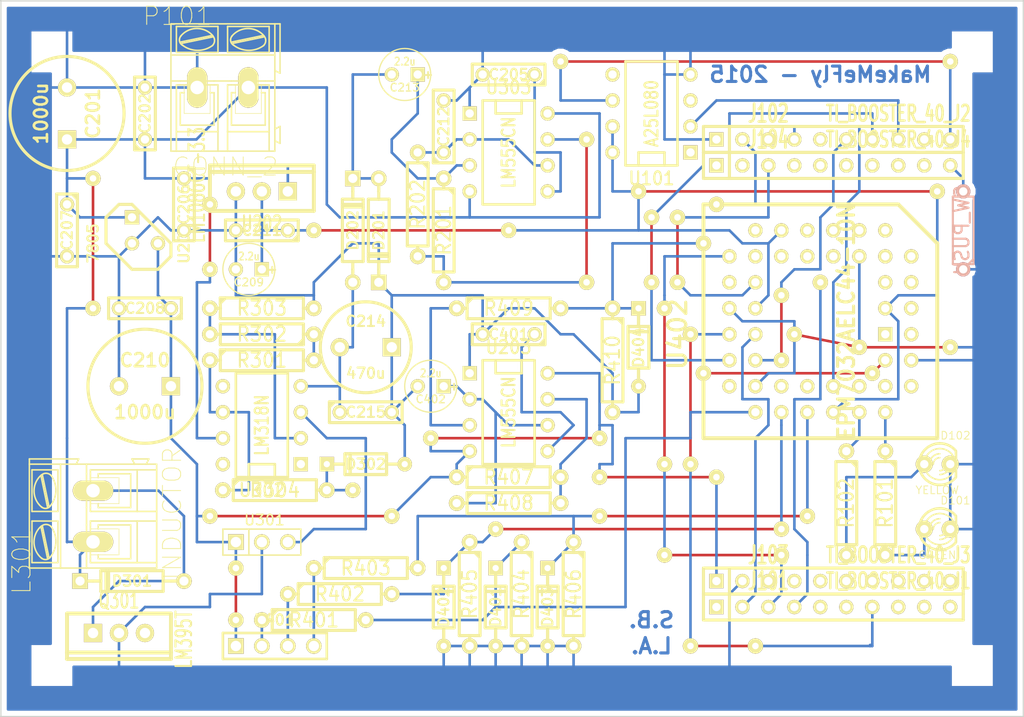
<source format=kicad_pcb>
(kicad_pcb (version 3) (host pcbnew "(2013-may-18)-stable")

  (general
    (links 133)
    (no_connects 7)
    (area 23.924999 21.924999 124.075001 92.075001)
    (thickness 1.6)
    (drawings 21)
    (tracks 420)
    (zones 0)
    (modules 107)
    (nets 48)
  )

  (page A3)
  (layers
    (15 F.Cu signal)
    (0 B.Cu signal)
    (16 B.Adhes user)
    (17 F.Adhes user)
    (18 B.Paste user)
    (19 F.Paste user)
    (20 B.SilkS user)
    (21 F.SilkS user)
    (22 B.Mask user)
    (23 F.Mask user)
    (24 Dwgs.User user)
    (25 Cmts.User user)
    (26 Eco1.User user)
    (27 Eco2.User user)
    (28 Edge.Cuts user)
  )

  (setup
    (last_trace_width 0.254)
    (trace_clearance 0.254)
    (zone_clearance 0.508)
    (zone_45_only no)
    (trace_min 0.254)
    (segment_width 0.2)
    (edge_width 0.15)
    (via_size 0.889)
    (via_drill 0.635)
    (via_min_size 0.889)
    (via_min_drill 0.508)
    (uvia_size 0.508)
    (uvia_drill 0.127)
    (uvias_allowed no)
    (uvia_min_size 0.508)
    (uvia_min_drill 0.127)
    (pcb_text_width 0.3)
    (pcb_text_size 1.5 1.5)
    (mod_edge_width 0.15)
    (mod_text_size 1.5 1.5)
    (mod_text_width 0.15)
    (pad_size 1.524 1.524)
    (pad_drill 0.762)
    (pad_to_mask_clearance 0.2)
    (aux_axis_origin 120.65 88.9)
    (visible_elements FFFFFFBF)
    (pcbplotparams
      (layerselection 3178497)
      (usegerberextensions true)
      (excludeedgelayer true)
      (linewidth 0.100000)
      (plotframeref false)
      (viasonmask false)
      (mode 1)
      (useauxorigin false)
      (hpglpennumber 1)
      (hpglpenspeed 20)
      (hpglpendiameter 15)
      (hpglpenoverlay 2)
      (psnegative false)
      (psa4output false)
      (plotreference true)
      (plotvalue true)
      (plotothertext true)
      (plotinvisibletext false)
      (padsonsilk false)
      (subtractmaskfromsilk false)
      (outputformat 1)
      (mirror false)
      (drillshape 1)
      (scaleselection 1)
      (outputdirectory /home/simo/My_Projects/Levitatore/Schema/))
  )

  (net 0 "")
  (net 1 -12V)
  (net 2 /CS)
  (net 3 /Mouse_input_control/D0)
  (net 4 /Mouse_input_control/D1)
  (net 5 /Mouse_input_control/D2)
  (net 6 /Mouse_input_control/D3)
  (net 7 /Mouse_input_control/D4)
  (net 8 /Mouse_input_control/D5)
  (net 9 /Mouse_input_control/D6)
  (net 10 /Mouse_input_control/D7)
  (net 11 /Mouse_input_control/OVERFLOW)
  (net 12 /Mouse_input_control/RST)
  (net 13 /Mouse_input_control/UNDERFLOW)
  (net 14 12V)
  (net 15 3.3V)
  (net 16 5V)
  (net 17 B_SENSE)
  (net 18 GND)
  (net 19 MISO)
  (net 20 MOSI)
  (net 21 N-000004)
  (net 22 N-000043)
  (net 23 N-000044)
  (net 24 N-000047)
  (net 25 N-000048)
  (net 26 N-000049)
  (net 27 N-000050)
  (net 28 N-000051)
  (net 29 N-000052)
  (net 30 N-000053)
  (net 31 N-000054)
  (net 32 N-000056)
  (net 33 N-000058)
  (net 34 N-000060)
  (net 35 N-000061)
  (net 36 N-000064)
  (net 37 N-000069)
  (net 38 N-000081)
  (net 39 N-000086)
  (net 40 N-000087)
  (net 41 N-000088)
  (net 42 N-000089)
  (net 43 N-000090)
  (net 44 N-000091)
  (net 45 PWR_OUT)
  (net 46 SPICLK)
  (net 47 WEN)

  (net_class Default "This is the default net class."
    (clearance 0.254)
    (trace_width 0.254)
    (via_dia 0.889)
    (via_drill 0.635)
    (uvia_dia 0.508)
    (uvia_drill 0.127)
    (add_net "")
    (add_net -12V)
    (add_net /CS)
    (add_net /Mouse_input_control/D0)
    (add_net /Mouse_input_control/D1)
    (add_net /Mouse_input_control/D2)
    (add_net /Mouse_input_control/D3)
    (add_net /Mouse_input_control/D4)
    (add_net /Mouse_input_control/D5)
    (add_net /Mouse_input_control/D6)
    (add_net /Mouse_input_control/D7)
    (add_net /Mouse_input_control/OVERFLOW)
    (add_net /Mouse_input_control/RST)
    (add_net /Mouse_input_control/UNDERFLOW)
    (add_net 12V)
    (add_net 3.3V)
    (add_net 5V)
    (add_net B_SENSE)
    (add_net GND)
    (add_net MISO)
    (add_net MOSI)
    (add_net N-000004)
    (add_net N-000043)
    (add_net N-000044)
    (add_net N-000047)
    (add_net N-000048)
    (add_net N-000049)
    (add_net N-000050)
    (add_net N-000051)
    (add_net N-000052)
    (add_net N-000053)
    (add_net N-000054)
    (add_net N-000056)
    (add_net N-000058)
    (add_net N-000060)
    (add_net N-000061)
    (add_net N-000064)
    (add_net N-000069)
    (add_net N-000081)
    (add_net N-000086)
    (add_net N-000087)
    (add_net N-000088)
    (add_net N-000089)
    (add_net N-000090)
    (add_net N-000091)
    (add_net PWR_OUT)
    (add_net SPICLK)
    (add_net WEN)
  )

  (module TO220_VERT_123 (layer F.Cu) (tedit 55EDC73E) (tstamp 55EE51AE)
    (at 49.53 40.64 90)
    (descr "Regulateur TO220 serie LM78xx")
    (tags "TR TO220")
    (path /55ED1FDC/55ED20C6)
    (fp_text reference U202 (at -3.175 0 180) (layer F.SilkS)
      (effects (font (size 1.524 1.016) (thickness 0.2032)))
    )
    (fp_text value LM1086CT-3.3 (at 0.635 -6.35 90) (layer F.SilkS)
      (effects (font (size 1.524 1.016) (thickness 0.2032)))
    )
    (fp_line (start 1.905 -5.08) (end 2.54 -5.08) (layer F.SilkS) (width 0.381))
    (fp_line (start 2.54 -5.08) (end 2.54 5.08) (layer F.SilkS) (width 0.381))
    (fp_line (start 2.54 5.08) (end 1.905 5.08) (layer F.SilkS) (width 0.381))
    (fp_line (start -1.905 -5.08) (end 1.905 -5.08) (layer F.SilkS) (width 0.381))
    (fp_line (start 1.905 -5.08) (end 1.905 5.08) (layer F.SilkS) (width 0.381))
    (fp_line (start 1.905 5.08) (end -1.905 5.08) (layer F.SilkS) (width 0.381))
    (fp_line (start -1.905 5.08) (end -1.905 -5.08) (layer F.SilkS) (width 0.381))
    (pad 1 thru_hole circle (at 0 -2.54 90) (size 1.778 1.778) (drill 1.016)
      (layers *.Cu *.Mask F.SilkS)
      (net 18 GND)
    )
    (pad 2 thru_hole circle (at 0 0 90) (size 1.778 1.778) (drill 1.016)
      (layers *.Cu *.Mask F.SilkS)
      (net 15 3.3V)
    )
    (pad 3 thru_hole rect (at 0 2.54 90) (size 1.778 1.778) (drill 1.016)
      (layers *.Cu *.Mask F.SilkS)
      (net 14 12V)
    )
  )

  (module TO220_VERT_123 (layer F.Cu) (tedit 55EDC73E) (tstamp 55EE51BC)
    (at 35.56 83.82 270)
    (descr "Regulateur TO220 serie LM78xx")
    (tags "TR TO220")
    (path /55ED7972/55ED7DED)
    (fp_text reference Q301 (at -3.175 0 360) (layer F.SilkS)
      (effects (font (size 1.524 1.016) (thickness 0.2032)))
    )
    (fp_text value LM395T (at 0.635 -6.35 270) (layer F.SilkS)
      (effects (font (size 1.524 1.016) (thickness 0.2032)))
    )
    (fp_line (start 1.905 -5.08) (end 2.54 -5.08) (layer F.SilkS) (width 0.381))
    (fp_line (start 2.54 -5.08) (end 2.54 5.08) (layer F.SilkS) (width 0.381))
    (fp_line (start 2.54 5.08) (end 1.905 5.08) (layer F.SilkS) (width 0.381))
    (fp_line (start -1.905 -5.08) (end 1.905 -5.08) (layer F.SilkS) (width 0.381))
    (fp_line (start 1.905 -5.08) (end 1.905 5.08) (layer F.SilkS) (width 0.381))
    (fp_line (start 1.905 5.08) (end -1.905 5.08) (layer F.SilkS) (width 0.381))
    (fp_line (start -1.905 5.08) (end -1.905 -5.08) (layer F.SilkS) (width 0.381))
    (pad 1 thru_hole circle (at 0 -2.54 270) (size 1.778 1.778) (drill 1.016)
      (layers *.Cu *.Mask F.SilkS)
      (net 45 PWR_OUT)
    )
    (pad 2 thru_hole circle (at 0 0 270) (size 1.778 1.778) (drill 1.016)
      (layers *.Cu *.Mask F.SilkS)
      (net 18 GND)
    )
    (pad 3 thru_hole rect (at 0 2.54 270) (size 1.778 1.778) (drill 1.016)
      (layers *.Cu *.Mask F.SilkS)
      (net 31 N-000054)
    )
  )

  (module SIL-10 (layer F.Cu) (tedit 200000) (tstamp 55EE51CF)
    (at 105.41 35.56)
    (descr "Connecteur 10 pins")
    (tags "CONN DEV")
    (path /55ED951A)
    (fp_text reference J102 (at -6.35 -2.54) (layer F.SilkS)
      (effects (font (size 1.72974 1.08712) (thickness 0.3048)))
    )
    (fp_text value TI_BOOSTER_40_J2 (at 6.35 -2.54) (layer F.SilkS)
      (effects (font (size 1.524 1.016) (thickness 0.3048)))
    )
    (fp_line (start -12.7 1.27) (end -12.7 -1.27) (layer F.SilkS) (width 0.3048))
    (fp_line (start -12.7 -1.27) (end 12.7 -1.27) (layer F.SilkS) (width 0.3048))
    (fp_line (start 12.7 -1.27) (end 12.7 1.27) (layer F.SilkS) (width 0.3048))
    (fp_line (start 12.7 1.27) (end -12.7 1.27) (layer F.SilkS) (width 0.3048))
    (fp_line (start -10.16 1.27) (end -10.16 -1.27) (layer F.SilkS) (width 0.3048))
    (pad 1 thru_hole rect (at -11.43 0) (size 1.397 1.397) (drill 0.8128)
      (layers *.Cu *.Mask F.SilkS)
      (net 18 GND)
    )
    (pad 2 thru_hole circle (at -8.89 0) (size 1.397 1.397) (drill 0.8128)
      (layers *.Cu *.Mask F.SilkS)
      (net 5 /Mouse_input_control/D2)
    )
    (pad 3 thru_hole circle (at -6.35 0) (size 1.397 1.397) (drill 0.8128)
      (layers *.Cu *.Mask F.SilkS)
    )
    (pad 4 thru_hole circle (at -3.81 0) (size 1.397 1.397) (drill 0.8128)
      (layers *.Cu *.Mask F.SilkS)
      (net 12 /Mouse_input_control/RST)
    )
    (pad 5 thru_hole circle (at -1.27 0) (size 1.397 1.397) (drill 0.8128)
      (layers *.Cu *.Mask F.SilkS)
    )
    (pad 6 thru_hole circle (at 1.27 0) (size 1.397 1.397) (drill 0.8128)
      (layers *.Cu *.Mask F.SilkS)
      (net 10 /Mouse_input_control/D7)
    )
    (pad 7 thru_hole circle (at 3.81 0) (size 1.397 1.397) (drill 0.8128)
      (layers *.Cu *.Mask F.SilkS)
      (net 9 /Mouse_input_control/D6)
    )
    (pad 8 thru_hole circle (at 6.35 0) (size 1.397 1.397) (drill 0.8128)
      (layers *.Cu *.Mask F.SilkS)
      (net 19 MISO)
    )
    (pad 9 thru_hole circle (at 8.89 0) (size 1.397 1.397) (drill 0.8128)
      (layers *.Cu *.Mask F.SilkS)
    )
    (pad 10 thru_hole circle (at 11.43 0) (size 1.397 1.397) (drill 0.8128)
      (layers *.Cu *.Mask F.SilkS)
      (net 46 SPICLK)
    )
  )

  (module SIL-10 (layer F.Cu) (tedit 200000) (tstamp 55EE51E2)
    (at 105.41 81.28)
    (descr "Connecteur 10 pins")
    (tags "CONN DEV")
    (path /55ED9514)
    (fp_text reference J101 (at -6.35 -2.54) (layer F.SilkS)
      (effects (font (size 1.72974 1.08712) (thickness 0.3048)))
    )
    (fp_text value TI_BOOSTER_40_J1 (at 6.35 -2.54) (layer F.SilkS)
      (effects (font (size 1.524 1.016) (thickness 0.3048)))
    )
    (fp_line (start -12.7 1.27) (end -12.7 -1.27) (layer F.SilkS) (width 0.3048))
    (fp_line (start -12.7 -1.27) (end 12.7 -1.27) (layer F.SilkS) (width 0.3048))
    (fp_line (start 12.7 -1.27) (end 12.7 1.27) (layer F.SilkS) (width 0.3048))
    (fp_line (start 12.7 1.27) (end -12.7 1.27) (layer F.SilkS) (width 0.3048))
    (fp_line (start -10.16 1.27) (end -10.16 -1.27) (layer F.SilkS) (width 0.3048))
    (pad 1 thru_hole rect (at -11.43 0) (size 1.397 1.397) (drill 0.8128)
      (layers *.Cu *.Mask F.SilkS)
    )
    (pad 2 thru_hole circle (at -8.89 0) (size 1.397 1.397) (drill 0.8128)
      (layers *.Cu *.Mask F.SilkS)
      (net 8 /Mouse_input_control/D5)
    )
    (pad 3 thru_hole circle (at -6.35 0) (size 1.397 1.397) (drill 0.8128)
      (layers *.Cu *.Mask F.SilkS)
      (net 3 /Mouse_input_control/D0)
    )
    (pad 4 thru_hole circle (at -3.81 0) (size 1.397 1.397) (drill 0.8128)
      (layers *.Cu *.Mask F.SilkS)
      (net 4 /Mouse_input_control/D1)
    )
    (pad 5 thru_hole circle (at -1.27 0) (size 1.397 1.397) (drill 0.8128)
      (layers *.Cu *.Mask F.SilkS)
    )
    (pad 6 thru_hole circle (at 1.27 0) (size 1.397 1.397) (drill 0.8128)
      (layers *.Cu *.Mask F.SilkS)
    )
    (pad 7 thru_hole circle (at 3.81 0) (size 1.397 1.397) (drill 0.8128)
      (layers *.Cu *.Mask F.SilkS)
      (net 7 /Mouse_input_control/D4)
    )
    (pad 8 thru_hole circle (at 6.35 0) (size 1.397 1.397) (drill 0.8128)
      (layers *.Cu *.Mask F.SilkS)
      (net 20 MOSI)
    )
    (pad 9 thru_hole circle (at 8.89 0) (size 1.397 1.397) (drill 0.8128)
      (layers *.Cu *.Mask F.SilkS)
      (net 47 WEN)
    )
    (pad 10 thru_hole circle (at 11.43 0) (size 1.397 1.397) (drill 0.8128)
      (layers *.Cu *.Mask F.SilkS)
      (net 2 /CS)
    )
  )

  (module SIL-10 (layer F.Cu) (tedit 200000) (tstamp 55EE51F5)
    (at 105.41 38.1)
    (descr "Connecteur 10 pins")
    (tags "CONN DEV")
    (path /55ED9526)
    (fp_text reference J104 (at -6.35 -2.54) (layer F.SilkS)
      (effects (font (size 1.72974 1.08712) (thickness 0.3048)))
    )
    (fp_text value TI_BOOSTER_40_J4 (at 6.35 -2.54) (layer F.SilkS)
      (effects (font (size 1.524 1.016) (thickness 0.3048)))
    )
    (fp_line (start -12.7 1.27) (end -12.7 -1.27) (layer F.SilkS) (width 0.3048))
    (fp_line (start -12.7 -1.27) (end 12.7 -1.27) (layer F.SilkS) (width 0.3048))
    (fp_line (start 12.7 -1.27) (end 12.7 1.27) (layer F.SilkS) (width 0.3048))
    (fp_line (start 12.7 1.27) (end -12.7 1.27) (layer F.SilkS) (width 0.3048))
    (fp_line (start -10.16 1.27) (end -10.16 -1.27) (layer F.SilkS) (width 0.3048))
    (pad 1 thru_hole rect (at -11.43 0) (size 1.397 1.397) (drill 0.8128)
      (layers *.Cu *.Mask F.SilkS)
    )
    (pad 2 thru_hole circle (at -8.89 0) (size 1.397 1.397) (drill 0.8128)
      (layers *.Cu *.Mask F.SilkS)
      (net 45 PWR_OUT)
    )
    (pad 3 thru_hole circle (at -6.35 0) (size 1.397 1.397) (drill 0.8128)
      (layers *.Cu *.Mask F.SilkS)
      (net 6 /Mouse_input_control/D3)
    )
    (pad 4 thru_hole circle (at -3.81 0) (size 1.397 1.397) (drill 0.8128)
      (layers *.Cu *.Mask F.SilkS)
    )
    (pad 5 thru_hole circle (at -1.27 0) (size 1.397 1.397) (drill 0.8128)
      (layers *.Cu *.Mask F.SilkS)
    )
    (pad 6 thru_hole circle (at 1.27 0) (size 1.397 1.397) (drill 0.8128)
      (layers *.Cu *.Mask F.SilkS)
    )
    (pad 7 thru_hole circle (at 3.81 0) (size 1.397 1.397) (drill 0.8128)
      (layers *.Cu *.Mask F.SilkS)
    )
    (pad 8 thru_hole circle (at 6.35 0) (size 1.397 1.397) (drill 0.8128)
      (layers *.Cu *.Mask F.SilkS)
    )
    (pad 9 thru_hole circle (at 8.89 0) (size 1.397 1.397) (drill 0.8128)
      (layers *.Cu *.Mask F.SilkS)
    )
    (pad 10 thru_hole circle (at 11.43 0) (size 1.397 1.397) (drill 0.8128)
      (layers *.Cu *.Mask F.SilkS)
      (net 21 N-000004)
    )
  )

  (module SIL-10 (layer F.Cu) (tedit 200000) (tstamp 55EE5208)
    (at 105.41 78.74)
    (descr "Connecteur 10 pins")
    (tags "CONN DEV")
    (path /55ED9520)
    (fp_text reference J103 (at -6.35 -2.54) (layer F.SilkS)
      (effects (font (size 1.72974 1.08712) (thickness 0.3048)))
    )
    (fp_text value TI_BOOSTER_40_J3 (at 6.35 -2.54) (layer F.SilkS)
      (effects (font (size 1.524 1.016) (thickness 0.3048)))
    )
    (fp_line (start -12.7 1.27) (end -12.7 -1.27) (layer F.SilkS) (width 0.3048))
    (fp_line (start -12.7 -1.27) (end 12.7 -1.27) (layer F.SilkS) (width 0.3048))
    (fp_line (start 12.7 -1.27) (end 12.7 1.27) (layer F.SilkS) (width 0.3048))
    (fp_line (start 12.7 1.27) (end -12.7 1.27) (layer F.SilkS) (width 0.3048))
    (fp_line (start -10.16 1.27) (end -10.16 -1.27) (layer F.SilkS) (width 0.3048))
    (pad 1 thru_hole rect (at -11.43 0) (size 1.397 1.397) (drill 0.8128)
      (layers *.Cu *.Mask F.SilkS)
      (net 16 5V)
    )
    (pad 2 thru_hole circle (at -8.89 0) (size 1.397 1.397) (drill 0.8128)
      (layers *.Cu *.Mask F.SilkS)
      (net 18 GND)
    )
    (pad 3 thru_hole circle (at -6.35 0) (size 1.397 1.397) (drill 0.8128)
      (layers *.Cu *.Mask F.SilkS)
    )
    (pad 4 thru_hole circle (at -3.81 0) (size 1.397 1.397) (drill 0.8128)
      (layers *.Cu *.Mask F.SilkS)
    )
    (pad 5 thru_hole circle (at -1.27 0) (size 1.397 1.397) (drill 0.8128)
      (layers *.Cu *.Mask F.SilkS)
    )
    (pad 6 thru_hole circle (at 1.27 0) (size 1.397 1.397) (drill 0.8128)
      (layers *.Cu *.Mask F.SilkS)
    )
    (pad 7 thru_hole circle (at 3.81 0) (size 1.397 1.397) (drill 0.8128)
      (layers *.Cu *.Mask F.SilkS)
    )
    (pad 8 thru_hole circle (at 6.35 0) (size 1.397 1.397) (drill 0.8128)
      (layers *.Cu *.Mask F.SilkS)
    )
    (pad 9 thru_hole circle (at 8.89 0) (size 1.397 1.397) (drill 0.8128)
      (layers *.Cu *.Mask F.SilkS)
      (net 17 B_SENSE)
    )
    (pad 10 thru_hole circle (at 11.43 0) (size 1.397 1.397) (drill 0.8128)
      (layers *.Cu *.Mask F.SilkS)
    )
  )

  (module R4 (layer F.Cu) (tedit 200000) (tstamp 55EE5216)
    (at 110.49 71.12 270)
    (descr "Resitance 4 pas")
    (tags R)
    (path /55EE4131)
    (autoplace_cost180 10)
    (fp_text reference R101 (at 0 0 270) (layer F.SilkS)
      (effects (font (size 1.397 1.27) (thickness 0.2032)))
    )
    (fp_text value 100 (at 0 0 270) (layer F.SilkS) hide
      (effects (font (size 1.397 1.27) (thickness 0.2032)))
    )
    (fp_line (start -5.08 0) (end -4.064 0) (layer F.SilkS) (width 0.3048))
    (fp_line (start -4.064 0) (end -4.064 -1.016) (layer F.SilkS) (width 0.3048))
    (fp_line (start -4.064 -1.016) (end 4.064 -1.016) (layer F.SilkS) (width 0.3048))
    (fp_line (start 4.064 -1.016) (end 4.064 1.016) (layer F.SilkS) (width 0.3048))
    (fp_line (start 4.064 1.016) (end -4.064 1.016) (layer F.SilkS) (width 0.3048))
    (fp_line (start -4.064 1.016) (end -4.064 0) (layer F.SilkS) (width 0.3048))
    (fp_line (start -4.064 -0.508) (end -3.556 -1.016) (layer F.SilkS) (width 0.3048))
    (fp_line (start 5.08 0) (end 4.064 0) (layer F.SilkS) (width 0.3048))
    (pad 1 thru_hole circle (at -5.08 0 270) (size 1.524 1.524) (drill 0.8128)
      (layers *.Cu *.Mask F.SilkS)
      (net 11 /Mouse_input_control/OVERFLOW)
    )
    (pad 2 thru_hole circle (at 5.08 0 270) (size 1.524 1.524) (drill 0.8128)
      (layers *.Cu *.Mask F.SilkS)
      (net 22 N-000043)
    )
    (model discret/resistor.wrl
      (at (xyz 0 0 0))
      (scale (xyz 0.4 0.4 0.4))
      (rotate (xyz 0 0 0))
    )
  )

  (module R4 (layer F.Cu) (tedit 200000) (tstamp 55EE5224)
    (at 64.77 41.91 270)
    (descr "Resitance 4 pas")
    (tags R)
    (path /55ED1FDC/55ED213D)
    (autoplace_cost180 10)
    (fp_text reference R202 (at 0 0 270) (layer F.SilkS)
      (effects (font (size 1.397 1.27) (thickness 0.2032)))
    )
    (fp_text value 10k (at 0 0 270) (layer F.SilkS) hide
      (effects (font (size 1.397 1.27) (thickness 0.2032)))
    )
    (fp_line (start -5.08 0) (end -4.064 0) (layer F.SilkS) (width 0.3048))
    (fp_line (start -4.064 0) (end -4.064 -1.016) (layer F.SilkS) (width 0.3048))
    (fp_line (start -4.064 -1.016) (end 4.064 -1.016) (layer F.SilkS) (width 0.3048))
    (fp_line (start 4.064 -1.016) (end 4.064 1.016) (layer F.SilkS) (width 0.3048))
    (fp_line (start 4.064 1.016) (end -4.064 1.016) (layer F.SilkS) (width 0.3048))
    (fp_line (start -4.064 1.016) (end -4.064 0) (layer F.SilkS) (width 0.3048))
    (fp_line (start -4.064 -0.508) (end -3.556 -1.016) (layer F.SilkS) (width 0.3048))
    (fp_line (start 5.08 0) (end 4.064 0) (layer F.SilkS) (width 0.3048))
    (pad 1 thru_hole circle (at -5.08 0 270) (size 1.524 1.524) (drill 0.8128)
      (layers *.Cu *.Mask F.SilkS)
      (net 24 N-000047)
    )
    (pad 2 thru_hole circle (at 5.08 0 270) (size 1.524 1.524) (drill 0.8128)
      (layers *.Cu *.Mask F.SilkS)
      (net 25 N-000048)
    )
    (model discret/resistor.wrl
      (at (xyz 0 0 0))
      (scale (xyz 0.4 0.4 0.4))
      (rotate (xyz 0 0 0))
    )
  )

  (module R4 (layer F.Cu) (tedit 200000) (tstamp 55EE5232)
    (at 67.31 44.45 270)
    (descr "Resitance 4 pas")
    (tags R)
    (path /55ED1FDC/55ED2143)
    (autoplace_cost180 10)
    (fp_text reference R201 (at 0 0 270) (layer F.SilkS)
      (effects (font (size 1.397 1.27) (thickness 0.2032)))
    )
    (fp_text value 3.3k (at 0 0 270) (layer F.SilkS) hide
      (effects (font (size 1.397 1.27) (thickness 0.2032)))
    )
    (fp_line (start -5.08 0) (end -4.064 0) (layer F.SilkS) (width 0.3048))
    (fp_line (start -4.064 0) (end -4.064 -1.016) (layer F.SilkS) (width 0.3048))
    (fp_line (start -4.064 -1.016) (end 4.064 -1.016) (layer F.SilkS) (width 0.3048))
    (fp_line (start 4.064 -1.016) (end 4.064 1.016) (layer F.SilkS) (width 0.3048))
    (fp_line (start 4.064 1.016) (end -4.064 1.016) (layer F.SilkS) (width 0.3048))
    (fp_line (start -4.064 1.016) (end -4.064 0) (layer F.SilkS) (width 0.3048))
    (fp_line (start -4.064 -0.508) (end -3.556 -1.016) (layer F.SilkS) (width 0.3048))
    (fp_line (start 5.08 0) (end 4.064 0) (layer F.SilkS) (width 0.3048))
    (pad 1 thru_hole circle (at -5.08 0 270) (size 1.524 1.524) (drill 0.8128)
      (layers *.Cu *.Mask F.SilkS)
      (net 27 N-000050)
    )
    (pad 2 thru_hole circle (at 5.08 0 270) (size 1.524 1.524) (drill 0.8128)
      (layers *.Cu *.Mask F.SilkS)
      (net 25 N-000048)
    )
    (model discret/resistor.wrl
      (at (xyz 0 0 0))
      (scale (xyz 0.4 0.4 0.4))
      (rotate (xyz 0 0 0))
    )
  )

  (module R4 (layer F.Cu) (tedit 200000) (tstamp 55EE5240)
    (at 83.82 57.15 270)
    (descr "Resitance 4 pas")
    (tags R)
    (path /55ED8DC3/55ED87BD)
    (autoplace_cost180 10)
    (fp_text reference R410 (at 0 0 270) (layer F.SilkS)
      (effects (font (size 1.397 1.27) (thickness 0.2032)))
    )
    (fp_text value 10k (at 0 0 270) (layer F.SilkS) hide
      (effects (font (size 1.397 1.27) (thickness 0.2032)))
    )
    (fp_line (start -5.08 0) (end -4.064 0) (layer F.SilkS) (width 0.3048))
    (fp_line (start -4.064 0) (end -4.064 -1.016) (layer F.SilkS) (width 0.3048))
    (fp_line (start -4.064 -1.016) (end 4.064 -1.016) (layer F.SilkS) (width 0.3048))
    (fp_line (start 4.064 -1.016) (end 4.064 1.016) (layer F.SilkS) (width 0.3048))
    (fp_line (start 4.064 1.016) (end -4.064 1.016) (layer F.SilkS) (width 0.3048))
    (fp_line (start -4.064 1.016) (end -4.064 0) (layer F.SilkS) (width 0.3048))
    (fp_line (start -4.064 -0.508) (end -3.556 -1.016) (layer F.SilkS) (width 0.3048))
    (fp_line (start 5.08 0) (end 4.064 0) (layer F.SilkS) (width 0.3048))
    (pad 1 thru_hole circle (at -5.08 0 270) (size 1.524 1.524) (drill 0.8128)
      (layers *.Cu *.Mask F.SilkS)
      (net 43 N-000090)
    )
    (pad 2 thru_hole circle (at 5.08 0 270) (size 1.524 1.524) (drill 0.8128)
      (layers *.Cu *.Mask F.SilkS)
      (net 18 GND)
    )
    (model discret/resistor.wrl
      (at (xyz 0 0 0))
      (scale (xyz 0.4 0.4 0.4))
      (rotate (xyz 0 0 0))
    )
  )

  (module R4 (layer F.Cu) (tedit 200000) (tstamp 55EE524E)
    (at 73.66 52.07)
    (descr "Resitance 4 pas")
    (tags R)
    (path /55ED8DC3/55ED87AE)
    (autoplace_cost180 10)
    (fp_text reference R409 (at 0 0) (layer F.SilkS)
      (effects (font (size 1.397 1.27) (thickness 0.2032)))
    )
    (fp_text value 100 (at 0 0) (layer F.SilkS) hide
      (effects (font (size 1.397 1.27) (thickness 0.2032)))
    )
    (fp_line (start -5.08 0) (end -4.064 0) (layer F.SilkS) (width 0.3048))
    (fp_line (start -4.064 0) (end -4.064 -1.016) (layer F.SilkS) (width 0.3048))
    (fp_line (start -4.064 -1.016) (end 4.064 -1.016) (layer F.SilkS) (width 0.3048))
    (fp_line (start 4.064 -1.016) (end 4.064 1.016) (layer F.SilkS) (width 0.3048))
    (fp_line (start 4.064 1.016) (end -4.064 1.016) (layer F.SilkS) (width 0.3048))
    (fp_line (start -4.064 1.016) (end -4.064 0) (layer F.SilkS) (width 0.3048))
    (fp_line (start -4.064 -0.508) (end -3.556 -1.016) (layer F.SilkS) (width 0.3048))
    (fp_line (start 5.08 0) (end 4.064 0) (layer F.SilkS) (width 0.3048))
    (pad 1 thru_hole circle (at -5.08 0) (size 1.524 1.524) (drill 0.8128)
      (layers *.Cu *.Mask F.SilkS)
      (net 42 N-000089)
    )
    (pad 2 thru_hole circle (at 5.08 0) (size 1.524 1.524) (drill 0.8128)
      (layers *.Cu *.Mask F.SilkS)
      (net 43 N-000090)
    )
    (model discret/resistor.wrl
      (at (xyz 0 0 0))
      (scale (xyz 0.4 0.4 0.4))
      (rotate (xyz 0 0 0))
    )
  )

  (module R4 (layer F.Cu) (tedit 200000) (tstamp 55EE525C)
    (at 73.66 68.58)
    (descr "Resitance 4 pas")
    (tags R)
    (path /55ED8DC3/55ED84F0)
    (autoplace_cost180 10)
    (fp_text reference R407 (at 0 0) (layer F.SilkS)
      (effects (font (size 1.397 1.27) (thickness 0.2032)))
    )
    (fp_text value 2.2k (at 0 0) (layer F.SilkS) hide
      (effects (font (size 1.397 1.27) (thickness 0.2032)))
    )
    (fp_line (start -5.08 0) (end -4.064 0) (layer F.SilkS) (width 0.3048))
    (fp_line (start -4.064 0) (end -4.064 -1.016) (layer F.SilkS) (width 0.3048))
    (fp_line (start -4.064 -1.016) (end 4.064 -1.016) (layer F.SilkS) (width 0.3048))
    (fp_line (start 4.064 -1.016) (end 4.064 1.016) (layer F.SilkS) (width 0.3048))
    (fp_line (start 4.064 1.016) (end -4.064 1.016) (layer F.SilkS) (width 0.3048))
    (fp_line (start -4.064 1.016) (end -4.064 0) (layer F.SilkS) (width 0.3048))
    (fp_line (start -4.064 -0.508) (end -3.556 -1.016) (layer F.SilkS) (width 0.3048))
    (fp_line (start 5.08 0) (end 4.064 0) (layer F.SilkS) (width 0.3048))
    (pad 1 thru_hole circle (at -5.08 0) (size 1.524 1.524) (drill 0.8128)
      (layers *.Cu *.Mask F.SilkS)
      (net 16 5V)
    )
    (pad 2 thru_hole circle (at 5.08 0) (size 1.524 1.524) (drill 0.8128)
      (layers *.Cu *.Mask F.SilkS)
      (net 44 N-000091)
    )
    (model discret/resistor.wrl
      (at (xyz 0 0 0))
      (scale (xyz 0.4 0.4 0.4))
      (rotate (xyz 0 0 0))
    )
  )

  (module R4 (layer F.Cu) (tedit 200000) (tstamp 55EE526A)
    (at 73.66 71.12)
    (descr "Resitance 4 pas")
    (tags R)
    (path /55ED8DC3/55ED84E1)
    (autoplace_cost180 10)
    (fp_text reference R408 (at 0 0) (layer F.SilkS)
      (effects (font (size 1.397 1.27) (thickness 0.2032)))
    )
    (fp_text value 10k (at 0 0) (layer F.SilkS) hide
      (effects (font (size 1.397 1.27) (thickness 0.2032)))
    )
    (fp_line (start -5.08 0) (end -4.064 0) (layer F.SilkS) (width 0.3048))
    (fp_line (start -4.064 0) (end -4.064 -1.016) (layer F.SilkS) (width 0.3048))
    (fp_line (start -4.064 -1.016) (end 4.064 -1.016) (layer F.SilkS) (width 0.3048))
    (fp_line (start 4.064 -1.016) (end 4.064 1.016) (layer F.SilkS) (width 0.3048))
    (fp_line (start 4.064 1.016) (end -4.064 1.016) (layer F.SilkS) (width 0.3048))
    (fp_line (start -4.064 1.016) (end -4.064 0) (layer F.SilkS) (width 0.3048))
    (fp_line (start -4.064 -0.508) (end -3.556 -1.016) (layer F.SilkS) (width 0.3048))
    (fp_line (start 5.08 0) (end 4.064 0) (layer F.SilkS) (width 0.3048))
    (pad 1 thru_hole circle (at -5.08 0) (size 1.524 1.524) (drill 0.8128)
      (layers *.Cu *.Mask F.SilkS)
      (net 41 N-000088)
    )
    (pad 2 thru_hole circle (at 5.08 0) (size 1.524 1.524) (drill 0.8128)
      (layers *.Cu *.Mask F.SilkS)
      (net 44 N-000091)
    )
    (model discret/resistor.wrl
      (at (xyz 0 0 0))
      (scale (xyz 0.4 0.4 0.4))
      (rotate (xyz 0 0 0))
    )
  )

  (module R4 (layer F.Cu) (tedit 200000) (tstamp 55EE5278)
    (at 49.53 54.61 180)
    (descr "Resitance 4 pas")
    (tags R)
    (path /55ED7972/55ED7E12)
    (autoplace_cost180 10)
    (fp_text reference R302 (at 0 0 180) (layer F.SilkS)
      (effects (font (size 1.397 1.27) (thickness 0.2032)))
    )
    (fp_text value 1k (at 0 0 180) (layer F.SilkS) hide
      (effects (font (size 1.397 1.27) (thickness 0.2032)))
    )
    (fp_line (start -5.08 0) (end -4.064 0) (layer F.SilkS) (width 0.3048))
    (fp_line (start -4.064 0) (end -4.064 -1.016) (layer F.SilkS) (width 0.3048))
    (fp_line (start -4.064 -1.016) (end 4.064 -1.016) (layer F.SilkS) (width 0.3048))
    (fp_line (start 4.064 -1.016) (end 4.064 1.016) (layer F.SilkS) (width 0.3048))
    (fp_line (start 4.064 1.016) (end -4.064 1.016) (layer F.SilkS) (width 0.3048))
    (fp_line (start -4.064 1.016) (end -4.064 0) (layer F.SilkS) (width 0.3048))
    (fp_line (start -4.064 -0.508) (end -3.556 -1.016) (layer F.SilkS) (width 0.3048))
    (fp_line (start 5.08 0) (end 4.064 0) (layer F.SilkS) (width 0.3048))
    (pad 1 thru_hole circle (at -5.08 0 180) (size 1.524 1.524) (drill 0.8128)
      (layers *.Cu *.Mask F.SilkS)
      (net 30 N-000053)
    )
    (pad 2 thru_hole circle (at 5.08 0 180) (size 1.524 1.524) (drill 0.8128)
      (layers *.Cu *.Mask F.SilkS)
      (net 29 N-000052)
    )
    (model discret/resistor.wrl
      (at (xyz 0 0 0))
      (scale (xyz 0.4 0.4 0.4))
      (rotate (xyz 0 0 0))
    )
  )

  (module R4 (layer F.Cu) (tedit 200000) (tstamp 55EE5286)
    (at 80.01 80.01 270)
    (descr "Resitance 4 pas")
    (tags R)
    (path /55ED8DC3/55ED8073)
    (autoplace_cost180 10)
    (fp_text reference R406 (at 0 0 270) (layer F.SilkS)
      (effects (font (size 1.397 1.27) (thickness 0.2032)))
    )
    (fp_text value 10k (at 0 0 270) (layer F.SilkS) hide
      (effects (font (size 1.397 1.27) (thickness 0.2032)))
    )
    (fp_line (start -5.08 0) (end -4.064 0) (layer F.SilkS) (width 0.3048))
    (fp_line (start -4.064 0) (end -4.064 -1.016) (layer F.SilkS) (width 0.3048))
    (fp_line (start -4.064 -1.016) (end 4.064 -1.016) (layer F.SilkS) (width 0.3048))
    (fp_line (start 4.064 -1.016) (end 4.064 1.016) (layer F.SilkS) (width 0.3048))
    (fp_line (start 4.064 1.016) (end -4.064 1.016) (layer F.SilkS) (width 0.3048))
    (fp_line (start -4.064 1.016) (end -4.064 0) (layer F.SilkS) (width 0.3048))
    (fp_line (start -4.064 -0.508) (end -3.556 -1.016) (layer F.SilkS) (width 0.3048))
    (fp_line (start 5.08 0) (end 4.064 0) (layer F.SilkS) (width 0.3048))
    (pad 1 thru_hole circle (at -5.08 0 270) (size 1.524 1.524) (drill 0.8128)
      (layers *.Cu *.Mask F.SilkS)
      (net 36 N-000064)
    )
    (pad 2 thru_hole circle (at 5.08 0 270) (size 1.524 1.524) (drill 0.8128)
      (layers *.Cu *.Mask F.SilkS)
      (net 18 GND)
    )
    (model discret/resistor.wrl
      (at (xyz 0 0 0))
      (scale (xyz 0.4 0.4 0.4))
      (rotate (xyz 0 0 0))
    )
  )

  (module R4 (layer F.Cu) (tedit 200000) (tstamp 55EE5294)
    (at 49.53 52.07)
    (descr "Resitance 4 pas")
    (tags R)
    (path /55ED7972/55ED7E18)
    (autoplace_cost180 10)
    (fp_text reference R303 (at 0 0) (layer F.SilkS)
      (effects (font (size 1.397 1.27) (thickness 0.2032)))
    )
    (fp_text value 10k (at 0 0) (layer F.SilkS) hide
      (effects (font (size 1.397 1.27) (thickness 0.2032)))
    )
    (fp_line (start -5.08 0) (end -4.064 0) (layer F.SilkS) (width 0.3048))
    (fp_line (start -4.064 0) (end -4.064 -1.016) (layer F.SilkS) (width 0.3048))
    (fp_line (start -4.064 -1.016) (end 4.064 -1.016) (layer F.SilkS) (width 0.3048))
    (fp_line (start 4.064 -1.016) (end 4.064 1.016) (layer F.SilkS) (width 0.3048))
    (fp_line (start 4.064 1.016) (end -4.064 1.016) (layer F.SilkS) (width 0.3048))
    (fp_line (start -4.064 1.016) (end -4.064 0) (layer F.SilkS) (width 0.3048))
    (fp_line (start -4.064 -0.508) (end -3.556 -1.016) (layer F.SilkS) (width 0.3048))
    (fp_line (start 5.08 0) (end 4.064 0) (layer F.SilkS) (width 0.3048))
    (pad 1 thru_hole circle (at -5.08 0) (size 1.524 1.524) (drill 0.8128)
      (layers *.Cu *.Mask F.SilkS)
      (net 29 N-000052)
    )
    (pad 2 thru_hole circle (at 5.08 0) (size 1.524 1.524) (drill 0.8128)
      (layers *.Cu *.Mask F.SilkS)
      (net 18 GND)
    )
    (model discret/resistor.wrl
      (at (xyz 0 0 0))
      (scale (xyz 0.4 0.4 0.4))
      (rotate (xyz 0 0 0))
    )
  )

  (module R4 (layer F.Cu) (tedit 200000) (tstamp 55EE52A2)
    (at 59.69 77.47)
    (descr "Resitance 4 pas")
    (tags R)
    (path /55ED8DC3/55ED8067)
    (autoplace_cost180 10)
    (fp_text reference R403 (at 0 0) (layer F.SilkS)
      (effects (font (size 1.397 1.27) (thickness 0.2032)))
    )
    (fp_text value 100 (at 0 0) (layer F.SilkS) hide
      (effects (font (size 1.397 1.27) (thickness 0.2032)))
    )
    (fp_line (start -5.08 0) (end -4.064 0) (layer F.SilkS) (width 0.3048))
    (fp_line (start -4.064 0) (end -4.064 -1.016) (layer F.SilkS) (width 0.3048))
    (fp_line (start -4.064 -1.016) (end 4.064 -1.016) (layer F.SilkS) (width 0.3048))
    (fp_line (start 4.064 -1.016) (end 4.064 1.016) (layer F.SilkS) (width 0.3048))
    (fp_line (start 4.064 1.016) (end -4.064 1.016) (layer F.SilkS) (width 0.3048))
    (fp_line (start -4.064 1.016) (end -4.064 0) (layer F.SilkS) (width 0.3048))
    (fp_line (start -4.064 -0.508) (end -3.556 -1.016) (layer F.SilkS) (width 0.3048))
    (fp_line (start 5.08 0) (end 4.064 0) (layer F.SilkS) (width 0.3048))
    (pad 1 thru_hole circle (at -5.08 0) (size 1.524 1.524) (drill 0.8128)
      (layers *.Cu *.Mask F.SilkS)
      (net 34 N-000060)
    )
    (pad 2 thru_hole circle (at 5.08 0) (size 1.524 1.524) (drill 0.8128)
      (layers *.Cu *.Mask F.SilkS)
      (net 36 N-000064)
    )
    (model discret/resistor.wrl
      (at (xyz 0 0 0))
      (scale (xyz 0.4 0.4 0.4))
      (rotate (xyz 0 0 0))
    )
  )

  (module R4 (layer F.Cu) (tedit 200000) (tstamp 55EE52B0)
    (at 49.53 57.15)
    (descr "Resitance 4 pas")
    (tags R)
    (path /55ED7972/55ED7E2A)
    (autoplace_cost180 10)
    (fp_text reference R301 (at 0 0) (layer F.SilkS)
      (effects (font (size 1.397 1.27) (thickness 0.2032)))
    )
    (fp_text value 1k (at 0 0) (layer F.SilkS) hide
      (effects (font (size 1.397 1.27) (thickness 0.2032)))
    )
    (fp_line (start -5.08 0) (end -4.064 0) (layer F.SilkS) (width 0.3048))
    (fp_line (start -4.064 0) (end -4.064 -1.016) (layer F.SilkS) (width 0.3048))
    (fp_line (start -4.064 -1.016) (end 4.064 -1.016) (layer F.SilkS) (width 0.3048))
    (fp_line (start 4.064 -1.016) (end 4.064 1.016) (layer F.SilkS) (width 0.3048))
    (fp_line (start 4.064 1.016) (end -4.064 1.016) (layer F.SilkS) (width 0.3048))
    (fp_line (start -4.064 1.016) (end -4.064 0) (layer F.SilkS) (width 0.3048))
    (fp_line (start -4.064 -0.508) (end -3.556 -1.016) (layer F.SilkS) (width 0.3048))
    (fp_line (start 5.08 0) (end 4.064 0) (layer F.SilkS) (width 0.3048))
    (pad 1 thru_hole circle (at -5.08 0) (size 1.524 1.524) (drill 0.8128)
      (layers *.Cu *.Mask F.SilkS)
      (net 33 N-000058)
    )
    (pad 2 thru_hole circle (at 5.08 0) (size 1.524 1.524) (drill 0.8128)
      (layers *.Cu *.Mask F.SilkS)
      (net 30 N-000053)
    )
    (model discret/resistor.wrl
      (at (xyz 0 0 0))
      (scale (xyz 0.4 0.4 0.4))
      (rotate (xyz 0 0 0))
    )
  )

  (module R4 (layer F.Cu) (tedit 200000) (tstamp 55EE52BE)
    (at 57.15 80.01)
    (descr "Resitance 4 pas")
    (tags R)
    (path /55ED8DC3/55ED804A)
    (autoplace_cost180 10)
    (fp_text reference R402 (at 0 0) (layer F.SilkS)
      (effects (font (size 1.397 1.27) (thickness 0.2032)))
    )
    (fp_text value 100 (at 0 0) (layer F.SilkS) hide
      (effects (font (size 1.397 1.27) (thickness 0.2032)))
    )
    (fp_line (start -5.08 0) (end -4.064 0) (layer F.SilkS) (width 0.3048))
    (fp_line (start -4.064 0) (end -4.064 -1.016) (layer F.SilkS) (width 0.3048))
    (fp_line (start -4.064 -1.016) (end 4.064 -1.016) (layer F.SilkS) (width 0.3048))
    (fp_line (start 4.064 -1.016) (end 4.064 1.016) (layer F.SilkS) (width 0.3048))
    (fp_line (start 4.064 1.016) (end -4.064 1.016) (layer F.SilkS) (width 0.3048))
    (fp_line (start -4.064 1.016) (end -4.064 0) (layer F.SilkS) (width 0.3048))
    (fp_line (start -4.064 -0.508) (end -3.556 -1.016) (layer F.SilkS) (width 0.3048))
    (fp_line (start 5.08 0) (end 4.064 0) (layer F.SilkS) (width 0.3048))
    (pad 1 thru_hole circle (at -5.08 0) (size 1.524 1.524) (drill 0.8128)
      (layers *.Cu *.Mask F.SilkS)
      (net 39 N-000086)
    )
    (pad 2 thru_hole circle (at 5.08 0) (size 1.524 1.524) (drill 0.8128)
      (layers *.Cu *.Mask F.SilkS)
      (net 37 N-000069)
    )
    (model discret/resistor.wrl
      (at (xyz 0 0 0))
      (scale (xyz 0.4 0.4 0.4))
      (rotate (xyz 0 0 0))
    )
  )

  (module R4 (layer F.Cu) (tedit 200000) (tstamp 55EE52CC)
    (at 74.93 80.01 270)
    (descr "Resitance 4 pas")
    (tags R)
    (path /55ED8DC3/55ED7F98)
    (autoplace_cost180 10)
    (fp_text reference R404 (at 0 0 270) (layer F.SilkS)
      (effects (font (size 1.397 1.27) (thickness 0.2032)))
    )
    (fp_text value 10k (at 0 0 270) (layer F.SilkS) hide
      (effects (font (size 1.397 1.27) (thickness 0.2032)))
    )
    (fp_line (start -5.08 0) (end -4.064 0) (layer F.SilkS) (width 0.3048))
    (fp_line (start -4.064 0) (end -4.064 -1.016) (layer F.SilkS) (width 0.3048))
    (fp_line (start -4.064 -1.016) (end 4.064 -1.016) (layer F.SilkS) (width 0.3048))
    (fp_line (start 4.064 -1.016) (end 4.064 1.016) (layer F.SilkS) (width 0.3048))
    (fp_line (start 4.064 1.016) (end -4.064 1.016) (layer F.SilkS) (width 0.3048))
    (fp_line (start -4.064 1.016) (end -4.064 0) (layer F.SilkS) (width 0.3048))
    (fp_line (start -4.064 -0.508) (end -3.556 -1.016) (layer F.SilkS) (width 0.3048))
    (fp_line (start 5.08 0) (end 4.064 0) (layer F.SilkS) (width 0.3048))
    (pad 1 thru_hole circle (at -5.08 0 270) (size 1.524 1.524) (drill 0.8128)
      (layers *.Cu *.Mask F.SilkS)
      (net 38 N-000081)
    )
    (pad 2 thru_hole circle (at 5.08 0 270) (size 1.524 1.524) (drill 0.8128)
      (layers *.Cu *.Mask F.SilkS)
      (net 18 GND)
    )
    (model discret/resistor.wrl
      (at (xyz 0 0 0))
      (scale (xyz 0.4 0.4 0.4))
      (rotate (xyz 0 0 0))
    )
  )

  (module R4 (layer F.Cu) (tedit 200000) (tstamp 55EE52DA)
    (at 54.61 82.55)
    (descr "Resitance 4 pas")
    (tags R)
    (path /55ED8DC3/55ED7F7A)
    (autoplace_cost180 10)
    (fp_text reference R401 (at 0 0) (layer F.SilkS)
      (effects (font (size 1.397 1.27) (thickness 0.2032)))
    )
    (fp_text value 100 (at 0 0) (layer F.SilkS) hide
      (effects (font (size 1.397 1.27) (thickness 0.2032)))
    )
    (fp_line (start -5.08 0) (end -4.064 0) (layer F.SilkS) (width 0.3048))
    (fp_line (start -4.064 0) (end -4.064 -1.016) (layer F.SilkS) (width 0.3048))
    (fp_line (start -4.064 -1.016) (end 4.064 -1.016) (layer F.SilkS) (width 0.3048))
    (fp_line (start 4.064 -1.016) (end 4.064 1.016) (layer F.SilkS) (width 0.3048))
    (fp_line (start 4.064 1.016) (end -4.064 1.016) (layer F.SilkS) (width 0.3048))
    (fp_line (start -4.064 1.016) (end -4.064 0) (layer F.SilkS) (width 0.3048))
    (fp_line (start -4.064 -0.508) (end -3.556 -1.016) (layer F.SilkS) (width 0.3048))
    (fp_line (start 5.08 0) (end 4.064 0) (layer F.SilkS) (width 0.3048))
    (pad 1 thru_hole circle (at -5.08 0) (size 1.524 1.524) (drill 0.8128)
      (layers *.Cu *.Mask F.SilkS)
      (net 40 N-000087)
    )
    (pad 2 thru_hole circle (at 5.08 0) (size 1.524 1.524) (drill 0.8128)
      (layers *.Cu *.Mask F.SilkS)
      (net 38 N-000081)
    )
    (model discret/resistor.wrl
      (at (xyz 0 0 0))
      (scale (xyz 0.4 0.4 0.4))
      (rotate (xyz 0 0 0))
    )
  )

  (module R4 (layer F.Cu) (tedit 200000) (tstamp 55EE52E8)
    (at 50.8 69.85)
    (descr "Resitance 4 pas")
    (tags R)
    (path /55ED7972/55ED84CD)
    (autoplace_cost180 10)
    (fp_text reference R304 (at 0 0) (layer F.SilkS)
      (effects (font (size 1.397 1.27) (thickness 0.2032)))
    )
    (fp_text value 100 (at 0 0) (layer F.SilkS) hide
      (effects (font (size 1.397 1.27) (thickness 0.2032)))
    )
    (fp_line (start -5.08 0) (end -4.064 0) (layer F.SilkS) (width 0.3048))
    (fp_line (start -4.064 0) (end -4.064 -1.016) (layer F.SilkS) (width 0.3048))
    (fp_line (start -4.064 -1.016) (end 4.064 -1.016) (layer F.SilkS) (width 0.3048))
    (fp_line (start 4.064 -1.016) (end 4.064 1.016) (layer F.SilkS) (width 0.3048))
    (fp_line (start 4.064 1.016) (end -4.064 1.016) (layer F.SilkS) (width 0.3048))
    (fp_line (start -4.064 1.016) (end -4.064 0) (layer F.SilkS) (width 0.3048))
    (fp_line (start -4.064 -0.508) (end -3.556 -1.016) (layer F.SilkS) (width 0.3048))
    (fp_line (start 5.08 0) (end 4.064 0) (layer F.SilkS) (width 0.3048))
    (pad 1 thru_hole circle (at -5.08 0) (size 1.524 1.524) (drill 0.8128)
      (layers *.Cu *.Mask F.SilkS)
      (net 33 N-000058)
    )
    (pad 2 thru_hole circle (at 5.08 0) (size 1.524 1.524) (drill 0.8128)
      (layers *.Cu *.Mask F.SilkS)
      (net 17 B_SENSE)
    )
    (model discret/resistor.wrl
      (at (xyz 0 0 0))
      (scale (xyz 0.4 0.4 0.4))
      (rotate (xyz 0 0 0))
    )
  )

  (module R4 (layer F.Cu) (tedit 200000) (tstamp 55EE52F6)
    (at 69.85 80.01 270)
    (descr "Resitance 4 pas")
    (tags R)
    (path /55ED8DC3/55ED8056)
    (autoplace_cost180 10)
    (fp_text reference R405 (at 0 0 270) (layer F.SilkS)
      (effects (font (size 1.397 1.27) (thickness 0.2032)))
    )
    (fp_text value 10k (at 0 0 270) (layer F.SilkS) hide
      (effects (font (size 1.397 1.27) (thickness 0.2032)))
    )
    (fp_line (start -5.08 0) (end -4.064 0) (layer F.SilkS) (width 0.3048))
    (fp_line (start -4.064 0) (end -4.064 -1.016) (layer F.SilkS) (width 0.3048))
    (fp_line (start -4.064 -1.016) (end 4.064 -1.016) (layer F.SilkS) (width 0.3048))
    (fp_line (start 4.064 -1.016) (end 4.064 1.016) (layer F.SilkS) (width 0.3048))
    (fp_line (start 4.064 1.016) (end -4.064 1.016) (layer F.SilkS) (width 0.3048))
    (fp_line (start -4.064 1.016) (end -4.064 0) (layer F.SilkS) (width 0.3048))
    (fp_line (start -4.064 -0.508) (end -3.556 -1.016) (layer F.SilkS) (width 0.3048))
    (fp_line (start 5.08 0) (end 4.064 0) (layer F.SilkS) (width 0.3048))
    (pad 1 thru_hole circle (at -5.08 0 270) (size 1.524 1.524) (drill 0.8128)
      (layers *.Cu *.Mask F.SilkS)
      (net 37 N-000069)
    )
    (pad 2 thru_hole circle (at 5.08 0 270) (size 1.524 1.524) (drill 0.8128)
      (layers *.Cu *.Mask F.SilkS)
      (net 18 GND)
    )
    (model discret/resistor.wrl
      (at (xyz 0 0 0))
      (scale (xyz 0.4 0.4 0.4))
      (rotate (xyz 0 0 0))
    )
  )

  (module R4 (layer F.Cu) (tedit 200000) (tstamp 55EE5304)
    (at 106.68 71.12 270)
    (descr "Resitance 4 pas")
    (tags R)
    (path /55EE4196)
    (autoplace_cost180 10)
    (fp_text reference R102 (at 0 0 270) (layer F.SilkS)
      (effects (font (size 1.397 1.27) (thickness 0.2032)))
    )
    (fp_text value 100 (at 0 0 270) (layer F.SilkS) hide
      (effects (font (size 1.397 1.27) (thickness 0.2032)))
    )
    (fp_line (start -5.08 0) (end -4.064 0) (layer F.SilkS) (width 0.3048))
    (fp_line (start -4.064 0) (end -4.064 -1.016) (layer F.SilkS) (width 0.3048))
    (fp_line (start -4.064 -1.016) (end 4.064 -1.016) (layer F.SilkS) (width 0.3048))
    (fp_line (start 4.064 -1.016) (end 4.064 1.016) (layer F.SilkS) (width 0.3048))
    (fp_line (start 4.064 1.016) (end -4.064 1.016) (layer F.SilkS) (width 0.3048))
    (fp_line (start -4.064 1.016) (end -4.064 0) (layer F.SilkS) (width 0.3048))
    (fp_line (start -4.064 -0.508) (end -3.556 -1.016) (layer F.SilkS) (width 0.3048))
    (fp_line (start 5.08 0) (end 4.064 0) (layer F.SilkS) (width 0.3048))
    (pad 1 thru_hole circle (at -5.08 0 270) (size 1.524 1.524) (drill 0.8128)
      (layers *.Cu *.Mask F.SilkS)
      (net 13 /Mouse_input_control/UNDERFLOW)
    )
    (pad 2 thru_hole circle (at 5.08 0 270) (size 1.524 1.524) (drill 0.8128)
      (layers *.Cu *.Mask F.SilkS)
      (net 23 N-000044)
    )
    (model discret/resistor.wrl
      (at (xyz 0 0 0))
      (scale (xyz 0.4 0.4 0.4))
      (rotate (xyz 0 0 0))
    )
  )

  (module R3 (layer B.Cu) (tedit 4E4C0E65) (tstamp 55EE5312)
    (at 118.11 44.45 90)
    (descr "Resitance 3 pas")
    (tags R)
    (path /55EE361C)
    (autoplace_cost180 10)
    (fp_text reference SW101 (at 0 -0.127 90) (layer B.SilkS) hide
      (effects (font (size 1.397 1.27) (thickness 0.2032)) (justify mirror))
    )
    (fp_text value SW_PUSH (at 0 -0.127 90) (layer B.SilkS)
      (effects (font (size 1.397 1.27) (thickness 0.2032)) (justify mirror))
    )
    (fp_line (start -3.81 0) (end -3.302 0) (layer B.SilkS) (width 0.2032))
    (fp_line (start 3.81 0) (end 3.302 0) (layer B.SilkS) (width 0.2032))
    (fp_line (start 3.302 0) (end 3.302 1.016) (layer B.SilkS) (width 0.2032))
    (fp_line (start 3.302 1.016) (end -3.302 1.016) (layer B.SilkS) (width 0.2032))
    (fp_line (start -3.302 1.016) (end -3.302 -1.016) (layer B.SilkS) (width 0.2032))
    (fp_line (start -3.302 -1.016) (end 3.302 -1.016) (layer B.SilkS) (width 0.2032))
    (fp_line (start 3.302 -1.016) (end 3.302 0) (layer B.SilkS) (width 0.2032))
    (fp_line (start -3.302 0.508) (end -2.794 1.016) (layer B.SilkS) (width 0.2032))
    (pad 1 thru_hole circle (at -3.81 0 90) (size 1.397 1.397) (drill 0.8128)
      (layers *.Cu *.Mask B.SilkS)
      (net 18 GND)
    )
    (pad 2 thru_hole circle (at 3.81 0 90) (size 1.397 1.397) (drill 0.8128)
      (layers *.Cu *.Mask B.SilkS)
      (net 21 N-000004)
    )
    (model discret/resistor.wrl
      (at (xyz 0 0 0))
      (scale (xyz 0.3 0.3 0.3))
      (rotate (xyz 0 0 0))
    )
  )

  (module PLCC44 (layer F.Cu) (tedit 200000) (tstamp 55EE5347)
    (at 104.14 53.34 180)
    (descr "Support Plcc 44 pins, pads ronds")
    (tags PLCC)
    (path /55ED8DC3/55ED7EBD)
    (fp_text reference U402 (at 13.97 -1.27 270) (layer F.SilkS)
      (effects (font (size 1.778 1.778) (thickness 0.3048)))
    )
    (fp_text value EPM7032AELC44-10N (at -2.54 0 270) (layer F.SilkS)
      (effects (font (size 1.55956 1.39446) (thickness 0.3048)))
    )
    (fp_line (start -11.43 7.62) (end -7.62 11.43) (layer F.SilkS) (width 0.381))
    (fp_line (start -7.62 11.43) (end 11.43 11.43) (layer F.SilkS) (width 0.381))
    (fp_line (start 11.43 11.43) (end 11.43 -11.43) (layer F.SilkS) (width 0.381))
    (fp_line (start 11.43 -11.43) (end -11.43 -11.43) (layer F.SilkS) (width 0.381))
    (fp_line (start -11.43 -11.43) (end -11.43 7.62) (layer F.SilkS) (width 0.381))
    (pad 1 thru_hole rect (at -6.35 -1.27 180) (size 1.397 1.397) (drill 0.8128)
      (layers *.Cu *.Mask F.SilkS)
    )
    (pad 2 thru_hole circle (at -8.89 1.27 180) (size 1.397 1.397) (drill 0.8128)
      (layers *.Cu *.Mask F.SilkS)
    )
    (pad 3 thru_hole circle (at -6.35 1.27 180) (size 1.397 1.397) (drill 0.8128)
      (layers *.Cu *.Mask F.SilkS)
      (net 15 3.3V)
    )
    (pad 4 thru_hole circle (at -8.89 3.81 180) (size 1.397 1.397) (drill 0.8128)
      (layers *.Cu *.Mask F.SilkS)
    )
    (pad 5 thru_hole circle (at -6.35 3.81 180) (size 1.397 1.397) (drill 0.8128)
      (layers *.Cu *.Mask F.SilkS)
    )
    (pad 6 thru_hole circle (at -8.89 6.35 180) (size 1.397 1.397) (drill 0.8128)
      (layers *.Cu *.Mask F.SilkS)
    )
    (pad 7 thru_hole circle (at -6.35 8.89 180) (size 1.397 1.397) (drill 0.8128)
      (layers *.Cu *.Mask F.SilkS)
    )
    (pad 8 thru_hole circle (at -6.35 6.35 180) (size 1.397 1.397) (drill 0.8128)
      (layers *.Cu *.Mask F.SilkS)
    )
    (pad 9 thru_hole circle (at -3.81 8.89 180) (size 1.397 1.397) (drill 0.8128)
      (layers *.Cu *.Mask F.SilkS)
    )
    (pad 10 thru_hole circle (at -3.81 6.35 180) (size 1.397 1.397) (drill 0.8128)
      (layers *.Cu *.Mask F.SilkS)
      (net 18 GND)
    )
    (pad 11 thru_hole circle (at -1.27 8.89 180) (size 1.397 1.397) (drill 0.8128)
      (layers *.Cu *.Mask F.SilkS)
    )
    (pad 12 thru_hole circle (at -1.27 6.35 180) (size 1.397 1.397) (drill 0.8128)
      (layers *.Cu *.Mask F.SilkS)
    )
    (pad 13 thru_hole circle (at 1.27 8.89 180) (size 1.397 1.397) (drill 0.8128)
      (layers *.Cu *.Mask F.SilkS)
    )
    (pad 14 thru_hole circle (at 1.27 6.35 180) (size 1.397 1.397) (drill 0.8128)
      (layers *.Cu *.Mask F.SilkS)
    )
    (pad 15 thru_hole circle (at 3.81 8.89 180) (size 1.397 1.397) (drill 0.8128)
      (layers *.Cu *.Mask F.SilkS)
      (net 15 3.3V)
    )
    (pad 16 thru_hole circle (at 3.81 6.35 180) (size 1.397 1.397) (drill 0.8128)
      (layers *.Cu *.Mask F.SilkS)
    )
    (pad 17 thru_hole circle (at 6.35 8.89 180) (size 1.397 1.397) (drill 0.8128)
      (layers *.Cu *.Mask F.SilkS)
    )
    (pad 18 thru_hole circle (at 8.89 6.35 180) (size 1.397 1.397) (drill 0.8128)
      (layers *.Cu *.Mask F.SilkS)
      (net 3 /Mouse_input_control/D0)
    )
    (pad 19 thru_hole circle (at 6.35 6.35 180) (size 1.397 1.397) (drill 0.8128)
      (layers *.Cu *.Mask F.SilkS)
      (net 4 /Mouse_input_control/D1)
    )
    (pad 20 thru_hole circle (at 8.89 3.81 180) (size 1.397 1.397) (drill 0.8128)
      (layers *.Cu *.Mask F.SilkS)
      (net 5 /Mouse_input_control/D2)
    )
    (pad 21 thru_hole circle (at 6.35 3.81 180) (size 1.397 1.397) (drill 0.8128)
      (layers *.Cu *.Mask F.SilkS)
      (net 6 /Mouse_input_control/D3)
    )
    (pad 22 thru_hole circle (at 8.89 1.27 180) (size 1.397 1.397) (drill 0.8128)
      (layers *.Cu *.Mask F.SilkS)
      (net 18 GND)
    )
    (pad 23 thru_hole circle (at 6.35 1.27 180) (size 1.397 1.397) (drill 0.8128)
      (layers *.Cu *.Mask F.SilkS)
      (net 15 3.3V)
    )
    (pad 24 thru_hole circle (at 8.89 -1.27 180) (size 1.397 1.397) (drill 0.8128)
      (layers *.Cu *.Mask F.SilkS)
      (net 7 /Mouse_input_control/D4)
    )
    (pad 25 thru_hole circle (at 6.35 -1.27 180) (size 1.397 1.397) (drill 0.8128)
      (layers *.Cu *.Mask F.SilkS)
      (net 8 /Mouse_input_control/D5)
    )
    (pad 26 thru_hole circle (at 8.89 -3.81 180) (size 1.397 1.397) (drill 0.8128)
      (layers *.Cu *.Mask F.SilkS)
      (net 9 /Mouse_input_control/D6)
    )
    (pad 27 thru_hole circle (at 6.35 -3.81 180) (size 1.397 1.397) (drill 0.8128)
      (layers *.Cu *.Mask F.SilkS)
      (net 10 /Mouse_input_control/D7)
    )
    (pad 28 thru_hole circle (at 8.89 -6.35 180) (size 1.397 1.397) (drill 0.8128)
      (layers *.Cu *.Mask F.SilkS)
    )
    (pad 29 thru_hole circle (at 6.35 -8.89 180) (size 1.397 1.397) (drill 0.8128)
      (layers *.Cu *.Mask F.SilkS)
      (net 38 N-000081)
    )
    (pad 30 thru_hole circle (at 6.35 -6.35 180) (size 1.397 1.397) (drill 0.8128)
      (layers *.Cu *.Mask F.SilkS)
      (net 18 GND)
    )
    (pad 31 thru_hole circle (at 3.81 -8.89 180) (size 1.397 1.397) (drill 0.8128)
      (layers *.Cu *.Mask F.SilkS)
      (net 37 N-000069)
    )
    (pad 32 thru_hole circle (at 3.81 -6.35 180) (size 1.397 1.397) (drill 0.8128)
      (layers *.Cu *.Mask F.SilkS)
    )
    (pad 33 thru_hole circle (at 1.27 -8.89 180) (size 1.397 1.397) (drill 0.8128)
      (layers *.Cu *.Mask F.SilkS)
      (net 36 N-000064)
    )
    (pad 34 thru_hole circle (at 1.27 -6.35 180) (size 1.397 1.397) (drill 0.8128)
      (layers *.Cu *.Mask F.SilkS)
    )
    (pad 35 thru_hole circle (at -1.27 -8.89 180) (size 1.397 1.397) (drill 0.8128)
      (layers *.Cu *.Mask F.SilkS)
      (net 15 3.3V)
    )
    (pad 36 thru_hole circle (at -1.27 -6.35 180) (size 1.397 1.397) (drill 0.8128)
      (layers *.Cu *.Mask F.SilkS)
      (net 12 /Mouse_input_control/RST)
    )
    (pad 37 thru_hole circle (at -3.81 -8.89 180) (size 1.397 1.397) (drill 0.8128)
      (layers *.Cu *.Mask F.SilkS)
      (net 13 /Mouse_input_control/UNDERFLOW)
    )
    (pad 38 thru_hole circle (at -3.81 -6.35 180) (size 1.397 1.397) (drill 0.8128)
      (layers *.Cu *.Mask F.SilkS)
    )
    (pad 39 thru_hole circle (at -6.35 -8.89 180) (size 1.397 1.397) (drill 0.8128)
      (layers *.Cu *.Mask F.SilkS)
      (net 11 /Mouse_input_control/OVERFLOW)
    )
    (pad 40 thru_hole circle (at -8.89 -6.35 180) (size 1.397 1.397) (drill 0.8128)
      (layers *.Cu *.Mask F.SilkS)
    )
    (pad 41 thru_hole circle (at -6.35 -6.35 180) (size 1.397 1.397) (drill 0.8128)
      (layers *.Cu *.Mask F.SilkS)
    )
    (pad 42 thru_hole circle (at -8.89 -3.81 180) (size 1.397 1.397) (drill 0.8128)
      (layers *.Cu *.Mask F.SilkS)
      (net 18 GND)
    )
    (pad 43 thru_hole circle (at -6.35 -3.81 180) (size 1.397 1.397) (drill 0.8128)
      (layers *.Cu *.Mask F.SilkS)
      (net 43 N-000090)
    )
    (pad 44 thru_hole circle (at -8.89 -1.27 180) (size 1.397 1.397) (drill 0.8128)
      (layers *.Cu *.Mask F.SilkS)
    )
  )

  (module PIN_ARRAY_4x1 (layer F.Cu) (tedit 4C10F42E) (tstamp 55EFA80F)
    (at 50.8 85.09)
    (descr "Double rangee de contacts 2 x 5 pins")
    (tags CONN)
    (path /55ED8DC3/55EDA41A)
    (fp_text reference X401 (at 0 -2.54) (layer F.SilkS)
      (effects (font (size 1.016 1.016) (thickness 0.2032)))
    )
    (fp_text value MOUSE_BUTTON_IF (at 0 2.54) (layer F.SilkS) hide
      (effects (font (size 1.016 1.016) (thickness 0.2032)))
    )
    (fp_line (start 5.08 1.27) (end -5.08 1.27) (layer F.SilkS) (width 0.254))
    (fp_line (start 5.08 -1.27) (end -5.08 -1.27) (layer F.SilkS) (width 0.254))
    (fp_line (start -5.08 -1.27) (end -5.08 1.27) (layer F.SilkS) (width 0.254))
    (fp_line (start 5.08 1.27) (end 5.08 -1.27) (layer F.SilkS) (width 0.254))
    (pad 1 thru_hole rect (at -3.81 0) (size 1.524 1.524) (drill 1.016)
      (layers *.Cu *.Mask F.SilkS)
      (net 16 5V)
    )
    (pad 2 thru_hole circle (at -1.27 0) (size 1.524 1.524) (drill 1.016)
      (layers *.Cu *.Mask F.SilkS)
      (net 40 N-000087)
    )
    (pad 3 thru_hole circle (at 1.27 0) (size 1.524 1.524) (drill 1.016)
      (layers *.Cu *.Mask F.SilkS)
      (net 39 N-000086)
    )
    (pad 4 thru_hole circle (at 3.81 0) (size 1.524 1.524) (drill 1.016)
      (layers *.Cu *.Mask F.SilkS)
      (net 34 N-000060)
    )
    (model pin_array\pins_array_4x1.wrl
      (at (xyz 0 0 0))
      (scale (xyz 1 1 1))
      (rotate (xyz 0 0 0))
    )
  )

  (module PIN_ARRAY_3X1 (layer F.Cu) (tedit 4C1130E0) (tstamp 55EE535F)
    (at 49.53 74.93)
    (descr "Connecteur 3 pins")
    (tags "CONN DEV")
    (path /55ED7972/55ED7E32)
    (fp_text reference U301 (at 0.254 -2.159) (layer F.SilkS)
      (effects (font (size 1.016 1.016) (thickness 0.1524)))
    )
    (fp_text value SS495 (at 0 -2.159) (layer F.SilkS) hide
      (effects (font (size 1.016 1.016) (thickness 0.1524)))
    )
    (fp_line (start -3.81 1.27) (end -3.81 -1.27) (layer F.SilkS) (width 0.1524))
    (fp_line (start -3.81 -1.27) (end 3.81 -1.27) (layer F.SilkS) (width 0.1524))
    (fp_line (start 3.81 -1.27) (end 3.81 1.27) (layer F.SilkS) (width 0.1524))
    (fp_line (start 3.81 1.27) (end -3.81 1.27) (layer F.SilkS) (width 0.1524))
    (fp_line (start -1.27 -1.27) (end -1.27 1.27) (layer F.SilkS) (width 0.1524))
    (pad 1 thru_hole rect (at -2.54 0) (size 1.524 1.524) (drill 1.016)
      (layers *.Cu *.Mask F.SilkS)
      (net 16 5V)
    )
    (pad 2 thru_hole circle (at 0 0) (size 1.524 1.524) (drill 1.016)
      (layers *.Cu *.Mask F.SilkS)
      (net 18 GND)
    )
    (pad 3 thru_hole circle (at 2.54 0) (size 1.524 1.524) (drill 1.016)
      (layers *.Cu *.Mask F.SilkS)
      (net 32 N-000056)
    )
    (model pin_array/pins_array_3x1.wrl
      (at (xyz 0 0 0))
      (scale (xyz 1 1 1))
      (rotate (xyz 0 0 0))
    )
  )

  (module LM78XX-TO92 (layer F.Cu) (tedit 4C5F8B36) (tstamp 55EE536E)
    (at 38.1 44.45 90)
    (descr 7805)
    (tags "TR TO92")
    (path /55ED1FDC/55EE23C0)
    (fp_text reference U201 (at -1.27 3.81 90) (layer F.SilkS)
      (effects (font (size 1.016 1.016) (thickness 0.2032)))
    )
    (fp_text value 7805 (at -1.27 -5.08 90) (layer F.SilkS)
      (effects (font (size 1.016 1.016) (thickness 0.2032)))
    )
    (fp_line (start -1.27 2.54) (end 2.54 -1.27) (layer F.SilkS) (width 0.3048))
    (fp_line (start 2.54 -1.27) (end 2.54 -2.54) (layer F.SilkS) (width 0.3048))
    (fp_line (start 2.54 -2.54) (end 1.27 -3.81) (layer F.SilkS) (width 0.3048))
    (fp_line (start 1.27 -3.81) (end -1.27 -3.81) (layer F.SilkS) (width 0.3048))
    (fp_line (start -1.27 -3.81) (end -3.81 -1.27) (layer F.SilkS) (width 0.3048))
    (fp_line (start -3.81 -1.27) (end -3.81 1.27) (layer F.SilkS) (width 0.3048))
    (fp_line (start -3.81 1.27) (end -2.54 2.54) (layer F.SilkS) (width 0.3048))
    (fp_line (start -2.54 2.54) (end -1.27 2.54) (layer F.SilkS) (width 0.3048))
    (pad VI thru_hole rect (at 1.27 -1.27 90) (size 1.397 1.397) (drill 0.8128)
      (layers *.Cu *.Mask F.SilkS)
      (net 14 12V)
    )
    (pad GND thru_hole circle (at -1.27 -1.27 90) (size 1.397 1.397) (drill 0.8128)
      (layers *.Cu *.Mask F.SilkS)
      (net 18 GND)
    )
    (pad VO thru_hole circle (at -1.27 1.27 90) (size 1.397 1.397) (drill 0.8128)
      (layers *.Cu *.Mask F.SilkS)
      (net 16 5V)
    )
    (model discret/to98.wrl
      (at (xyz 0 0 0))
      (scale (xyz 1 1 1))
      (rotate (xyz 0 0 0))
    )
  )

  (module LED-3MM (layer F.Cu) (tedit 50ADE848) (tstamp 55EF322D)
    (at 115.57 67.31)
    (descr "LED 3mm - Lead pitch 100mil (2,54mm)")
    (tags "LED led 3mm 3MM 100mil 2,54mm")
    (path /55EE467E)
    (fp_text reference D102 (at 1.778 -2.794) (layer F.SilkS)
      (effects (font (size 0.762 0.762) (thickness 0.0889)))
    )
    (fp_text value YELLOW (at 0 2.54) (layer F.SilkS)
      (effects (font (size 0.762 0.762) (thickness 0.0889)))
    )
    (fp_line (start 1.8288 1.27) (end 1.8288 -1.27) (layer F.SilkS) (width 0.254))
    (fp_arc (start 0.254 0) (end -1.27 0) (angle 39.8) (layer F.SilkS) (width 0.1524))
    (fp_arc (start 0.254 0) (end -0.88392 1.01092) (angle 41.6) (layer F.SilkS) (width 0.1524))
    (fp_arc (start 0.254 0) (end 1.4097 -0.9906) (angle 40.6) (layer F.SilkS) (width 0.1524))
    (fp_arc (start 0.254 0) (end 1.778 0) (angle 39.8) (layer F.SilkS) (width 0.1524))
    (fp_arc (start 0.254 0) (end 0.254 -1.524) (angle 54.4) (layer F.SilkS) (width 0.1524))
    (fp_arc (start 0.254 0) (end -0.9652 -0.9144) (angle 53.1) (layer F.SilkS) (width 0.1524))
    (fp_arc (start 0.254 0) (end 1.45542 0.93472) (angle 52.1) (layer F.SilkS) (width 0.1524))
    (fp_arc (start 0.254 0) (end 0.254 1.524) (angle 52.1) (layer F.SilkS) (width 0.1524))
    (fp_arc (start 0.254 0) (end -0.381 0) (angle 90) (layer F.SilkS) (width 0.1524))
    (fp_arc (start 0.254 0) (end -0.762 0) (angle 90) (layer F.SilkS) (width 0.1524))
    (fp_arc (start 0.254 0) (end 0.889 0) (angle 90) (layer F.SilkS) (width 0.1524))
    (fp_arc (start 0.254 0) (end 1.27 0) (angle 90) (layer F.SilkS) (width 0.1524))
    (fp_arc (start 0.254 0) (end 0.254 -2.032) (angle 50.1) (layer F.SilkS) (width 0.254))
    (fp_arc (start 0.254 0) (end -1.5367 -0.95504) (angle 61.9) (layer F.SilkS) (width 0.254))
    (fp_arc (start 0.254 0) (end 1.8034 1.31064) (angle 49.7) (layer F.SilkS) (width 0.254))
    (fp_arc (start 0.254 0) (end 0.254 2.032) (angle 60.2) (layer F.SilkS) (width 0.254))
    (fp_arc (start 0.254 0) (end -1.778 0) (angle 28.3) (layer F.SilkS) (width 0.254))
    (fp_arc (start 0.254 0) (end -1.47574 1.06426) (angle 31.6) (layer F.SilkS) (width 0.254))
    (pad 1 thru_hole circle (at -1.27 0) (size 1.6764 1.6764) (drill 0.8128)
      (layers *.Cu *.Mask F.SilkS)
      (net 23 N-000044)
    )
    (pad 2 thru_hole circle (at 1.27 0) (size 1.6764 1.6764) (drill 0.8128)
      (layers *.Cu *.Mask F.SilkS)
      (net 18 GND)
    )
    (model discret/leds/led3_vertical_verde.wrl
      (at (xyz 0 0 0))
      (scale (xyz 1 1 1))
      (rotate (xyz 0 0 0))
    )
  )

  (module LED-3MM (layer F.Cu) (tedit 50ADE848) (tstamp 55EF3213)
    (at 115.57 73.66)
    (descr "LED 3mm - Lead pitch 100mil (2,54mm)")
    (tags "LED led 3mm 3MM 100mil 2,54mm")
    (path /55EE4525)
    (fp_text reference D101 (at 1.778 -2.794) (layer F.SilkS)
      (effects (font (size 0.762 0.762) (thickness 0.0889)))
    )
    (fp_text value GREEN (at 0 2.54) (layer F.SilkS)
      (effects (font (size 0.762 0.762) (thickness 0.0889)))
    )
    (fp_line (start 1.8288 1.27) (end 1.8288 -1.27) (layer F.SilkS) (width 0.254))
    (fp_arc (start 0.254 0) (end -1.27 0) (angle 39.8) (layer F.SilkS) (width 0.1524))
    (fp_arc (start 0.254 0) (end -0.88392 1.01092) (angle 41.6) (layer F.SilkS) (width 0.1524))
    (fp_arc (start 0.254 0) (end 1.4097 -0.9906) (angle 40.6) (layer F.SilkS) (width 0.1524))
    (fp_arc (start 0.254 0) (end 1.778 0) (angle 39.8) (layer F.SilkS) (width 0.1524))
    (fp_arc (start 0.254 0) (end 0.254 -1.524) (angle 54.4) (layer F.SilkS) (width 0.1524))
    (fp_arc (start 0.254 0) (end -0.9652 -0.9144) (angle 53.1) (layer F.SilkS) (width 0.1524))
    (fp_arc (start 0.254 0) (end 1.45542 0.93472) (angle 52.1) (layer F.SilkS) (width 0.1524))
    (fp_arc (start 0.254 0) (end 0.254 1.524) (angle 52.1) (layer F.SilkS) (width 0.1524))
    (fp_arc (start 0.254 0) (end -0.381 0) (angle 90) (layer F.SilkS) (width 0.1524))
    (fp_arc (start 0.254 0) (end -0.762 0) (angle 90) (layer F.SilkS) (width 0.1524))
    (fp_arc (start 0.254 0) (end 0.889 0) (angle 90) (layer F.SilkS) (width 0.1524))
    (fp_arc (start 0.254 0) (end 1.27 0) (angle 90) (layer F.SilkS) (width 0.1524))
    (fp_arc (start 0.254 0) (end 0.254 -2.032) (angle 50.1) (layer F.SilkS) (width 0.254))
    (fp_arc (start 0.254 0) (end -1.5367 -0.95504) (angle 61.9) (layer F.SilkS) (width 0.254))
    (fp_arc (start 0.254 0) (end 1.8034 1.31064) (angle 49.7) (layer F.SilkS) (width 0.254))
    (fp_arc (start 0.254 0) (end 0.254 2.032) (angle 60.2) (layer F.SilkS) (width 0.254))
    (fp_arc (start 0.254 0) (end -1.778 0) (angle 28.3) (layer F.SilkS) (width 0.254))
    (fp_arc (start 0.254 0) (end -1.47574 1.06426) (angle 31.6) (layer F.SilkS) (width 0.254))
    (pad 1 thru_hole circle (at -1.27 0) (size 1.6764 1.6764) (drill 0.8128)
      (layers *.Cu *.Mask F.SilkS)
      (net 22 N-000043)
    )
    (pad 2 thru_hole circle (at 1.27 0) (size 1.6764 1.6764) (drill 0.8128)
      (layers *.Cu *.Mask F.SilkS)
      (net 18 GND)
    )
    (model discret/leds/led3_vertical_verde.wrl
      (at (xyz 0 0 0))
      (scale (xyz 1 1 1))
      (rotate (xyz 0 0 0))
    )
  )

  (module DO-41 (layer F.Cu) (tedit 4C5F69ED) (tstamp 55EE53B2)
    (at 58.42 44.45 90)
    (descr "Diode 3 pas")
    (tags "DIODE DEV")
    (path /55ED1FDC/55ED2108)
    (fp_text reference D202 (at 0 0 90) (layer F.SilkS)
      (effects (font (size 1.016 1.016) (thickness 0.2032)))
    )
    (fp_text value 1N4007 (at 0 0 90) (layer F.SilkS) hide
      (effects (font (size 1.016 1.016) (thickness 0.2032)))
    )
    (fp_line (start -3.81 0) (end -5.08 0) (layer F.SilkS) (width 0.3175))
    (fp_line (start 3.81 0) (end 5.08 0) (layer F.SilkS) (width 0.3175))
    (fp_line (start 3.81 0) (end 3.048 0) (layer F.SilkS) (width 0.3175))
    (fp_line (start 3.048 0) (end 3.048 -1.016) (layer F.SilkS) (width 0.3048))
    (fp_line (start 3.048 -1.016) (end -3.048 -1.016) (layer F.SilkS) (width 0.3048))
    (fp_line (start -3.048 -1.016) (end -3.048 0) (layer F.SilkS) (width 0.3048))
    (fp_line (start -3.048 0) (end -3.81 0) (layer F.SilkS) (width 0.3048))
    (fp_line (start -3.048 0) (end -3.048 1.016) (layer F.SilkS) (width 0.3048))
    (fp_line (start -3.048 1.016) (end 3.048 1.016) (layer F.SilkS) (width 0.3048))
    (fp_line (start 3.048 1.016) (end 3.048 0) (layer F.SilkS) (width 0.3048))
    (fp_line (start 2.54 -1.016) (end 2.54 1.016) (layer F.SilkS) (width 0.3048))
    (fp_line (start 2.286 1.016) (end 2.286 -1.016) (layer F.SilkS) (width 0.3048))
    (pad 2 thru_hole rect (at 5.08 0 90) (size 1.524 1.524) (drill 0.889)
      (layers *.Cu *.Mask F.SilkS)
      (net 26 N-000049)
    )
    (pad 1 thru_hole circle (at -5.08 0 90) (size 1.524 1.524) (drill 0.889)
      (layers *.Cu *.Mask F.SilkS)
      (net 1 -12V)
    )
  )

  (module DO-41 (layer F.Cu) (tedit 4C5F69ED) (tstamp 55EE53C4)
    (at 60.96 44.45 270)
    (descr "Diode 3 pas")
    (tags "DIODE DEV")
    (path /55ED1FDC/55ED20F4)
    (fp_text reference D201 (at 0 0 270) (layer F.SilkS)
      (effects (font (size 1.016 1.016) (thickness 0.2032)))
    )
    (fp_text value 1N4007 (at 0 0 270) (layer F.SilkS) hide
      (effects (font (size 1.016 1.016) (thickness 0.2032)))
    )
    (fp_line (start -3.81 0) (end -5.08 0) (layer F.SilkS) (width 0.3175))
    (fp_line (start 3.81 0) (end 5.08 0) (layer F.SilkS) (width 0.3175))
    (fp_line (start 3.81 0) (end 3.048 0) (layer F.SilkS) (width 0.3175))
    (fp_line (start 3.048 0) (end 3.048 -1.016) (layer F.SilkS) (width 0.3048))
    (fp_line (start 3.048 -1.016) (end -3.048 -1.016) (layer F.SilkS) (width 0.3048))
    (fp_line (start -3.048 -1.016) (end -3.048 0) (layer F.SilkS) (width 0.3048))
    (fp_line (start -3.048 0) (end -3.81 0) (layer F.SilkS) (width 0.3048))
    (fp_line (start -3.048 0) (end -3.048 1.016) (layer F.SilkS) (width 0.3048))
    (fp_line (start -3.048 1.016) (end 3.048 1.016) (layer F.SilkS) (width 0.3048))
    (fp_line (start 3.048 1.016) (end 3.048 0) (layer F.SilkS) (width 0.3048))
    (fp_line (start 2.54 -1.016) (end 2.54 1.016) (layer F.SilkS) (width 0.3048))
    (fp_line (start 2.286 1.016) (end 2.286 -1.016) (layer F.SilkS) (width 0.3048))
    (pad 2 thru_hole rect (at 5.08 0 270) (size 1.524 1.524) (drill 0.889)
      (layers *.Cu *.Mask F.SilkS)
      (net 18 GND)
    )
    (pad 1 thru_hole circle (at -5.08 0 270) (size 1.524 1.524) (drill 0.889)
      (layers *.Cu *.Mask F.SilkS)
      (net 26 N-000049)
    )
  )

  (module DO-41 (layer F.Cu) (tedit 4C5F69ED) (tstamp 55EFA645)
    (at 36.83 78.74 180)
    (descr "Diode 3 pas")
    (tags "DIODE DEV")
    (path /55ED7972/55ED8B7F)
    (fp_text reference D301 (at 0 0 180) (layer F.SilkS)
      (effects (font (size 1.016 1.016) (thickness 0.2032)))
    )
    (fp_text value 1N4007 (at 0 0 180) (layer F.SilkS) hide
      (effects (font (size 1.016 1.016) (thickness 0.2032)))
    )
    (fp_line (start -3.81 0) (end -5.08 0) (layer F.SilkS) (width 0.3175))
    (fp_line (start 3.81 0) (end 5.08 0) (layer F.SilkS) (width 0.3175))
    (fp_line (start 3.81 0) (end 3.048 0) (layer F.SilkS) (width 0.3175))
    (fp_line (start 3.048 0) (end 3.048 -1.016) (layer F.SilkS) (width 0.3048))
    (fp_line (start 3.048 -1.016) (end -3.048 -1.016) (layer F.SilkS) (width 0.3048))
    (fp_line (start -3.048 -1.016) (end -3.048 0) (layer F.SilkS) (width 0.3048))
    (fp_line (start -3.048 0) (end -3.81 0) (layer F.SilkS) (width 0.3048))
    (fp_line (start -3.048 0) (end -3.048 1.016) (layer F.SilkS) (width 0.3048))
    (fp_line (start -3.048 1.016) (end 3.048 1.016) (layer F.SilkS) (width 0.3048))
    (fp_line (start 3.048 1.016) (end 3.048 0) (layer F.SilkS) (width 0.3048))
    (fp_line (start 2.54 -1.016) (end 2.54 1.016) (layer F.SilkS) (width 0.3048))
    (fp_line (start 2.286 1.016) (end 2.286 -1.016) (layer F.SilkS) (width 0.3048))
    (pad 2 thru_hole rect (at 5.08 0 180) (size 1.524 1.524) (drill 0.889)
      (layers *.Cu *.Mask F.SilkS)
      (net 14 12V)
    )
    (pad 1 thru_hole circle (at -5.08 0 180) (size 1.524 1.524) (drill 0.889)
      (layers *.Cu *.Mask F.SilkS)
      (net 31 N-000054)
    )
  )

  (module DO-35 (layer F.Cu) (tedit 4C5F69DC) (tstamp 55EE53E3)
    (at 59.69 67.31 180)
    (descr "Diode 3 pas")
    (tags "DIODE DEV")
    (path /55ED7972/55ED84DC)
    (fp_text reference D302 (at 0 0 180) (layer F.SilkS)
      (effects (font (size 1.016 1.016) (thickness 0.2032)))
    )
    (fp_text value 1N5226B (at 0 0 180) (layer F.SilkS) hide
      (effects (font (size 1.016 1.016) (thickness 0.2032)))
    )
    (fp_line (start 2.032 0) (end 3.81 0) (layer F.SilkS) (width 0.3175))
    (fp_line (start -2.032 0) (end -3.81 0) (layer F.SilkS) (width 0.3175))
    (fp_line (start 1.524 -1.016) (end 1.524 1.016) (layer F.SilkS) (width 0.3175))
    (fp_line (start -2.032 -1.016) (end -2.032 1.016) (layer F.SilkS) (width 0.3175))
    (fp_line (start -2.032 1.016) (end 2.032 1.016) (layer F.SilkS) (width 0.3175))
    (fp_line (start 2.032 1.016) (end 2.032 -1.016) (layer F.SilkS) (width 0.3175))
    (fp_line (start 2.032 -1.016) (end -2.032 -1.016) (layer F.SilkS) (width 0.3175))
    (pad 2 thru_hole rect (at 3.81 0 180) (size 1.4224 1.4224) (drill 0.6096)
      (layers *.Cu *.Mask F.SilkS)
      (net 17 B_SENSE)
    )
    (pad 1 thru_hole circle (at -3.81 0 180) (size 1.4224 1.4224) (drill 0.6096)
      (layers *.Cu *.Mask F.SilkS)
      (net 18 GND)
    )
    (model discret/diode.wrl
      (at (xyz 0 0 0))
      (scale (xyz 0.3 0.3 0.3))
      (rotate (xyz 0 0 0))
    )
  )

  (module DO-35 (layer F.Cu) (tedit 4C5F69DC) (tstamp 55EE53F0)
    (at 72.39 81.28 90)
    (descr "Diode 3 pas")
    (tags "DIODE DEV")
    (path /55ED8DC3/55ED7F89)
    (fp_text reference D401 (at 0 0 90) (layer F.SilkS)
      (effects (font (size 1.016 1.016) (thickness 0.2032)))
    )
    (fp_text value 1N5226B (at 0 0 90) (layer F.SilkS) hide
      (effects (font (size 1.016 1.016) (thickness 0.2032)))
    )
    (fp_line (start 2.032 0) (end 3.81 0) (layer F.SilkS) (width 0.3175))
    (fp_line (start -2.032 0) (end -3.81 0) (layer F.SilkS) (width 0.3175))
    (fp_line (start 1.524 -1.016) (end 1.524 1.016) (layer F.SilkS) (width 0.3175))
    (fp_line (start -2.032 -1.016) (end -2.032 1.016) (layer F.SilkS) (width 0.3175))
    (fp_line (start -2.032 1.016) (end 2.032 1.016) (layer F.SilkS) (width 0.3175))
    (fp_line (start 2.032 1.016) (end 2.032 -1.016) (layer F.SilkS) (width 0.3175))
    (fp_line (start 2.032 -1.016) (end -2.032 -1.016) (layer F.SilkS) (width 0.3175))
    (pad 2 thru_hole rect (at 3.81 0 90) (size 1.4224 1.4224) (drill 0.6096)
      (layers *.Cu *.Mask F.SilkS)
      (net 38 N-000081)
    )
    (pad 1 thru_hole circle (at -3.81 0 90) (size 1.4224 1.4224) (drill 0.6096)
      (layers *.Cu *.Mask F.SilkS)
      (net 18 GND)
    )
    (model discret/diode.wrl
      (at (xyz 0 0 0))
      (scale (xyz 0.3 0.3 0.3))
      (rotate (xyz 0 0 0))
    )
  )

  (module DO-35 (layer F.Cu) (tedit 4C5F69DC) (tstamp 55EE53FD)
    (at 67.31 81.28 90)
    (descr "Diode 3 pas")
    (tags "DIODE DEV")
    (path /55ED8DC3/55ED8050)
    (fp_text reference D402 (at 0 0 90) (layer F.SilkS)
      (effects (font (size 1.016 1.016) (thickness 0.2032)))
    )
    (fp_text value 1N5226B (at 0 0 90) (layer F.SilkS) hide
      (effects (font (size 1.016 1.016) (thickness 0.2032)))
    )
    (fp_line (start 2.032 0) (end 3.81 0) (layer F.SilkS) (width 0.3175))
    (fp_line (start -2.032 0) (end -3.81 0) (layer F.SilkS) (width 0.3175))
    (fp_line (start 1.524 -1.016) (end 1.524 1.016) (layer F.SilkS) (width 0.3175))
    (fp_line (start -2.032 -1.016) (end -2.032 1.016) (layer F.SilkS) (width 0.3175))
    (fp_line (start -2.032 1.016) (end 2.032 1.016) (layer F.SilkS) (width 0.3175))
    (fp_line (start 2.032 1.016) (end 2.032 -1.016) (layer F.SilkS) (width 0.3175))
    (fp_line (start 2.032 -1.016) (end -2.032 -1.016) (layer F.SilkS) (width 0.3175))
    (pad 2 thru_hole rect (at 3.81 0 90) (size 1.4224 1.4224) (drill 0.6096)
      (layers *.Cu *.Mask F.SilkS)
      (net 37 N-000069)
    )
    (pad 1 thru_hole circle (at -3.81 0 90) (size 1.4224 1.4224) (drill 0.6096)
      (layers *.Cu *.Mask F.SilkS)
      (net 18 GND)
    )
    (model discret/diode.wrl
      (at (xyz 0 0 0))
      (scale (xyz 0.3 0.3 0.3))
      (rotate (xyz 0 0 0))
    )
  )

  (module DO-35 (layer F.Cu) (tedit 4C5F69DC) (tstamp 55EE540A)
    (at 77.47 81.28 90)
    (descr "Diode 3 pas")
    (tags "DIODE DEV")
    (path /55ED8DC3/55ED806D)
    (fp_text reference D403 (at 0 0 90) (layer F.SilkS)
      (effects (font (size 1.016 1.016) (thickness 0.2032)))
    )
    (fp_text value 1N5226B (at 0 0 90) (layer F.SilkS) hide
      (effects (font (size 1.016 1.016) (thickness 0.2032)))
    )
    (fp_line (start 2.032 0) (end 3.81 0) (layer F.SilkS) (width 0.3175))
    (fp_line (start -2.032 0) (end -3.81 0) (layer F.SilkS) (width 0.3175))
    (fp_line (start 1.524 -1.016) (end 1.524 1.016) (layer F.SilkS) (width 0.3175))
    (fp_line (start -2.032 -1.016) (end -2.032 1.016) (layer F.SilkS) (width 0.3175))
    (fp_line (start -2.032 1.016) (end 2.032 1.016) (layer F.SilkS) (width 0.3175))
    (fp_line (start 2.032 1.016) (end 2.032 -1.016) (layer F.SilkS) (width 0.3175))
    (fp_line (start 2.032 -1.016) (end -2.032 -1.016) (layer F.SilkS) (width 0.3175))
    (pad 2 thru_hole rect (at 3.81 0 90) (size 1.4224 1.4224) (drill 0.6096)
      (layers *.Cu *.Mask F.SilkS)
      (net 36 N-000064)
    )
    (pad 1 thru_hole circle (at -3.81 0 90) (size 1.4224 1.4224) (drill 0.6096)
      (layers *.Cu *.Mask F.SilkS)
      (net 18 GND)
    )
    (model discret/diode.wrl
      (at (xyz 0 0 0))
      (scale (xyz 0.3 0.3 0.3))
      (rotate (xyz 0 0 0))
    )
  )

  (module DO-35 (layer F.Cu) (tedit 4C5F69DC) (tstamp 55EE5417)
    (at 86.36 55.88 90)
    (descr "Diode 3 pas")
    (tags "DIODE DEV")
    (path /55ED8DC3/55ED87CC)
    (fp_text reference D404 (at 0 0 90) (layer F.SilkS)
      (effects (font (size 1.016 1.016) (thickness 0.2032)))
    )
    (fp_text value 1N5226B (at 0 0 90) (layer F.SilkS) hide
      (effects (font (size 1.016 1.016) (thickness 0.2032)))
    )
    (fp_line (start 2.032 0) (end 3.81 0) (layer F.SilkS) (width 0.3175))
    (fp_line (start -2.032 0) (end -3.81 0) (layer F.SilkS) (width 0.3175))
    (fp_line (start 1.524 -1.016) (end 1.524 1.016) (layer F.SilkS) (width 0.3175))
    (fp_line (start -2.032 -1.016) (end -2.032 1.016) (layer F.SilkS) (width 0.3175))
    (fp_line (start -2.032 1.016) (end 2.032 1.016) (layer F.SilkS) (width 0.3175))
    (fp_line (start 2.032 1.016) (end 2.032 -1.016) (layer F.SilkS) (width 0.3175))
    (fp_line (start 2.032 -1.016) (end -2.032 -1.016) (layer F.SilkS) (width 0.3175))
    (pad 2 thru_hole rect (at 3.81 0 90) (size 1.4224 1.4224) (drill 0.6096)
      (layers *.Cu *.Mask F.SilkS)
      (net 43 N-000090)
    )
    (pad 1 thru_hole circle (at -3.81 0 90) (size 1.4224 1.4224) (drill 0.6096)
      (layers *.Cu *.Mask F.SilkS)
      (net 18 GND)
    )
    (model discret/diode.wrl
      (at (xyz 0 0 0))
      (scale (xyz 0.3 0.3 0.3))
      (rotate (xyz 0 0 0))
    )
  )

  (module DIP-8__300 (layer F.Cu) (tedit 43A7F843) (tstamp 55EE542A)
    (at 87.63 33.02 90)
    (descr "8 pins DIL package, round pads")
    (tags DIL)
    (path /55EFA0AA)
    (fp_text reference U101 (at -6.35 0 180) (layer F.SilkS)
      (effects (font (size 1.27 1.143) (thickness 0.2032)))
    )
    (fp_text value A25L080 (at 0 0 90) (layer F.SilkS)
      (effects (font (size 1.27 1.016) (thickness 0.2032)))
    )
    (fp_line (start -5.08 -1.27) (end -3.81 -1.27) (layer F.SilkS) (width 0.254))
    (fp_line (start -3.81 -1.27) (end -3.81 1.27) (layer F.SilkS) (width 0.254))
    (fp_line (start -3.81 1.27) (end -5.08 1.27) (layer F.SilkS) (width 0.254))
    (fp_line (start -5.08 -2.54) (end 5.08 -2.54) (layer F.SilkS) (width 0.254))
    (fp_line (start 5.08 -2.54) (end 5.08 2.54) (layer F.SilkS) (width 0.254))
    (fp_line (start 5.08 2.54) (end -5.08 2.54) (layer F.SilkS) (width 0.254))
    (fp_line (start -5.08 2.54) (end -5.08 -2.54) (layer F.SilkS) (width 0.254))
    (pad 1 thru_hole rect (at -3.81 3.81 90) (size 1.397 1.397) (drill 0.8128)
      (layers *.Cu *.Mask F.SilkS)
      (net 2 /CS)
    )
    (pad 2 thru_hole circle (at -1.27 3.81 90) (size 1.397 1.397) (drill 0.8128)
      (layers *.Cu *.Mask F.SilkS)
      (net 19 MISO)
    )
    (pad 3 thru_hole circle (at 1.27 3.81 90) (size 1.397 1.397) (drill 0.8128)
      (layers *.Cu *.Mask F.SilkS)
      (net 47 WEN)
    )
    (pad 4 thru_hole circle (at 3.81 3.81 90) (size 1.397 1.397) (drill 0.8128)
      (layers *.Cu *.Mask F.SilkS)
      (net 18 GND)
    )
    (pad 5 thru_hole circle (at 3.81 -3.81 90) (size 1.397 1.397) (drill 0.8128)
      (layers *.Cu *.Mask F.SilkS)
      (net 20 MOSI)
    )
    (pad 6 thru_hole circle (at 1.27 -3.81 90) (size 1.397 1.397) (drill 0.8128)
      (layers *.Cu *.Mask F.SilkS)
      (net 46 SPICLK)
    )
    (pad 7 thru_hole circle (at -1.27 -3.81 90) (size 1.397 1.397) (drill 0.8128)
      (layers *.Cu *.Mask F.SilkS)
      (net 15 3.3V)
    )
    (pad 8 thru_hole circle (at -3.81 -3.81 90) (size 1.397 1.397) (drill 0.8128)
      (layers *.Cu *.Mask F.SilkS)
      (net 15 3.3V)
    )
    (model dil/dil_8.wrl
      (at (xyz 0 0 0))
      (scale (xyz 1 1 1))
      (rotate (xyz 0 0 0))
    )
  )

  (module DIP-8__300 (layer F.Cu) (tedit 43A7F843) (tstamp 55EE543D)
    (at 49.53 63.5 90)
    (descr "8 pins DIL package, round pads")
    (tags DIL)
    (path /55ED7972/55ED7E08)
    (fp_text reference U302 (at -6.35 0 180) (layer F.SilkS)
      (effects (font (size 1.27 1.143) (thickness 0.2032)))
    )
    (fp_text value LM318N (at 0 0 90) (layer F.SilkS)
      (effects (font (size 1.27 1.016) (thickness 0.2032)))
    )
    (fp_line (start -5.08 -1.27) (end -3.81 -1.27) (layer F.SilkS) (width 0.254))
    (fp_line (start -3.81 -1.27) (end -3.81 1.27) (layer F.SilkS) (width 0.254))
    (fp_line (start -3.81 1.27) (end -5.08 1.27) (layer F.SilkS) (width 0.254))
    (fp_line (start -5.08 -2.54) (end 5.08 -2.54) (layer F.SilkS) (width 0.254))
    (fp_line (start 5.08 -2.54) (end 5.08 2.54) (layer F.SilkS) (width 0.254))
    (fp_line (start 5.08 2.54) (end -5.08 2.54) (layer F.SilkS) (width 0.254))
    (fp_line (start -5.08 2.54) (end -5.08 -2.54) (layer F.SilkS) (width 0.254))
    (pad 1 thru_hole rect (at -3.81 3.81 90) (size 1.397 1.397) (drill 0.8128)
      (layers *.Cu *.Mask F.SilkS)
    )
    (pad 2 thru_hole circle (at -1.27 3.81 90) (size 1.397 1.397) (drill 0.8128)
      (layers *.Cu *.Mask F.SilkS)
      (net 29 N-000052)
    )
    (pad 3 thru_hole circle (at 1.27 3.81 90) (size 1.397 1.397) (drill 0.8128)
      (layers *.Cu *.Mask F.SilkS)
      (net 32 N-000056)
    )
    (pad 4 thru_hole circle (at 3.81 3.81 90) (size 1.397 1.397) (drill 0.8128)
      (layers *.Cu *.Mask F.SilkS)
      (net 1 -12V)
    )
    (pad 5 thru_hole circle (at 3.81 -3.81 90) (size 1.397 1.397) (drill 0.8128)
      (layers *.Cu *.Mask F.SilkS)
    )
    (pad 6 thru_hole circle (at 1.27 -3.81 90) (size 1.397 1.397) (drill 0.8128)
      (layers *.Cu *.Mask F.SilkS)
      (net 33 N-000058)
    )
    (pad 7 thru_hole circle (at -1.27 -3.81 90) (size 1.397 1.397) (drill 0.8128)
      (layers *.Cu *.Mask F.SilkS)
      (net 14 12V)
    )
    (pad 8 thru_hole circle (at -3.81 -3.81 90) (size 1.397 1.397) (drill 0.8128)
      (layers *.Cu *.Mask F.SilkS)
    )
    (model dil/dil_8.wrl
      (at (xyz 0 0 0))
      (scale (xyz 1 1 1))
      (rotate (xyz 0 0 0))
    )
  )

  (module DIP-8__300 (layer F.Cu) (tedit 43A7F843) (tstamp 55EE5450)
    (at 73.66 36.83 270)
    (descr "8 pins DIL package, round pads")
    (tags DIL)
    (path /55ED1FDC/55EF9515)
    (fp_text reference U303 (at -6.35 0 360) (layer F.SilkS)
      (effects (font (size 1.27 1.143) (thickness 0.2032)))
    )
    (fp_text value LM555CN (at 0 0 270) (layer F.SilkS)
      (effects (font (size 1.27 1.016) (thickness 0.2032)))
    )
    (fp_line (start -5.08 -1.27) (end -3.81 -1.27) (layer F.SilkS) (width 0.254))
    (fp_line (start -3.81 -1.27) (end -3.81 1.27) (layer F.SilkS) (width 0.254))
    (fp_line (start -3.81 1.27) (end -5.08 1.27) (layer F.SilkS) (width 0.254))
    (fp_line (start -5.08 -2.54) (end 5.08 -2.54) (layer F.SilkS) (width 0.254))
    (fp_line (start 5.08 -2.54) (end 5.08 2.54) (layer F.SilkS) (width 0.254))
    (fp_line (start 5.08 2.54) (end -5.08 2.54) (layer F.SilkS) (width 0.254))
    (fp_line (start -5.08 2.54) (end -5.08 -2.54) (layer F.SilkS) (width 0.254))
    (pad 1 thru_hole rect (at -3.81 3.81 270) (size 1.397 1.397) (drill 0.8128)
      (layers *.Cu *.Mask F.SilkS)
      (net 18 GND)
    )
    (pad 2 thru_hole circle (at -1.27 3.81 270) (size 1.397 1.397) (drill 0.8128)
      (layers *.Cu *.Mask F.SilkS)
      (net 24 N-000047)
    )
    (pad 3 thru_hole circle (at 1.27 3.81 270) (size 1.397 1.397) (drill 0.8128)
      (layers *.Cu *.Mask F.SilkS)
      (net 27 N-000050)
    )
    (pad 4 thru_hole circle (at 3.81 3.81 270) (size 1.397 1.397) (drill 0.8128)
      (layers *.Cu *.Mask F.SilkS)
      (net 14 12V)
    )
    (pad 5 thru_hole circle (at 3.81 -3.81 270) (size 1.397 1.397) (drill 0.8128)
      (layers *.Cu *.Mask F.SilkS)
      (net 28 N-000051)
    )
    (pad 6 thru_hole circle (at 1.27 -3.81 270) (size 1.397 1.397) (drill 0.8128)
      (layers *.Cu *.Mask F.SilkS)
      (net 24 N-000047)
    )
    (pad 7 thru_hole circle (at -1.27 -3.81 270) (size 1.397 1.397) (drill 0.8128)
      (layers *.Cu *.Mask F.SilkS)
      (net 25 N-000048)
    )
    (pad 8 thru_hole circle (at -3.81 -3.81 270) (size 1.397 1.397) (drill 0.8128)
      (layers *.Cu *.Mask F.SilkS)
      (net 14 12V)
    )
    (model dil/dil_8.wrl
      (at (xyz 0 0 0))
      (scale (xyz 1 1 1))
      (rotate (xyz 0 0 0))
    )
  )

  (module DIP-8__300 (layer F.Cu) (tedit 43A7F843) (tstamp 55EE5463)
    (at 73.66 62.23 270)
    (descr "8 pins DIL package, round pads")
    (tags DIL)
    (path /55ED8DC3/55EFD7FE)
    (fp_text reference U203 (at -6.35 0 360) (layer F.SilkS)
      (effects (font (size 1.27 1.143) (thickness 0.2032)))
    )
    (fp_text value LM555CN (at 0 0 270) (layer F.SilkS)
      (effects (font (size 1.27 1.016) (thickness 0.2032)))
    )
    (fp_line (start -5.08 -1.27) (end -3.81 -1.27) (layer F.SilkS) (width 0.254))
    (fp_line (start -3.81 -1.27) (end -3.81 1.27) (layer F.SilkS) (width 0.254))
    (fp_line (start -3.81 1.27) (end -5.08 1.27) (layer F.SilkS) (width 0.254))
    (fp_line (start -5.08 -2.54) (end 5.08 -2.54) (layer F.SilkS) (width 0.254))
    (fp_line (start 5.08 -2.54) (end 5.08 2.54) (layer F.SilkS) (width 0.254))
    (fp_line (start 5.08 2.54) (end -5.08 2.54) (layer F.SilkS) (width 0.254))
    (fp_line (start -5.08 2.54) (end -5.08 -2.54) (layer F.SilkS) (width 0.254))
    (pad 1 thru_hole rect (at -3.81 3.81 270) (size 1.397 1.397) (drill 0.8128)
      (layers *.Cu *.Mask F.SilkS)
      (net 18 GND)
    )
    (pad 2 thru_hole circle (at -1.27 3.81 270) (size 1.397 1.397) (drill 0.8128)
      (layers *.Cu *.Mask F.SilkS)
      (net 41 N-000088)
    )
    (pad 3 thru_hole circle (at 1.27 3.81 270) (size 1.397 1.397) (drill 0.8128)
      (layers *.Cu *.Mask F.SilkS)
      (net 42 N-000089)
    )
    (pad 4 thru_hole circle (at 3.81 3.81 270) (size 1.397 1.397) (drill 0.8128)
      (layers *.Cu *.Mask F.SilkS)
      (net 16 5V)
    )
    (pad 5 thru_hole circle (at 3.81 -3.81 270) (size 1.397 1.397) (drill 0.8128)
      (layers *.Cu *.Mask F.SilkS)
      (net 35 N-000061)
    )
    (pad 6 thru_hole circle (at 1.27 -3.81 270) (size 1.397 1.397) (drill 0.8128)
      (layers *.Cu *.Mask F.SilkS)
      (net 41 N-000088)
    )
    (pad 7 thru_hole circle (at -1.27 -3.81 270) (size 1.397 1.397) (drill 0.8128)
      (layers *.Cu *.Mask F.SilkS)
      (net 44 N-000091)
    )
    (pad 8 thru_hole circle (at -3.81 -3.81 270) (size 1.397 1.397) (drill 0.8128)
      (layers *.Cu *.Mask F.SilkS)
      (net 16 5V)
    )
    (model dil/dil_8.wrl
      (at (xyz 0 0 0))
      (scale (xyz 1 1 1))
      (rotate (xyz 0 0 0))
    )
  )

  (module C2V8 (layer F.Cu) (tedit 46544AA3) (tstamp 55EE546A)
    (at 59.69 55.88 180)
    (descr "Condensateur polarise")
    (tags CP)
    (path /55ED1FDC/55ED2112)
    (fp_text reference C214 (at 0 2.54 180) (layer F.SilkS)
      (effects (font (size 1.016 1.016) (thickness 0.2032)))
    )
    (fp_text value 470u (at 0 -2.54 180) (layer F.SilkS)
      (effects (font (size 1.016 1.016) (thickness 0.2032)))
    )
    (fp_circle (center 0 0) (end -4.445 0) (layer F.SilkS) (width 0.3048))
    (pad 1 thru_hole rect (at -2.54 0 180) (size 1.778 1.778) (drill 1.016)
      (layers *.Cu *.Mask F.SilkS)
      (net 18 GND)
    )
    (pad 2 thru_hole circle (at 2.54 0 180) (size 1.778 1.778) (drill 1.016)
      (layers *.Cu *.Mask F.SilkS)
      (net 1 -12V)
    )
    (model discret/c_vert_c2v10.wrl
      (at (xyz 0 0 0))
      (scale (xyz 1 1 1))
      (rotate (xyz 0 0 0))
    )
  )

  (module C2V10 (layer F.Cu) (tedit 41854742) (tstamp 55EE5471)
    (at 30.48 33.02 90)
    (descr "Condensateur polarise")
    (tags CP)
    (path /55ED1FDC/55EF93EB)
    (fp_text reference C201 (at 0 2.54 90) (layer F.SilkS)
      (effects (font (size 1.27 1.27) (thickness 0.254)))
    )
    (fp_text value 1000u (at 0 -2.54 90) (layer F.SilkS)
      (effects (font (size 1.27 1.27) (thickness 0.254)))
    )
    (fp_circle (center 0 0) (end 4.826 -2.794) (layer F.SilkS) (width 0.3048))
    (pad 1 thru_hole rect (at -2.54 0 90) (size 1.778 1.778) (drill 1.016)
      (layers *.Cu *.Mask F.SilkS)
      (net 14 12V)
    )
    (pad 2 thru_hole circle (at 2.54 0 90) (size 1.778 1.778) (drill 1.016)
      (layers *.Cu *.Mask F.SilkS)
      (net 18 GND)
    )
    (model discret/c_vert_c2v10.wrl
      (at (xyz 0 0 0))
      (scale (xyz 1 1 1))
      (rotate (xyz 0 0 0))
    )
  )

  (module C2V10 (layer F.Cu) (tedit 41854742) (tstamp 55EE5478)
    (at 38.1 59.69 180)
    (descr "Condensateur polarise")
    (tags CP)
    (path /55ED1FDC/55ED2089)
    (fp_text reference C210 (at 0 2.54 180) (layer F.SilkS)
      (effects (font (size 1.27 1.27) (thickness 0.254)))
    )
    (fp_text value 1000u (at 0 -2.54 180) (layer F.SilkS)
      (effects (font (size 1.27 1.27) (thickness 0.254)))
    )
    (fp_circle (center 0 0) (end 4.826 -2.794) (layer F.SilkS) (width 0.3048))
    (pad 1 thru_hole rect (at -2.54 0 180) (size 1.778 1.778) (drill 1.016)
      (layers *.Cu *.Mask F.SilkS)
      (net 16 5V)
    )
    (pad 2 thru_hole circle (at 2.54 0 180) (size 1.778 1.778) (drill 1.016)
      (layers *.Cu *.Mask F.SilkS)
      (net 18 GND)
    )
    (model discret/c_vert_c2v10.wrl
      (at (xyz 0 0 0))
      (scale (xyz 1 1 1))
      (rotate (xyz 0 0 0))
    )
  )

  (module C2 (layer F.Cu) (tedit 200000) (tstamp 55EE5483)
    (at 59.69 62.23)
    (descr "Condensateur = 2 pas")
    (tags C)
    (path /55ED1FDC/55ED223E)
    (fp_text reference C215 (at 0 0) (layer F.SilkS)
      (effects (font (size 1.016 1.016) (thickness 0.2032)))
    )
    (fp_text value 100n (at 0 0) (layer F.SilkS) hide
      (effects (font (size 1.016 1.016) (thickness 0.2032)))
    )
    (fp_line (start -3.556 -1.016) (end 3.556 -1.016) (layer F.SilkS) (width 0.3048))
    (fp_line (start 3.556 -1.016) (end 3.556 1.016) (layer F.SilkS) (width 0.3048))
    (fp_line (start 3.556 1.016) (end -3.556 1.016) (layer F.SilkS) (width 0.3048))
    (fp_line (start -3.556 1.016) (end -3.556 -1.016) (layer F.SilkS) (width 0.3048))
    (fp_line (start -3.556 -0.508) (end -3.048 -1.016) (layer F.SilkS) (width 0.3048))
    (pad 1 thru_hole circle (at -2.54 0) (size 1.397 1.397) (drill 0.8128)
      (layers *.Cu *.Mask F.SilkS)
      (net 1 -12V)
    )
    (pad 2 thru_hole circle (at 2.54 0) (size 1.397 1.397) (drill 0.8128)
      (layers *.Cu *.Mask F.SilkS)
      (net 18 GND)
    )
    (model discret/capa_2pas_5x5mm.wrl
      (at (xyz 0 0 0))
      (scale (xyz 1 1 1))
      (rotate (xyz 0 0 0))
    )
  )

  (module C2 (layer F.Cu) (tedit 200000) (tstamp 55EE548E)
    (at 30.48 44.45 270)
    (descr "Condensateur = 2 pas")
    (tags C)
    (path /55ED1FDC/55ED2079)
    (fp_text reference C207 (at 0 0 270) (layer F.SilkS)
      (effects (font (size 1.016 1.016) (thickness 0.2032)))
    )
    (fp_text value 100n (at 0 0 270) (layer F.SilkS) hide
      (effects (font (size 1.016 1.016) (thickness 0.2032)))
    )
    (fp_line (start -3.556 -1.016) (end 3.556 -1.016) (layer F.SilkS) (width 0.3048))
    (fp_line (start 3.556 -1.016) (end 3.556 1.016) (layer F.SilkS) (width 0.3048))
    (fp_line (start 3.556 1.016) (end -3.556 1.016) (layer F.SilkS) (width 0.3048))
    (fp_line (start -3.556 1.016) (end -3.556 -1.016) (layer F.SilkS) (width 0.3048))
    (fp_line (start -3.556 -0.508) (end -3.048 -1.016) (layer F.SilkS) (width 0.3048))
    (pad 1 thru_hole circle (at -2.54 0 270) (size 1.397 1.397) (drill 0.8128)
      (layers *.Cu *.Mask F.SilkS)
      (net 14 12V)
    )
    (pad 2 thru_hole circle (at 2.54 0 270) (size 1.397 1.397) (drill 0.8128)
      (layers *.Cu *.Mask F.SilkS)
      (net 18 GND)
    )
    (model discret/capa_2pas_5x5mm.wrl
      (at (xyz 0 0 0))
      (scale (xyz 1 1 1))
      (rotate (xyz 0 0 0))
    )
  )

  (module C2 (layer F.Cu) (tedit 200000) (tstamp 55EE5499)
    (at 49.53 44.45 180)
    (descr "Condensateur = 2 pas")
    (tags C)
    (path /55ED1FDC/55ED20B0)
    (fp_text reference C211 (at 0 0 180) (layer F.SilkS)
      (effects (font (size 1.016 1.016) (thickness 0.2032)))
    )
    (fp_text value 100n (at 0 0 180) (layer F.SilkS) hide
      (effects (font (size 1.016 1.016) (thickness 0.2032)))
    )
    (fp_line (start -3.556 -1.016) (end 3.556 -1.016) (layer F.SilkS) (width 0.3048))
    (fp_line (start 3.556 -1.016) (end 3.556 1.016) (layer F.SilkS) (width 0.3048))
    (fp_line (start 3.556 1.016) (end -3.556 1.016) (layer F.SilkS) (width 0.3048))
    (fp_line (start -3.556 1.016) (end -3.556 -1.016) (layer F.SilkS) (width 0.3048))
    (fp_line (start -3.556 -0.508) (end -3.048 -1.016) (layer F.SilkS) (width 0.3048))
    (pad 1 thru_hole circle (at -2.54 0 180) (size 1.397 1.397) (drill 0.8128)
      (layers *.Cu *.Mask F.SilkS)
      (net 15 3.3V)
    )
    (pad 2 thru_hole circle (at 2.54 0 180) (size 1.397 1.397) (drill 0.8128)
      (layers *.Cu *.Mask F.SilkS)
      (net 18 GND)
    )
    (model discret/capa_2pas_5x5mm.wrl
      (at (xyz 0 0 0))
      (scale (xyz 1 1 1))
      (rotate (xyz 0 0 0))
    )
  )

  (module C2 (layer F.Cu) (tedit 200000) (tstamp 55EE54A4)
    (at 38.1 33.02 90)
    (descr "Condensateur = 2 pas")
    (tags C)
    (path /55ED1FDC/55EF93F1)
    (fp_text reference C202 (at 0 0 90) (layer F.SilkS)
      (effects (font (size 1.016 1.016) (thickness 0.2032)))
    )
    (fp_text value 100n (at 0 0 90) (layer F.SilkS) hide
      (effects (font (size 1.016 1.016) (thickness 0.2032)))
    )
    (fp_line (start -3.556 -1.016) (end 3.556 -1.016) (layer F.SilkS) (width 0.3048))
    (fp_line (start 3.556 -1.016) (end 3.556 1.016) (layer F.SilkS) (width 0.3048))
    (fp_line (start 3.556 1.016) (end -3.556 1.016) (layer F.SilkS) (width 0.3048))
    (fp_line (start -3.556 1.016) (end -3.556 -1.016) (layer F.SilkS) (width 0.3048))
    (fp_line (start -3.556 -0.508) (end -3.048 -1.016) (layer F.SilkS) (width 0.3048))
    (pad 1 thru_hole circle (at -2.54 0 90) (size 1.397 1.397) (drill 0.8128)
      (layers *.Cu *.Mask F.SilkS)
      (net 14 12V)
    )
    (pad 2 thru_hole circle (at 2.54 0 90) (size 1.397 1.397) (drill 0.8128)
      (layers *.Cu *.Mask F.SilkS)
      (net 18 GND)
    )
    (model discret/capa_2pas_5x5mm.wrl
      (at (xyz 0 0 0))
      (scale (xyz 1 1 1))
      (rotate (xyz 0 0 0))
    )
  )

  (module C2 (layer F.Cu) (tedit 200000) (tstamp 55EE54AF)
    (at 67.31 34.29 90)
    (descr "Condensateur = 2 pas")
    (tags C)
    (path /55ED1FDC/55ED2132)
    (fp_text reference C212 (at 0 0 90) (layer F.SilkS)
      (effects (font (size 1.016 1.016) (thickness 0.2032)))
    )
    (fp_text value 4.7n (at 0 0 90) (layer F.SilkS) hide
      (effects (font (size 1.016 1.016) (thickness 0.2032)))
    )
    (fp_line (start -3.556 -1.016) (end 3.556 -1.016) (layer F.SilkS) (width 0.3048))
    (fp_line (start 3.556 -1.016) (end 3.556 1.016) (layer F.SilkS) (width 0.3048))
    (fp_line (start 3.556 1.016) (end -3.556 1.016) (layer F.SilkS) (width 0.3048))
    (fp_line (start -3.556 1.016) (end -3.556 -1.016) (layer F.SilkS) (width 0.3048))
    (fp_line (start -3.556 -0.508) (end -3.048 -1.016) (layer F.SilkS) (width 0.3048))
    (pad 1 thru_hole circle (at -2.54 0 90) (size 1.397 1.397) (drill 0.8128)
      (layers *.Cu *.Mask F.SilkS)
      (net 24 N-000047)
    )
    (pad 2 thru_hole circle (at 2.54 0 90) (size 1.397 1.397) (drill 0.8128)
      (layers *.Cu *.Mask F.SilkS)
      (net 18 GND)
    )
    (model discret/capa_2pas_5x5mm.wrl
      (at (xyz 0 0 0))
      (scale (xyz 1 1 1))
      (rotate (xyz 0 0 0))
    )
  )

  (module C2 (layer F.Cu) (tedit 200000) (tstamp 55EE54BA)
    (at 73.66 29.21 180)
    (descr "Condensateur = 2 pas")
    (tags C)
    (path /55ED1FDC/55ED2124)
    (fp_text reference C205 (at 0 0 180) (layer F.SilkS)
      (effects (font (size 1.016 1.016) (thickness 0.2032)))
    )
    (fp_text value 100n (at 0 0 180) (layer F.SilkS) hide
      (effects (font (size 1.016 1.016) (thickness 0.2032)))
    )
    (fp_line (start -3.556 -1.016) (end 3.556 -1.016) (layer F.SilkS) (width 0.3048))
    (fp_line (start 3.556 -1.016) (end 3.556 1.016) (layer F.SilkS) (width 0.3048))
    (fp_line (start 3.556 1.016) (end -3.556 1.016) (layer F.SilkS) (width 0.3048))
    (fp_line (start -3.556 1.016) (end -3.556 -1.016) (layer F.SilkS) (width 0.3048))
    (fp_line (start -3.556 -0.508) (end -3.048 -1.016) (layer F.SilkS) (width 0.3048))
    (pad 1 thru_hole circle (at -2.54 0 180) (size 1.397 1.397) (drill 0.8128)
      (layers *.Cu *.Mask F.SilkS)
      (net 28 N-000051)
    )
    (pad 2 thru_hole circle (at 2.54 0 180) (size 1.397 1.397) (drill 0.8128)
      (layers *.Cu *.Mask F.SilkS)
      (net 18 GND)
    )
    (model discret/capa_2pas_5x5mm.wrl
      (at (xyz 0 0 0))
      (scale (xyz 1 1 1))
      (rotate (xyz 0 0 0))
    )
  )

  (module C2 (layer F.Cu) (tedit 200000) (tstamp 55EE54C5)
    (at 73.66 54.61 180)
    (descr "Condensateur = 2 pas")
    (tags C)
    (path /55ED8DC3/55ED84B7)
    (fp_text reference C401 (at 0 0 180) (layer F.SilkS)
      (effects (font (size 1.016 1.016) (thickness 0.2032)))
    )
    (fp_text value 4.7n (at 0 0 180) (layer F.SilkS) hide
      (effects (font (size 1.016 1.016) (thickness 0.2032)))
    )
    (fp_line (start -3.556 -1.016) (end 3.556 -1.016) (layer F.SilkS) (width 0.3048))
    (fp_line (start 3.556 -1.016) (end 3.556 1.016) (layer F.SilkS) (width 0.3048))
    (fp_line (start 3.556 1.016) (end -3.556 1.016) (layer F.SilkS) (width 0.3048))
    (fp_line (start -3.556 1.016) (end -3.556 -1.016) (layer F.SilkS) (width 0.3048))
    (fp_line (start -3.556 -0.508) (end -3.048 -1.016) (layer F.SilkS) (width 0.3048))
    (pad 1 thru_hole circle (at -2.54 0 180) (size 1.397 1.397) (drill 0.8128)
      (layers *.Cu *.Mask F.SilkS)
      (net 35 N-000061)
    )
    (pad 2 thru_hole circle (at 2.54 0 180) (size 1.397 1.397) (drill 0.8128)
      (layers *.Cu *.Mask F.SilkS)
      (net 18 GND)
    )
    (model discret/capa_2pas_5x5mm.wrl
      (at (xyz 0 0 0))
      (scale (xyz 1 1 1))
      (rotate (xyz 0 0 0))
    )
  )

  (module C2 (layer F.Cu) (tedit 200000) (tstamp 55EE54D0)
    (at 38.1 52.07 180)
    (descr "Condensateur = 2 pas")
    (tags C)
    (path /55ED1FDC/55ED208F)
    (fp_text reference C208 (at 0 0 180) (layer F.SilkS)
      (effects (font (size 1.016 1.016) (thickness 0.2032)))
    )
    (fp_text value 100n (at 0 0 180) (layer F.SilkS) hide
      (effects (font (size 1.016 1.016) (thickness 0.2032)))
    )
    (fp_line (start -3.556 -1.016) (end 3.556 -1.016) (layer F.SilkS) (width 0.3048))
    (fp_line (start 3.556 -1.016) (end 3.556 1.016) (layer F.SilkS) (width 0.3048))
    (fp_line (start 3.556 1.016) (end -3.556 1.016) (layer F.SilkS) (width 0.3048))
    (fp_line (start -3.556 1.016) (end -3.556 -1.016) (layer F.SilkS) (width 0.3048))
    (fp_line (start -3.556 -0.508) (end -3.048 -1.016) (layer F.SilkS) (width 0.3048))
    (pad 1 thru_hole circle (at -2.54 0 180) (size 1.397 1.397) (drill 0.8128)
      (layers *.Cu *.Mask F.SilkS)
      (net 16 5V)
    )
    (pad 2 thru_hole circle (at 2.54 0 180) (size 1.397 1.397) (drill 0.8128)
      (layers *.Cu *.Mask F.SilkS)
      (net 18 GND)
    )
    (model discret/capa_2pas_5x5mm.wrl
      (at (xyz 0 0 0))
      (scale (xyz 1 1 1))
      (rotate (xyz 0 0 0))
    )
  )

  (module C2 (layer F.Cu) (tedit 200000) (tstamp 55EE54DB)
    (at 41.91 41.91 270)
    (descr "Condensateur = 2 pas")
    (tags C)
    (path /55ED1FDC/55ED20AA)
    (fp_text reference C206 (at 0 0 270) (layer F.SilkS)
      (effects (font (size 1.016 1.016) (thickness 0.2032)))
    )
    (fp_text value 100n (at 0 0 270) (layer F.SilkS) hide
      (effects (font (size 1.016 1.016) (thickness 0.2032)))
    )
    (fp_line (start -3.556 -1.016) (end 3.556 -1.016) (layer F.SilkS) (width 0.3048))
    (fp_line (start 3.556 -1.016) (end 3.556 1.016) (layer F.SilkS) (width 0.3048))
    (fp_line (start 3.556 1.016) (end -3.556 1.016) (layer F.SilkS) (width 0.3048))
    (fp_line (start -3.556 1.016) (end -3.556 -1.016) (layer F.SilkS) (width 0.3048))
    (fp_line (start -3.556 -0.508) (end -3.048 -1.016) (layer F.SilkS) (width 0.3048))
    (pad 1 thru_hole circle (at -2.54 0 270) (size 1.397 1.397) (drill 0.8128)
      (layers *.Cu *.Mask F.SilkS)
      (net 14 12V)
    )
    (pad 2 thru_hole circle (at 2.54 0 270) (size 1.397 1.397) (drill 0.8128)
      (layers *.Cu *.Mask F.SilkS)
      (net 18 GND)
    )
    (model discret/capa_2pas_5x5mm.wrl
      (at (xyz 0 0 0))
      (scale (xyz 1 1 1))
      (rotate (xyz 0 0 0))
    )
  )

  (module C1V5 (layer F.Cu) (tedit 3E070CF4) (tstamp 55EE54E3)
    (at 66.04 59.69 180)
    (descr "Condensateur e = 1 pas")
    (tags C)
    (path /55ED8DC3/55ED864A)
    (fp_text reference C402 (at 0 -1.26746 180) (layer F.SilkS)
      (effects (font (size 0.762 0.762) (thickness 0.127)))
    )
    (fp_text value 2.2u (at 0 1.27 180) (layer F.SilkS)
      (effects (font (size 0.762 0.635) (thickness 0.127)))
    )
    (fp_text user + (at -2.286 0 180) (layer F.SilkS)
      (effects (font (size 0.762 0.762) (thickness 0.2032)))
    )
    (fp_circle (center 0 0) (end 0.127 -2.54) (layer F.SilkS) (width 0.127))
    (pad 1 thru_hole rect (at -1.27 0 180) (size 1.397 1.397) (drill 0.8128)
      (layers *.Cu *.Mask F.SilkS)
      (net 41 N-000088)
    )
    (pad 2 thru_hole circle (at 1.27 0 180) (size 1.397 1.397) (drill 0.8128)
      (layers *.Cu *.Mask F.SilkS)
      (net 18 GND)
    )
    (model discret/c_vert_c1v5.wrl
      (at (xyz 0 0 0))
      (scale (xyz 1 1 1))
      (rotate (xyz 0 0 0))
    )
  )

  (module C1V5 (layer F.Cu) (tedit 3E070CF4) (tstamp 55EE54EB)
    (at 63.5 29.21 180)
    (descr "Condensateur e = 1 pas")
    (tags C)
    (path /55ED1FDC/55ED20EE)
    (fp_text reference C213 (at 0 -1.26746 180) (layer F.SilkS)
      (effects (font (size 0.762 0.762) (thickness 0.127)))
    )
    (fp_text value 2.2u (at 0 1.27 180) (layer F.SilkS)
      (effects (font (size 0.762 0.635) (thickness 0.127)))
    )
    (fp_text user + (at -2.286 0 180) (layer F.SilkS)
      (effects (font (size 0.762 0.762) (thickness 0.2032)))
    )
    (fp_circle (center 0 0) (end 0.127 -2.54) (layer F.SilkS) (width 0.127))
    (pad 1 thru_hole rect (at -1.27 0 180) (size 1.397 1.397) (drill 0.8128)
      (layers *.Cu *.Mask F.SilkS)
      (net 27 N-000050)
    )
    (pad 2 thru_hole circle (at 1.27 0 180) (size 1.397 1.397) (drill 0.8128)
      (layers *.Cu *.Mask F.SilkS)
      (net 26 N-000049)
    )
    (model discret/c_vert_c1v5.wrl
      (at (xyz 0 0 0))
      (scale (xyz 1 1 1))
      (rotate (xyz 0 0 0))
    )
  )

  (module C1V5 (layer F.Cu) (tedit 3E070CF4) (tstamp 55EE54F3)
    (at 48.26 48.26 180)
    (descr "Condensateur e = 1 pas")
    (tags C)
    (path /55ED1FDC/55ED20B6)
    (fp_text reference C209 (at 0 -1.26746 180) (layer F.SilkS)
      (effects (font (size 0.762 0.762) (thickness 0.127)))
    )
    (fp_text value 2.2u (at 0 1.27 180) (layer F.SilkS)
      (effects (font (size 0.762 0.635) (thickness 0.127)))
    )
    (fp_text user + (at -2.286 0 180) (layer F.SilkS)
      (effects (font (size 0.762 0.762) (thickness 0.2032)))
    )
    (fp_circle (center 0 0) (end 0.127 -2.54) (layer F.SilkS) (width 0.127))
    (pad 1 thru_hole rect (at -1.27 0 180) (size 1.397 1.397) (drill 0.8128)
      (layers *.Cu *.Mask F.SilkS)
      (net 15 3.3V)
    )
    (pad 2 thru_hole circle (at 1.27 0 180) (size 1.397 1.397) (drill 0.8128)
      (layers *.Cu *.Mask F.SilkS)
      (net 18 GND)
    )
    (model discret/c_vert_c1v5.wrl
      (at (xyz 0 0 0))
      (scale (xyz 1 1 1))
      (rotate (xyz 0 0 0))
    )
  )

  (module AK300-2 (layer F.Cu) (tedit 4C5EE07C) (tstamp 55EE554A)
    (at 33.02 72.39 90)
    (descr CONNECTOR)
    (tags CONNECTOR)
    (path /55ED7972/55ED7DF5)
    (attr virtual)
    (fp_text reference L301 (at -4.445 -6.985 90) (layer F.SilkS)
      (effects (font (size 1.778 1.778) (thickness 0.0889)))
    )
    (fp_text value INDUCTOR (at 0.254 7.747 90) (layer F.SilkS)
      (effects (font (size 1.778 1.778) (thickness 0.0889)))
    )
    (fp_line (start -3.7846 2.54) (end -1.2446 2.54) (layer F.SilkS) (width 0.06604))
    (fp_line (start -1.2446 2.54) (end -1.2446 -0.254) (layer F.SilkS) (width 0.06604))
    (fp_line (start -3.7846 -0.254) (end -1.2446 -0.254) (layer F.SilkS) (width 0.06604))
    (fp_line (start -3.7846 2.54) (end -3.7846 -0.254) (layer F.SilkS) (width 0.06604))
    (fp_line (start 1.2192 2.54) (end 3.7592 2.54) (layer F.SilkS) (width 0.06604))
    (fp_line (start 3.7592 2.54) (end 3.7592 -0.254) (layer F.SilkS) (width 0.06604))
    (fp_line (start 1.2192 -0.254) (end 3.7592 -0.254) (layer F.SilkS) (width 0.06604))
    (fp_line (start 1.2192 2.54) (end 1.2192 -0.254) (layer F.SilkS) (width 0.06604))
    (fp_line (start 5.08 -6.223) (end 5.08 -3.175) (layer F.SilkS) (width 0.1524))
    (fp_line (start 5.08 -6.223) (end -5.08 -6.223) (layer F.SilkS) (width 0.1524))
    (fp_line (start 5.08 -6.223) (end 5.588 -6.223) (layer F.SilkS) (width 0.1524))
    (fp_line (start 5.588 -6.223) (end 5.588 -1.397) (layer F.SilkS) (width 0.1524))
    (fp_line (start 5.588 -1.397) (end 5.08 -1.651) (layer F.SilkS) (width 0.1524))
    (fp_line (start 5.588 5.461) (end 5.08 5.207) (layer F.SilkS) (width 0.1524))
    (fp_line (start 5.08 5.207) (end 5.08 6.223) (layer F.SilkS) (width 0.1524))
    (fp_line (start 5.588 3.81) (end 5.08 4.064) (layer F.SilkS) (width 0.1524))
    (fp_line (start 5.08 4.064) (end 5.08 5.207) (layer F.SilkS) (width 0.1524))
    (fp_line (start 5.588 3.81) (end 5.588 5.461) (layer F.SilkS) (width 0.1524))
    (fp_line (start 0.4572 6.223) (end 0.4572 4.318) (layer F.SilkS) (width 0.1524))
    (fp_line (start 4.5212 -0.254) (end 4.5212 4.318) (layer F.SilkS) (width 0.1524))
    (fp_line (start 0.4572 6.223) (end 4.5212 6.223) (layer F.SilkS) (width 0.1524))
    (fp_line (start 4.5212 6.223) (end 5.08 6.223) (layer F.SilkS) (width 0.1524))
    (fp_line (start -0.4826 6.223) (end -0.4826 4.318) (layer F.SilkS) (width 0.1524))
    (fp_line (start -0.4826 6.223) (end 0.4572 6.223) (layer F.SilkS) (width 0.1524))
    (fp_line (start -4.5466 -0.254) (end -4.5466 4.318) (layer F.SilkS) (width 0.1524))
    (fp_line (start -5.08 6.223) (end -4.5466 6.223) (layer F.SilkS) (width 0.1524))
    (fp_line (start -4.5466 6.223) (end -0.4826 6.223) (layer F.SilkS) (width 0.1524))
    (fp_line (start 0.4572 4.318) (end 4.5212 4.318) (layer F.SilkS) (width 0.1524))
    (fp_line (start 0.4572 4.318) (end 0.4572 -0.254) (layer F.SilkS) (width 0.1524))
    (fp_line (start 4.5212 4.318) (end 4.5212 6.223) (layer F.SilkS) (width 0.1524))
    (fp_line (start -0.4826 4.318) (end -4.5466 4.318) (layer F.SilkS) (width 0.1524))
    (fp_line (start -0.4826 4.318) (end -0.4826 -0.254) (layer F.SilkS) (width 0.1524))
    (fp_line (start -4.5466 4.318) (end -4.5466 6.223) (layer F.SilkS) (width 0.1524))
    (fp_line (start 4.1402 3.683) (end 4.1402 0.508) (layer F.SilkS) (width 0.1524))
    (fp_line (start 4.1402 3.683) (end 0.8382 3.683) (layer F.SilkS) (width 0.1524))
    (fp_line (start 0.8382 3.683) (end 0.8382 0.508) (layer F.SilkS) (width 0.1524))
    (fp_line (start -0.8636 3.683) (end -0.8636 0.508) (layer F.SilkS) (width 0.1524))
    (fp_line (start -0.8636 3.683) (end -4.1656 3.683) (layer F.SilkS) (width 0.1524))
    (fp_line (start -4.1656 3.683) (end -4.1656 0.508) (layer F.SilkS) (width 0.1524))
    (fp_line (start -4.1656 0.508) (end -3.7846 0.508) (layer F.SilkS) (width 0.1524))
    (fp_line (start -0.8636 0.508) (end -1.2446 0.508) (layer F.SilkS) (width 0.1524))
    (fp_line (start 0.8382 0.508) (end 1.2192 0.508) (layer F.SilkS) (width 0.1524))
    (fp_line (start 4.1402 0.508) (end 3.7592 0.508) (layer F.SilkS) (width 0.1524))
    (fp_line (start -5.08 6.223) (end -5.08 -0.635) (layer F.SilkS) (width 0.1524))
    (fp_line (start -5.08 -0.635) (end -5.08 -3.175) (layer F.SilkS) (width 0.1524))
    (fp_line (start 5.08 -1.651) (end 5.08 -0.635) (layer F.SilkS) (width 0.1524))
    (fp_line (start 5.08 -0.635) (end 5.08 4.064) (layer F.SilkS) (width 0.1524))
    (fp_line (start -5.08 -3.175) (end 5.08 -3.175) (layer F.SilkS) (width 0.1524))
    (fp_line (start -5.08 -3.175) (end -5.08 -6.223) (layer F.SilkS) (width 0.1524))
    (fp_line (start 5.08 -3.175) (end 5.08 -1.651) (layer F.SilkS) (width 0.1524))
    (fp_line (start 0.4572 -3.429) (end 0.4572 -5.969) (layer F.SilkS) (width 0.1524))
    (fp_line (start 0.4572 -5.969) (end 4.5212 -5.969) (layer F.SilkS) (width 0.1524))
    (fp_line (start 4.5212 -5.969) (end 4.5212 -3.429) (layer F.SilkS) (width 0.1524))
    (fp_line (start 4.5212 -3.429) (end 0.4572 -3.429) (layer F.SilkS) (width 0.1524))
    (fp_line (start -0.4826 -3.429) (end -0.4826 -5.969) (layer F.SilkS) (width 0.1524))
    (fp_line (start -0.4826 -3.429) (end -4.5466 -3.429) (layer F.SilkS) (width 0.1524))
    (fp_line (start -4.5466 -3.429) (end -4.5466 -5.969) (layer F.SilkS) (width 0.1524))
    (fp_line (start -0.4826 -5.969) (end -4.5466 -5.969) (layer F.SilkS) (width 0.1524))
    (fp_line (start 0.8636 -4.445) (end 3.9116 -5.08) (layer F.SilkS) (width 0.1524))
    (fp_line (start 0.9906 -4.318) (end 4.0386 -4.953) (layer F.SilkS) (width 0.1524))
    (fp_line (start -4.1402 -4.445) (end -1.08966 -5.08) (layer F.SilkS) (width 0.1524))
    (fp_line (start -4.0132 -4.318) (end -0.9652 -4.953) (layer F.SilkS) (width 0.1524))
    (fp_line (start -4.5466 -0.254) (end -4.1656 -0.254) (layer F.SilkS) (width 0.1524))
    (fp_line (start -0.4826 -0.254) (end -0.8636 -0.254) (layer F.SilkS) (width 0.1524))
    (fp_line (start -0.8636 -0.254) (end -4.1656 -0.254) (layer F.SilkS) (width 0.1524))
    (fp_line (start -5.08 -0.635) (end -4.1656 -0.635) (layer F.SilkS) (width 0.1524))
    (fp_line (start -4.1656 -0.635) (end -0.8636 -0.635) (layer F.SilkS) (width 0.1524))
    (fp_line (start -0.8636 -0.635) (end 0.8382 -0.635) (layer F.SilkS) (width 0.1524))
    (fp_line (start 5.08 -0.635) (end 4.1402 -0.635) (layer F.SilkS) (width 0.1524))
    (fp_line (start 4.1402 -0.635) (end 0.8382 -0.635) (layer F.SilkS) (width 0.1524))
    (fp_line (start 4.5212 -0.254) (end 4.1402 -0.254) (layer F.SilkS) (width 0.1524))
    (fp_line (start 0.4572 -0.254) (end 0.8382 -0.254) (layer F.SilkS) (width 0.1524))
    (fp_line (start 0.8382 -0.254) (end 4.1402 -0.254) (layer F.SilkS) (width 0.1524))
    (fp_arc (start 3.5052 -4.59486) (end 4.01066 -5.05206) (angle 90.5) (layer F.SilkS) (width 0.1524))
    (fp_arc (start 2.54 -6.0706) (end 4.00304 -4.11734) (angle 75.5) (layer F.SilkS) (width 0.1524))
    (fp_arc (start 2.46126 -3.7084) (end 0.8636 -5.0038) (angle 100) (layer F.SilkS) (width 0.1524))
    (fp_arc (start 1.3462 -4.64566) (end 1.05664 -4.1275) (angle 104.2) (layer F.SilkS) (width 0.1524))
    (fp_arc (start -1.4986 -4.59486) (end -0.9906 -5.05206) (angle 90.5) (layer F.SilkS) (width 0.1524))
    (fp_arc (start -2.46126 -6.0706) (end -0.99822 -4.11734) (angle 75.5) (layer F.SilkS) (width 0.1524))
    (fp_arc (start -2.53746 -3.7084) (end -4.1402 -5.0038) (angle 100) (layer F.SilkS) (width 0.1524))
    (fp_arc (start -3.6576 -4.64566) (end -3.94462 -4.1275) (angle 104.2) (layer F.SilkS) (width 0.1524))
    (pad 1 thru_hole oval (at -2.5146 0 90) (size 1.9812 3.9624) (drill 1.3208)
      (layers *.Cu F.Paste F.SilkS F.Mask)
      (net 14 12V)
    )
    (pad 2 thru_hole oval (at 2.4892 0 90) (size 1.9812 3.9624) (drill 1.3208)
      (layers *.Cu F.Paste F.SilkS F.Mask)
      (net 31 N-000054)
    )
  )

  (module AK300-2 (layer F.Cu) (tedit 4C5EE07C) (tstamp 55EE55A1)
    (at 45.72 30.48)
    (descr CONNECTOR)
    (tags CONNECTOR)
    (path /55EE3DE3)
    (attr virtual)
    (fp_text reference P101 (at -4.445 -6.985) (layer F.SilkS)
      (effects (font (size 1.778 1.778) (thickness 0.0889)))
    )
    (fp_text value CONN_2 (at 0.254 7.747) (layer F.SilkS)
      (effects (font (size 1.778 1.778) (thickness 0.0889)))
    )
    (fp_line (start -3.7846 2.54) (end -1.2446 2.54) (layer F.SilkS) (width 0.06604))
    (fp_line (start -1.2446 2.54) (end -1.2446 -0.254) (layer F.SilkS) (width 0.06604))
    (fp_line (start -3.7846 -0.254) (end -1.2446 -0.254) (layer F.SilkS) (width 0.06604))
    (fp_line (start -3.7846 2.54) (end -3.7846 -0.254) (layer F.SilkS) (width 0.06604))
    (fp_line (start 1.2192 2.54) (end 3.7592 2.54) (layer F.SilkS) (width 0.06604))
    (fp_line (start 3.7592 2.54) (end 3.7592 -0.254) (layer F.SilkS) (width 0.06604))
    (fp_line (start 1.2192 -0.254) (end 3.7592 -0.254) (layer F.SilkS) (width 0.06604))
    (fp_line (start 1.2192 2.54) (end 1.2192 -0.254) (layer F.SilkS) (width 0.06604))
    (fp_line (start 5.08 -6.223) (end 5.08 -3.175) (layer F.SilkS) (width 0.1524))
    (fp_line (start 5.08 -6.223) (end -5.08 -6.223) (layer F.SilkS) (width 0.1524))
    (fp_line (start 5.08 -6.223) (end 5.588 -6.223) (layer F.SilkS) (width 0.1524))
    (fp_line (start 5.588 -6.223) (end 5.588 -1.397) (layer F.SilkS) (width 0.1524))
    (fp_line (start 5.588 -1.397) (end 5.08 -1.651) (layer F.SilkS) (width 0.1524))
    (fp_line (start 5.588 5.461) (end 5.08 5.207) (layer F.SilkS) (width 0.1524))
    (fp_line (start 5.08 5.207) (end 5.08 6.223) (layer F.SilkS) (width 0.1524))
    (fp_line (start 5.588 3.81) (end 5.08 4.064) (layer F.SilkS) (width 0.1524))
    (fp_line (start 5.08 4.064) (end 5.08 5.207) (layer F.SilkS) (width 0.1524))
    (fp_line (start 5.588 3.81) (end 5.588 5.461) (layer F.SilkS) (width 0.1524))
    (fp_line (start 0.4572 6.223) (end 0.4572 4.318) (layer F.SilkS) (width 0.1524))
    (fp_line (start 4.5212 -0.254) (end 4.5212 4.318) (layer F.SilkS) (width 0.1524))
    (fp_line (start 0.4572 6.223) (end 4.5212 6.223) (layer F.SilkS) (width 0.1524))
    (fp_line (start 4.5212 6.223) (end 5.08 6.223) (layer F.SilkS) (width 0.1524))
    (fp_line (start -0.4826 6.223) (end -0.4826 4.318) (layer F.SilkS) (width 0.1524))
    (fp_line (start -0.4826 6.223) (end 0.4572 6.223) (layer F.SilkS) (width 0.1524))
    (fp_line (start -4.5466 -0.254) (end -4.5466 4.318) (layer F.SilkS) (width 0.1524))
    (fp_line (start -5.08 6.223) (end -4.5466 6.223) (layer F.SilkS) (width 0.1524))
    (fp_line (start -4.5466 6.223) (end -0.4826 6.223) (layer F.SilkS) (width 0.1524))
    (fp_line (start 0.4572 4.318) (end 4.5212 4.318) (layer F.SilkS) (width 0.1524))
    (fp_line (start 0.4572 4.318) (end 0.4572 -0.254) (layer F.SilkS) (width 0.1524))
    (fp_line (start 4.5212 4.318) (end 4.5212 6.223) (layer F.SilkS) (width 0.1524))
    (fp_line (start -0.4826 4.318) (end -4.5466 4.318) (layer F.SilkS) (width 0.1524))
    (fp_line (start -0.4826 4.318) (end -0.4826 -0.254) (layer F.SilkS) (width 0.1524))
    (fp_line (start -4.5466 4.318) (end -4.5466 6.223) (layer F.SilkS) (width 0.1524))
    (fp_line (start 4.1402 3.683) (end 4.1402 0.508) (layer F.SilkS) (width 0.1524))
    (fp_line (start 4.1402 3.683) (end 0.8382 3.683) (layer F.SilkS) (width 0.1524))
    (fp_line (start 0.8382 3.683) (end 0.8382 0.508) (layer F.SilkS) (width 0.1524))
    (fp_line (start -0.8636 3.683) (end -0.8636 0.508) (layer F.SilkS) (width 0.1524))
    (fp_line (start -0.8636 3.683) (end -4.1656 3.683) (layer F.SilkS) (width 0.1524))
    (fp_line (start -4.1656 3.683) (end -4.1656 0.508) (layer F.SilkS) (width 0.1524))
    (fp_line (start -4.1656 0.508) (end -3.7846 0.508) (layer F.SilkS) (width 0.1524))
    (fp_line (start -0.8636 0.508) (end -1.2446 0.508) (layer F.SilkS) (width 0.1524))
    (fp_line (start 0.8382 0.508) (end 1.2192 0.508) (layer F.SilkS) (width 0.1524))
    (fp_line (start 4.1402 0.508) (end 3.7592 0.508) (layer F.SilkS) (width 0.1524))
    (fp_line (start -5.08 6.223) (end -5.08 -0.635) (layer F.SilkS) (width 0.1524))
    (fp_line (start -5.08 -0.635) (end -5.08 -3.175) (layer F.SilkS) (width 0.1524))
    (fp_line (start 5.08 -1.651) (end 5.08 -0.635) (layer F.SilkS) (width 0.1524))
    (fp_line (start 5.08 -0.635) (end 5.08 4.064) (layer F.SilkS) (width 0.1524))
    (fp_line (start -5.08 -3.175) (end 5.08 -3.175) (layer F.SilkS) (width 0.1524))
    (fp_line (start -5.08 -3.175) (end -5.08 -6.223) (layer F.SilkS) (width 0.1524))
    (fp_line (start 5.08 -3.175) (end 5.08 -1.651) (layer F.SilkS) (width 0.1524))
    (fp_line (start 0.4572 -3.429) (end 0.4572 -5.969) (layer F.SilkS) (width 0.1524))
    (fp_line (start 0.4572 -5.969) (end 4.5212 -5.969) (layer F.SilkS) (width 0.1524))
    (fp_line (start 4.5212 -5.969) (end 4.5212 -3.429) (layer F.SilkS) (width 0.1524))
    (fp_line (start 4.5212 -3.429) (end 0.4572 -3.429) (layer F.SilkS) (width 0.1524))
    (fp_line (start -0.4826 -3.429) (end -0.4826 -5.969) (layer F.SilkS) (width 0.1524))
    (fp_line (start -0.4826 -3.429) (end -4.5466 -3.429) (layer F.SilkS) (width 0.1524))
    (fp_line (start -4.5466 -3.429) (end -4.5466 -5.969) (layer F.SilkS) (width 0.1524))
    (fp_line (start -0.4826 -5.969) (end -4.5466 -5.969) (layer F.SilkS) (width 0.1524))
    (fp_line (start 0.8636 -4.445) (end 3.9116 -5.08) (layer F.SilkS) (width 0.1524))
    (fp_line (start 0.9906 -4.318) (end 4.0386 -4.953) (layer F.SilkS) (width 0.1524))
    (fp_line (start -4.1402 -4.445) (end -1.08966 -5.08) (layer F.SilkS) (width 0.1524))
    (fp_line (start -4.0132 -4.318) (end -0.9652 -4.953) (layer F.SilkS) (width 0.1524))
    (fp_line (start -4.5466 -0.254) (end -4.1656 -0.254) (layer F.SilkS) (width 0.1524))
    (fp_line (start -0.4826 -0.254) (end -0.8636 -0.254) (layer F.SilkS) (width 0.1524))
    (fp_line (start -0.8636 -0.254) (end -4.1656 -0.254) (layer F.SilkS) (width 0.1524))
    (fp_line (start -5.08 -0.635) (end -4.1656 -0.635) (layer F.SilkS) (width 0.1524))
    (fp_line (start -4.1656 -0.635) (end -0.8636 -0.635) (layer F.SilkS) (width 0.1524))
    (fp_line (start -0.8636 -0.635) (end 0.8382 -0.635) (layer F.SilkS) (width 0.1524))
    (fp_line (start 5.08 -0.635) (end 4.1402 -0.635) (layer F.SilkS) (width 0.1524))
    (fp_line (start 4.1402 -0.635) (end 0.8382 -0.635) (layer F.SilkS) (width 0.1524))
    (fp_line (start 4.5212 -0.254) (end 4.1402 -0.254) (layer F.SilkS) (width 0.1524))
    (fp_line (start 0.4572 -0.254) (end 0.8382 -0.254) (layer F.SilkS) (width 0.1524))
    (fp_line (start 0.8382 -0.254) (end 4.1402 -0.254) (layer F.SilkS) (width 0.1524))
    (fp_arc (start 3.5052 -4.59486) (end 4.01066 -5.05206) (angle 90.5) (layer F.SilkS) (width 0.1524))
    (fp_arc (start 2.54 -6.0706) (end 4.00304 -4.11734) (angle 75.5) (layer F.SilkS) (width 0.1524))
    (fp_arc (start 2.46126 -3.7084) (end 0.8636 -5.0038) (angle 100) (layer F.SilkS) (width 0.1524))
    (fp_arc (start 1.3462 -4.64566) (end 1.05664 -4.1275) (angle 104.2) (layer F.SilkS) (width 0.1524))
    (fp_arc (start -1.4986 -4.59486) (end -0.9906 -5.05206) (angle 90.5) (layer F.SilkS) (width 0.1524))
    (fp_arc (start -2.46126 -6.0706) (end -0.99822 -4.11734) (angle 75.5) (layer F.SilkS) (width 0.1524))
    (fp_arc (start -2.53746 -3.7084) (end -4.1402 -5.0038) (angle 100) (layer F.SilkS) (width 0.1524))
    (fp_arc (start -3.6576 -4.64566) (end -3.94462 -4.1275) (angle 104.2) (layer F.SilkS) (width 0.1524))
    (pad 1 thru_hole oval (at -2.5146 0) (size 1.9812 3.9624) (drill 1.3208)
      (layers *.Cu F.Paste F.SilkS F.Mask)
      (net 18 GND)
    )
    (pad 2 thru_hole oval (at 2.4892 0) (size 1.9812 3.9624) (drill 1.3208)
      (layers *.Cu F.Paste F.SilkS F.Mask)
      (net 14 12V)
    )
  )

  (module pad (layer F.Cu) (tedit 5429E018) (tstamp 55EF3089)
    (at 33.02 39.37)
    (fp_text reference "" (at 0 0) (layer F.SilkS) hide
      (effects (font (size 1 1) (thickness 0.15)))
    )
    (fp_text value "" (at 0 0) (layer F.SilkS)
      (effects (font (size 1 1) (thickness 0.15)))
    )
    (pad 1 thru_hole circle (at 0 0) (size 1.5 1.5) (drill 0.6)
      (layers *.Cu *.Mask F.SilkS)
    )
  )

  (module pad (layer F.Cu) (tedit 5429E018) (tstamp 55EF3092)
    (at 33.02 52.07)
    (fp_text reference "" (at 0 0) (layer F.SilkS) hide
      (effects (font (size 1 1) (thickness 0.15)))
    )
    (fp_text value "" (at 0 0) (layer F.SilkS)
      (effects (font (size 1 1) (thickness 0.15)))
    )
    (pad 1 thru_hole circle (at 0 0) (size 1.5 1.5) (drill 0.6)
      (layers *.Cu *.Mask F.SilkS)
    )
  )

  (module pad (layer F.Cu) (tedit 5429E018) (tstamp 55EF309B)
    (at 44.45 48.26)
    (fp_text reference "" (at 0 0) (layer F.SilkS) hide
      (effects (font (size 1 1) (thickness 0.15)))
    )
    (fp_text value "" (at 0 0) (layer F.SilkS)
      (effects (font (size 1 1) (thickness 0.15)))
    )
    (pad 1 thru_hole circle (at 0 0) (size 1.5 1.5) (drill 0.6)
      (layers *.Cu *.Mask F.SilkS)
    )
  )

  (module pad (layer F.Cu) (tedit 5429E018) (tstamp 55EF30A5)
    (at 44.45 41.91)
    (fp_text reference "" (at 0 0) (layer F.SilkS) hide
      (effects (font (size 1 1) (thickness 0.15)))
    )
    (fp_text value "" (at 0 0) (layer F.SilkS)
      (effects (font (size 1 1) (thickness 0.15)))
    )
    (pad 1 thru_hole circle (at 0 0) (size 1.5 1.5) (drill 0.6)
      (layers *.Cu *.Mask F.SilkS)
    )
  )

  (module pad (layer F.Cu) (tedit 5429E018) (tstamp 55EF30AE)
    (at 54.61 44.45)
    (fp_text reference "" (at 0 0) (layer F.SilkS) hide
      (effects (font (size 1 1) (thickness 0.15)))
    )
    (fp_text value "" (at 0 0) (layer F.SilkS)
      (effects (font (size 1 1) (thickness 0.15)))
    )
    (pad 1 thru_hole circle (at 0 0) (size 1.5 1.5) (drill 0.6)
      (layers *.Cu *.Mask F.SilkS)
    )
  )

  (module pad (layer F.Cu) (tedit 5429E018) (tstamp 55EF30B7)
    (at 81.28 49.53)
    (fp_text reference "" (at 0 0) (layer F.SilkS) hide
      (effects (font (size 1 1) (thickness 0.15)))
    )
    (fp_text value "" (at 0 0) (layer F.SilkS)
      (effects (font (size 1 1) (thickness 0.15)))
    )
    (pad 1 thru_hole circle (at 0 0) (size 1.5 1.5) (drill 0.6)
      (layers *.Cu *.Mask F.SilkS)
    )
  )

  (module pad (layer F.Cu) (tedit 5429E018) (tstamp 55EF30C0)
    (at 81.28 35.56)
    (fp_text reference "" (at 0 0) (layer F.SilkS) hide
      (effects (font (size 1 1) (thickness 0.15)))
    )
    (fp_text value "" (at 0 0) (layer F.SilkS)
      (effects (font (size 1 1) (thickness 0.15)))
    )
    (pad 1 thru_hole circle (at 0 0) (size 1.5 1.5) (drill 0.6)
      (layers *.Cu *.Mask F.SilkS)
    )
  )

  (module pad (layer F.Cu) (tedit 5429E018) (tstamp 55EF30C9)
    (at 73.66 44.45)
    (fp_text reference "" (at 0 0) (layer F.SilkS) hide
      (effects (font (size 1 1) (thickness 0.15)))
    )
    (fp_text value "" (at 0 0) (layer F.SilkS)
      (effects (font (size 1 1) (thickness 0.15)))
    )
    (pad 1 thru_hole circle (at 0 0) (size 1.5 1.5) (drill 0.6)
      (layers *.Cu *.Mask F.SilkS)
    )
  )

  (module pad (layer F.Cu) (tedit 5429E018) (tstamp 55EF30D2)
    (at 44.45 72.39)
    (fp_text reference "" (at 0 0) (layer F.SilkS) hide
      (effects (font (size 1 1) (thickness 0.15)))
    )
    (fp_text value "" (at 0 0) (layer F.SilkS)
      (effects (font (size 1 1) (thickness 0.15)))
    )
    (pad 1 thru_hole circle (at 0 0) (size 1.5 1.5) (drill 0.6)
      (layers *.Cu *.Mask F.SilkS)
    )
  )

  (module pad (layer F.Cu) (tedit 5429E018) (tstamp 55EF30DB)
    (at 62.23 72.39)
    (fp_text reference "" (at 0 0) (layer F.SilkS) hide
      (effects (font (size 1 1) (thickness 0.15)))
    )
    (fp_text value "" (at 0 0) (layer F.SilkS)
      (effects (font (size 1 1) (thickness 0.15)))
    )
    (pad 1 thru_hole circle (at 0 0) (size 1.5 1.5) (drill 0.6)
      (layers *.Cu *.Mask F.SilkS)
    )
  )

  (module pad (layer F.Cu) (tedit 5429E018) (tstamp 55EF30E4)
    (at 72.39 73.66)
    (fp_text reference "" (at 0 0) (layer F.SilkS) hide
      (effects (font (size 1 1) (thickness 0.15)))
    )
    (fp_text value "" (at 0 0) (layer F.SilkS)
      (effects (font (size 1 1) (thickness 0.15)))
    )
    (pad 1 thru_hole circle (at 0 0) (size 1.5 1.5) (drill 0.6)
      (layers *.Cu *.Mask F.SilkS)
    )
  )

  (module pad (layer F.Cu) (tedit 5429E018) (tstamp 55EF30ED)
    (at 82.55 72.39)
    (fp_text reference "" (at 0 0) (layer F.SilkS) hide
      (effects (font (size 1 1) (thickness 0.15)))
    )
    (fp_text value "" (at 0 0) (layer F.SilkS)
      (effects (font (size 1 1) (thickness 0.15)))
    )
    (pad 1 thru_hole circle (at 0 0) (size 1.5 1.5) (drill 0.6)
      (layers *.Cu *.Mask F.SilkS)
    )
  )

  (module pad (layer F.Cu) (tedit 5429E018) (tstamp 55EF30F6)
    (at 100.33 73.66)
    (fp_text reference "" (at 0 0) (layer F.SilkS) hide
      (effects (font (size 1 1) (thickness 0.15)))
    )
    (fp_text value "" (at 0 0) (layer F.SilkS)
      (effects (font (size 1 1) (thickness 0.15)))
    )
    (pad 1 thru_hole circle (at 0 0) (size 1.5 1.5) (drill 0.6)
      (layers *.Cu *.Mask F.SilkS)
    )
  )

  (module pad (layer F.Cu) (tedit 5429E018) (tstamp 55EF30FF)
    (at 102.87 72.39)
    (fp_text reference "" (at 0 0) (layer F.SilkS) hide
      (effects (font (size 1 1) (thickness 0.15)))
    )
    (fp_text value "" (at 0 0) (layer F.SilkS)
      (effects (font (size 1 1) (thickness 0.15)))
    )
    (pad 1 thru_hole circle (at 0 0) (size 1.5 1.5) (drill 0.6)
      (layers *.Cu *.Mask F.SilkS)
    )
  )

  (module pad (layer F.Cu) (tedit 5429E018) (tstamp 55EF3108)
    (at 46.99 82.55)
    (fp_text reference "" (at 0 0) (layer F.SilkS) hide
      (effects (font (size 1 1) (thickness 0.15)))
    )
    (fp_text value "" (at 0 0) (layer F.SilkS)
      (effects (font (size 1 1) (thickness 0.15)))
    )
    (pad 1 thru_hole circle (at 0 0) (size 1.5 1.5) (drill 0.6)
      (layers *.Cu *.Mask F.SilkS)
    )
  )

  (module pad (layer F.Cu) (tedit 5429E018) (tstamp 55EF3112)
    (at 46.99 77.47)
    (fp_text reference "" (at 0 0) (layer F.SilkS) hide
      (effects (font (size 1 1) (thickness 0.15)))
    )
    (fp_text value "" (at 0 0) (layer F.SilkS)
      (effects (font (size 1 1) (thickness 0.15)))
    )
    (pad 1 thru_hole circle (at 0 0) (size 1.5 1.5) (drill 0.6)
      (layers *.Cu *.Mask F.SilkS)
    )
  )

  (module pad (layer F.Cu) (tedit 5429E018) (tstamp 55EF3344)
    (at 86.36 40.64)
    (fp_text reference "" (at 0 0) (layer F.SilkS) hide
      (effects (font (size 1 1) (thickness 0.15)))
    )
    (fp_text value "" (at 0 0) (layer F.SilkS)
      (effects (font (size 1 1) (thickness 0.15)))
    )
    (pad 1 thru_hole circle (at 0 0) (size 1.5 1.5) (drill 0.6)
      (layers *.Cu *.Mask F.SilkS)
    )
  )

  (module pad (layer F.Cu) (tedit 5429E018) (tstamp 55EF334D)
    (at 115.57 40.64)
    (fp_text reference "" (at 0 0) (layer F.SilkS) hide
      (effects (font (size 1 1) (thickness 0.15)))
    )
    (fp_text value "" (at 0 0) (layer F.SilkS)
      (effects (font (size 1 1) (thickness 0.15)))
    )
    (pad 1 thru_hole circle (at 0 0) (size 1.5 1.5) (drill 0.6)
      (layers *.Cu *.Mask F.SilkS)
    )
  )

  (module pad (layer F.Cu) (tedit 5429E018) (tstamp 55EF3376)
    (at 66.04 64.77)
    (fp_text reference "" (at 0 0) (layer F.SilkS) hide
      (effects (font (size 1 1) (thickness 0.15)))
    )
    (fp_text value "" (at 0 0) (layer F.SilkS)
      (effects (font (size 1 1) (thickness 0.15)))
    )
    (pad 1 thru_hole circle (at 0 0) (size 1.5 1.5) (drill 0.6)
      (layers *.Cu *.Mask F.SilkS)
    )
  )

  (module pad (layer F.Cu) (tedit 5429E018) (tstamp 55EF337F)
    (at 82.55 64.77)
    (fp_text reference "" (at 0 0) (layer F.SilkS) hide
      (effects (font (size 1 1) (thickness 0.15)))
    )
    (fp_text value "" (at 0 0) (layer F.SilkS)
      (effects (font (size 1 1) (thickness 0.15)))
    )
    (pad 1 thru_hole circle (at 0 0) (size 1.5 1.5) (drill 0.6)
      (layers *.Cu *.Mask F.SilkS)
    )
  )

  (module pad (layer F.Cu) (tedit 5429E018) (tstamp 55EF10BC)
    (at 100.33 50.8)
    (fp_text reference "" (at 0 0) (layer F.SilkS) hide
      (effects (font (size 1 1) (thickness 0.15)))
    )
    (fp_text value "" (at 0 0) (layer F.SilkS)
      (effects (font (size 1 1) (thickness 0.15)))
    )
    (pad 1 thru_hole circle (at 0 0) (size 1.5 1.5) (drill 0.6)
      (layers *.Cu *.Mask F.SilkS)
    )
  )

  (module pad (layer F.Cu) (tedit 5429E018) (tstamp 55EF10C5)
    (at 104.14 49.53)
    (fp_text reference "" (at 0 0) (layer F.SilkS) hide
      (effects (font (size 1 1) (thickness 0.15)))
    )
    (fp_text value "" (at 0 0) (layer F.SilkS)
      (effects (font (size 1 1) (thickness 0.15)))
    )
    (pad 1 thru_hole circle (at 0 0) (size 1.5 1.5) (drill 0.6)
      (layers *.Cu *.Mask F.SilkS)
    )
  )

  (module pad (layer F.Cu) (tedit 5429E018) (tstamp 55EF10CE)
    (at 101.6 54.61)
    (fp_text reference "" (at 0 0) (layer F.SilkS) hide
      (effects (font (size 1 1) (thickness 0.15)))
    )
    (fp_text value "" (at 0 0) (layer F.SilkS)
      (effects (font (size 1 1) (thickness 0.15)))
    )
    (pad 1 thru_hole circle (at 0 0) (size 1.5 1.5) (drill 0.6)
      (layers *.Cu *.Mask F.SilkS)
    )
  )

  (module pad (layer F.Cu) (tedit 5429E018) (tstamp 55EF10E1)
    (at 91.44 85.09)
    (fp_text reference "" (at 0 0) (layer F.SilkS) hide
      (effects (font (size 1 1) (thickness 0.15)))
    )
    (fp_text value "" (at 0 0) (layer F.SilkS)
      (effects (font (size 1 1) (thickness 0.15)))
    )
    (pad 1 thru_hole circle (at 0 0) (size 1.5 1.5) (drill 0.6)
      (layers *.Cu *.Mask F.SilkS)
    )
  )

  (module pad (layer F.Cu) (tedit 5429E018) (tstamp 55EF10EA)
    (at 97.79 85.09)
    (fp_text reference "" (at 0 0) (layer F.SilkS) hide
      (effects (font (size 1 1) (thickness 0.15)))
    )
    (fp_text value "" (at 0 0) (layer F.SilkS)
      (effects (font (size 1 1) (thickness 0.15)))
    )
    (pad 1 thru_hole circle (at 0 0) (size 1.5 1.5) (drill 0.6)
      (layers *.Cu *.Mask F.SilkS)
    )
  )

  (module pad (layer F.Cu) (tedit 5429E018) (tstamp 55EF1122)
    (at 82.55 68.58)
    (fp_text reference "" (at 0 0) (layer F.SilkS) hide
      (effects (font (size 1 1) (thickness 0.15)))
    )
    (fp_text value "" (at 0 0) (layer F.SilkS)
      (effects (font (size 1 1) (thickness 0.15)))
    )
    (pad 1 thru_hole circle (at 0 0) (size 1.5 1.5) (drill 0.6)
      (layers *.Cu *.Mask F.SilkS)
    )
  )

  (module pad (layer F.Cu) (tedit 5429E018) (tstamp 55EF113C)
    (at 88.9 67.31)
    (fp_text reference "" (at 0 0) (layer F.SilkS) hide
      (effects (font (size 1 1) (thickness 0.15)))
    )
    (fp_text value "" (at 0 0) (layer F.SilkS)
      (effects (font (size 1 1) (thickness 0.15)))
    )
    (pad 1 thru_hole circle (at 0 0) (size 1.5 1.5) (drill 0.6)
      (layers *.Cu *.Mask F.SilkS)
    )
  )

  (module pad (layer F.Cu) (tedit 5429E018) (tstamp 55EF1145)
    (at 91.44 67.31)
    (fp_text reference "" (at 0 0) (layer F.SilkS) hide
      (effects (font (size 1 1) (thickness 0.15)))
    )
    (fp_text value "" (at 0 0) (layer F.SilkS)
      (effects (font (size 1 1) (thickness 0.15)))
    )
    (pad 1 thru_hole circle (at 0 0) (size 1.5 1.5) (drill 0.6)
      (layers *.Cu *.Mask F.SilkS)
    )
  )

  (module pad (layer F.Cu) (tedit 5429E018) (tstamp 55EF114E)
    (at 88.9 76.2)
    (fp_text reference "" (at 0 0) (layer F.SilkS) hide
      (effects (font (size 1 1) (thickness 0.15)))
    )
    (fp_text value "" (at 0 0) (layer F.SilkS)
      (effects (font (size 1 1) (thickness 0.15)))
    )
    (pad 1 thru_hole circle (at 0 0) (size 1.5 1.5) (drill 0.6)
      (layers *.Cu *.Mask F.SilkS)
    )
  )

  (module pad (layer F.Cu) (tedit 5429E018) (tstamp 55EF1157)
    (at 93.98 68.58)
    (fp_text reference "" (at 0 0) (layer F.SilkS) hide
      (effects (font (size 1 1) (thickness 0.15)))
    )
    (fp_text value "" (at 0 0) (layer F.SilkS)
      (effects (font (size 1 1) (thickness 0.15)))
    )
    (pad 1 thru_hole circle (at 0 0) (size 1.5 1.5) (drill 0.6)
      (layers *.Cu *.Mask F.SilkS)
    )
  )

  (module pad (layer F.Cu) (tedit 5429E018) (tstamp 55EF1160)
    (at 88.9 52.07)
    (fp_text reference "" (at 0 0) (layer F.SilkS) hide
      (effects (font (size 1 1) (thickness 0.15)))
    )
    (fp_text value "" (at 0 0) (layer F.SilkS)
      (effects (font (size 1 1) (thickness 0.15)))
    )
    (pad 1 thru_hole circle (at 0 0) (size 1.5 1.5) (drill 0.6)
      (layers *.Cu *.Mask F.SilkS)
    )
  )

  (module pad (layer F.Cu) (tedit 5429E018) (tstamp 55EF1169)
    (at 87.63 49.53)
    (fp_text reference "" (at 0 0) (layer F.SilkS) hide
      (effects (font (size 1 1) (thickness 0.15)))
    )
    (fp_text value "" (at 0 0) (layer F.SilkS)
      (effects (font (size 1 1) (thickness 0.15)))
    )
    (pad 1 thru_hole circle (at 0 0) (size 1.5 1.5) (drill 0.6)
      (layers *.Cu *.Mask F.SilkS)
    )
  )

  (module pad (layer F.Cu) (tedit 5429E018) (tstamp 55EF1172)
    (at 90.17 49.53)
    (fp_text reference "" (at 0 0) (layer F.SilkS) hide
      (effects (font (size 1 1) (thickness 0.15)))
    )
    (fp_text value "" (at 0 0) (layer F.SilkS)
      (effects (font (size 1 1) (thickness 0.15)))
    )
    (pad 1 thru_hole circle (at 0 0) (size 1.5 1.5) (drill 0.6)
      (layers *.Cu *.Mask F.SilkS)
    )
  )

  (module pad (layer F.Cu) (tedit 5429E018) (tstamp 55EF11E0)
    (at 87.63 43.18)
    (fp_text reference "" (at 0 0) (layer F.SilkS) hide
      (effects (font (size 1 1) (thickness 0.15)))
    )
    (fp_text value "" (at 0 0) (layer F.SilkS)
      (effects (font (size 1 1) (thickness 0.15)))
    )
    (pad 1 thru_hole circle (at 0 0) (size 1.5 1.5) (drill 0.6)
      (layers *.Cu *.Mask F.SilkS)
    )
  )

  (module pad (layer F.Cu) (tedit 5429E018) (tstamp 55EF11E9)
    (at 90.17 43.18)
    (fp_text reference "" (at 0 0) (layer F.SilkS) hide
      (effects (font (size 1 1) (thickness 0.15)))
    )
    (fp_text value "" (at 0 0) (layer F.SilkS)
      (effects (font (size 1 1) (thickness 0.15)))
    )
    (pad 1 thru_hole circle (at 0 0) (size 1.5 1.5) (drill 0.6)
      (layers *.Cu *.Mask F.SilkS)
    )
  )

  (module pad (layer F.Cu) (tedit 5429E018) (tstamp 55EF11F3)
    (at 91.44 54.61)
    (fp_text reference "" (at 0 0) (layer F.SilkS) hide
      (effects (font (size 1 1) (thickness 0.15)))
    )
    (fp_text value "" (at 0 0) (layer F.SilkS)
      (effects (font (size 1 1) (thickness 0.15)))
    )
    (pad 1 thru_hole circle (at 0 0) (size 1.5 1.5) (drill 0.6)
      (layers *.Cu *.Mask F.SilkS)
    )
  )

  (module pad (layer F.Cu) (tedit 5429E018) (tstamp 55EF1221)
    (at 93.98 41.91)
    (fp_text reference "" (at 0 0) (layer F.SilkS) hide
      (effects (font (size 1 1) (thickness 0.15)))
    )
    (fp_text value "" (at 0 0) (layer F.SilkS)
      (effects (font (size 1 1) (thickness 0.15)))
    )
    (pad 1 thru_hole circle (at 0 0) (size 1.5 1.5) (drill 0.6)
      (layers *.Cu *.Mask F.SilkS)
    )
  )

  (module pad (layer F.Cu) (tedit 5429E018) (tstamp 55EF122A)
    (at 92.71 45.72)
    (fp_text reference "" (at 0 0) (layer F.SilkS) hide
      (effects (font (size 1 1) (thickness 0.15)))
    )
    (fp_text value "" (at 0 0) (layer F.SilkS)
      (effects (font (size 1 1) (thickness 0.15)))
    )
    (pad 1 thru_hole circle (at 0 0) (size 1.5 1.5) (drill 0.6)
      (layers *.Cu *.Mask F.SilkS)
    )
  )

  (module pad (layer F.Cu) (tedit 5429E018) (tstamp 55EF127A)
    (at 107.95 55.88)
    (fp_text reference "" (at 0 0) (layer F.SilkS) hide
      (effects (font (size 1 1) (thickness 0.15)))
    )
    (fp_text value "" (at 0 0) (layer F.SilkS)
      (effects (font (size 1 1) (thickness 0.15)))
    )
    (pad 1 thru_hole circle (at 0 0) (size 1.5 1.5) (drill 0.6)
      (layers *.Cu *.Mask F.SilkS)
    )
  )

  (module pad (layer F.Cu) (tedit 5429E018) (tstamp 55EF1283)
    (at 116.84 55.88)
    (fp_text reference "" (at 0 0) (layer F.SilkS) hide
      (effects (font (size 1 1) (thickness 0.15)))
    )
    (fp_text value "" (at 0 0) (layer F.SilkS)
      (effects (font (size 1 1) (thickness 0.15)))
    )
    (pad 1 thru_hole circle (at 0 0) (size 1.5 1.5) (drill 0.6)
      (layers *.Cu *.Mask F.SilkS)
    )
  )

  (module pad (layer F.Cu) (tedit 5429E018) (tstamp 55EF128C)
    (at 92.71 58.42)
    (fp_text reference "" (at 0 0) (layer F.SilkS) hide
      (effects (font (size 1 1) (thickness 0.15)))
    )
    (fp_text value "" (at 0 0) (layer F.SilkS)
      (effects (font (size 1 1) (thickness 0.15)))
    )
    (pad 1 thru_hole circle (at 0 0) (size 1.5 1.5) (drill 0.6)
      (layers *.Cu *.Mask F.SilkS)
    )
  )

  (module pad (layer F.Cu) (tedit 5429E018) (tstamp 55EF129E)
    (at 109.22 58.42)
    (fp_text reference "" (at 0 0) (layer F.SilkS) hide
      (effects (font (size 1 1) (thickness 0.15)))
    )
    (fp_text value "" (at 0 0) (layer F.SilkS)
      (effects (font (size 1 1) (thickness 0.15)))
    )
    (pad 1 thru_hole circle (at 0 0) (size 1.5 1.5) (drill 0.6)
      (layers *.Cu *.Mask F.SilkS)
    )
  )

  (module pad (layer F.Cu) (tedit 5429E018) (tstamp 55EF66B9)
    (at 100.33 76.2)
    (fp_text reference "" (at 0 0) (layer F.SilkS) hide
      (effects (font (size 1 1) (thickness 0.15)))
    )
    (fp_text value "" (at 0 0) (layer F.SilkS)
      (effects (font (size 1 1) (thickness 0.15)))
    )
    (pad 1 thru_hole circle (at 0 0) (size 1.5 1.5) (drill 0.6)
      (layers *.Cu *.Mask F.SilkS)
    )
  )

  (module pad (layer F.Cu) (tedit 5429E018) (tstamp 55EF66C2)
    (at 78.74 27.94)
    (fp_text reference "" (at 0 0) (layer F.SilkS) hide
      (effects (font (size 1 1) (thickness 0.15)))
    )
    (fp_text value "" (at 0 0) (layer F.SilkS)
      (effects (font (size 1 1) (thickness 0.15)))
    )
    (pad 1 thru_hole circle (at 0 0) (size 1.5 1.5) (drill 0.6)
      (layers *.Cu *.Mask F.SilkS)
    )
  )

  (module pad (layer F.Cu) (tedit 5429E018) (tstamp 55EF66CB)
    (at 116.84 27.94)
    (fp_text reference "" (at 0 0) (layer F.SilkS) hide
      (effects (font (size 1 1) (thickness 0.15)))
    )
    (fp_text value "" (at 0 0) (layer F.SilkS)
      (effects (font (size 1 1) (thickness 0.15)))
    )
    (pad 1 thru_hole circle (at 0 0) (size 1.5 1.5) (drill 0.6)
      (layers *.Cu *.Mask F.SilkS)
    )
  )

  (module pad (layer F.Cu) (tedit 5429E018) (tstamp 55EFD31F)
    (at 58.42 69.85)
    (fp_text reference "" (at 0 0) (layer F.SilkS) hide
      (effects (font (size 1 1) (thickness 0.15)))
    )
    (fp_text value "" (at 0 0) (layer F.SilkS)
      (effects (font (size 1 1) (thickness 0.15)))
    )
    (pad 1 thru_hole circle (at 0 0) (size 1.5 1.5) (drill 0.6)
      (layers *.Cu *.Mask F.SilkS)
    )
  )

  (module pad (layer F.Cu) (tedit 5429E018) (tstamp 55EFD328)
    (at 100.33 57.15)
    (fp_text reference "" (at 0 0) (layer F.SilkS) hide
      (effects (font (size 1 1) (thickness 0.15)))
    )
    (fp_text value "" (at 0 0) (layer F.SilkS)
      (effects (font (size 1 1) (thickness 0.15)))
    )
    (pad 1 thru_hole circle (at 0 0) (size 1.5 1.5) (drill 0.6)
      (layers *.Cu *.Mask F.SilkS)
    )
  )

  (gr_text G (at 114.3 78.74) (layer Cmts.User)
    (effects (font (size 1.5 1.5) (thickness 0.3)))
  )
  (gr_text G (at 55.88 69.85) (layer Cmts.User)
    (effects (font (size 1.5 1.5) (thickness 0.3)))
  )
  (gr_text F (at 91.44 36.83) (layer Cmts.User)
    (effects (font (size 1.5 1.5) (thickness 0.3)))
  )
  (gr_text F (at 116.84 81.28) (layer Cmts.User)
    (effects (font (size 1.5 1.5) (thickness 0.3)))
  )
  (gr_text E (at 114.3 81.28) (layer Cmts.User)
    (effects (font (size 1.5 1.5) (thickness 0.3)))
  )
  (gr_text E (at 91.44 31.75) (layer Cmts.User)
    (effects (font (size 1.5 1.5) (thickness 0.3)))
  )
  (gr_text D (at 111.76 81.28) (layer Cmts.User)
    (effects (font (size 1.5 1.5) (thickness 0.3)))
  )
  (gr_text D (at 83.82 29.21) (layer Cmts.User)
    (effects (font (size 1.5 1.5) (thickness 0.3)))
  )
  (gr_text C (at 38.1 83.82) (layer Cmts.User)
    (effects (font (size 1.5 1.5) (thickness 0.3)))
  )
  (gr_text C (at 96.52 38.1) (layer Cmts.User)
    (effects (font (size 1.5 1.5) (thickness 0.3)))
  )
  (gr_text B (at 97.79 46.99) (layer Cmts.User)
    (effects (font (size 1.5 1.5) (thickness 0.3)))
  )
  (gr_text B (at 104.14 50.8) (layer Cmts.User)
    (effects (font (size 1.5 1.5) (thickness 0.3)))
  )
  (gr_text A (at 95.25 49.53) (layer Cmts.User)
    (effects (font (size 1.5 1.5) (thickness 0.3)))
  )
  (gr_text A (at 95.25 41.91) (layer Cmts.User)
    (effects (font (size 1.5 1.5) (thickness 0.3)))
  )
  (gr_text L.A. (at 87.63 85.09) (layer B.Cu)
    (effects (font (size 1.5 1.5) (thickness 0.3)) (justify mirror))
  )
  (gr_text S.B. (at 87.63 82.55) (layer B.Cu)
    (effects (font (size 1.5 1.5) (thickness 0.3)) (justify mirror))
  )
  (gr_text "MakeMeFly - 2015" (at 104.14 29.21) (layer B.Cu)
    (effects (font (size 1.5 1.5) (thickness 0.3)) (justify mirror))
  )
  (gr_line (start 24 22) (end 24 92) (angle 90) (layer Edge.Cuts) (width 0.15))
  (gr_line (start 124 22) (end 24 22) (angle 90) (layer Edge.Cuts) (width 0.15))
  (gr_line (start 124 92) (end 124 22) (angle 90) (layer Edge.Cuts) (width 0.15))
  (gr_line (start 24 92) (end 124 92) (angle 90) (layer Edge.Cuts) (width 0.15))

  (segment (start 53.34 59.69) (end 57.15 59.69) (width 0.254) (layer B.Cu) (net 1))
  (segment (start 57.15 55.88) (end 57.15 59.69) (width 0.254) (layer B.Cu) (net 1))
  (segment (start 57.15 59.69) (end 57.15 62.23) (width 0.254) (layer B.Cu) (net 1) (tstamp 55EFA74E))
  (segment (start 57.15 55.88) (end 58.42 55.88) (width 0.254) (layer B.Cu) (net 1))
  (segment (start 58.42 55.88) (end 58.42 49.53) (width 0.254) (layer B.Cu) (net 1) (tstamp 55EFA746))
  (segment (start 99.06 81.28) (end 100.33 80.01) (width 0.254) (layer B.Cu) (net 3))
  (segment (start 88.9 46.99) (end 95.25 46.99) (width 0.254) (layer B.Cu) (net 3) (tstamp 55EF3512) (status 20))
  (segment (start 88.9 50.8) (end 88.9 46.99) (width 0.254) (layer B.Cu) (net 3) (tstamp 55EF3510))
  (segment (start 88.9 52.07) (end 88.9 50.8) (width 0.254) (layer B.Cu) (net 3) (tstamp 55EF350F))
  (via (at 88.9 52.07) (size 0.889) (layers F.Cu B.Cu) (net 3))
  (segment (start 88.9 67.31) (end 88.9 52.07) (width 0.254) (layer F.Cu) (net 3) (tstamp 55EF350C))
  (via (at 88.9 67.31) (size 0.889) (layers F.Cu B.Cu) (net 3))
  (segment (start 88.9 76.2) (end 88.9 67.31) (width 0.254) (layer B.Cu) (net 3) (tstamp 55EF3509))
  (via (at 88.9 76.2) (size 0.889) (layers F.Cu B.Cu) (net 3))
  (segment (start 100.33 76.2) (end 88.9 76.2) (width 0.254) (layer F.Cu) (net 3) (tstamp 55EF3506))
  (via (at 100.33 76.2) (size 0.889) (layers F.Cu B.Cu) (net 3))
  (segment (start 100.33 80.01) (end 100.33 76.2) (width 0.254) (layer B.Cu) (net 3) (tstamp 55EF3503))
  (segment (start 101.6 81.28) (end 102.87 80.01) (width 0.254) (layer B.Cu) (net 4))
  (via (at 104.14 49.53) (size 0.889) (layers F.Cu B.Cu) (net 4))
  (segment (start 104.14 60.96) (end 104.14 49.53) (width 0.254) (layer B.Cu) (net 4) (tstamp 55EF356E))
  (segment (start 101.6 60.96) (end 104.14 60.96) (width 0.254) (layer B.Cu) (net 4) (tstamp 55EF356D))
  (segment (start 101.6 73.66) (end 101.6 60.96) (width 0.254) (layer B.Cu) (net 4) (tstamp 55EF356C))
  (segment (start 102.87 74.93) (end 101.6 73.66) (width 0.254) (layer B.Cu) (net 4) (tstamp 55EF356B))
  (segment (start 102.87 76.2) (end 102.87 74.93) (width 0.254) (layer B.Cu) (net 4) (tstamp 55EF356A))
  (segment (start 102.87 80.01) (end 102.87 76.2) (width 0.254) (layer B.Cu) (net 4) (tstamp 55EF3569))
  (segment (start 96.52 35.56) (end 97.79 36.83) (width 0.254) (layer B.Cu) (net 5))
  (via (at 93.98 41.91) (size 0.889) (layers F.Cu B.Cu) (net 5))
  (segment (start 97.79 41.91) (end 93.98 41.91) (width 0.254) (layer B.Cu) (net 5) (tstamp 55EF1217))
  (segment (start 97.79 36.83) (end 97.79 41.91) (width 0.254) (layer B.Cu) (net 5) (tstamp 55EF1216))
  (segment (start 99.06 38.1) (end 99.06 43.18) (width 0.254) (layer B.Cu) (net 6))
  (segment (start 96.52 50.8) (end 97.79 49.53) (width 0.254) (layer B.Cu) (net 6) (tstamp 55EF340E) (status 20))
  (segment (start 91.44 50.8) (end 96.52 50.8) (width 0.254) (layer B.Cu) (net 6) (tstamp 55EF340D))
  (segment (start 90.17 49.53) (end 91.44 50.8) (width 0.254) (layer B.Cu) (net 6) (tstamp 55EF340C))
  (via (at 90.17 49.53) (size 0.889) (layers F.Cu B.Cu) (net 6))
  (segment (start 90.17 43.18) (end 90.17 49.53) (width 0.254) (layer F.Cu) (net 6) (tstamp 55EF3409))
  (via (at 90.17 43.18) (size 0.889) (layers F.Cu B.Cu) (net 6))
  (segment (start 99.06 43.18) (end 90.17 43.18) (width 0.254) (layer B.Cu) (net 6) (tstamp 55EF3406))
  (segment (start 91.44 54.61) (end 95.25 54.61) (width 0.254) (layer B.Cu) (net 7) (tstamp 55EF3500) (status 20))
  (via (at 91.44 54.61) (size 0.889) (layers F.Cu B.Cu) (net 7))
  (segment (start 91.44 67.31) (end 91.44 54.61) (width 0.254) (layer F.Cu) (net 7) (tstamp 55EF34FD))
  (via (at 91.44 67.31) (size 0.889) (layers F.Cu B.Cu) (net 7))
  (segment (start 91.44 85.09) (end 91.44 67.31) (width 0.254) (layer B.Cu) (net 7) (tstamp 55EF34FA) (status 10))
  (via (at 91.44 85.09) (size 0.889) (layers F.Cu B.Cu) (net 7) (status 30))
  (segment (start 97.79 85.09) (end 91.44 85.09) (width 0.254) (layer F.Cu) (net 7) (tstamp 55EF34F7) (status 10))
  (via (at 97.79 85.09) (size 0.889) (layers F.Cu B.Cu) (net 7) (status 30))
  (segment (start 109.22 85.09) (end 109 85.09) (width 0.254) (layer B.Cu) (net 7) (tstamp 55EF34F4) (status 20))
  (segment (start 109 85.09) (end 97.79 85.09) (width 0.254) (layer B.Cu) (net 7) (tstamp 55EFD30E) (status 20))
  (segment (start 109.22 81.28) (end 109.22 85.09) (width 0.254) (layer B.Cu) (net 7))
  (segment (start 109.22 85.09) (end 109.13 85) (width 0.254) (layer B.Cu) (net 7) (tstamp 55EFD30B))
  (segment (start 109.13 85) (end 109 85) (width 0.254) (layer B.Cu) (net 7) (tstamp 55EFD30C))
  (segment (start 109 85) (end 109 85.09) (width 0.254) (layer B.Cu) (net 7) (tstamp 55EFD30D))
  (segment (start 96.52 81.28) (end 97.79 80.01) (width 0.254) (layer B.Cu) (net 8))
  (segment (start 96.52 55.88) (end 97.79 54.61) (width 0.254) (layer B.Cu) (net 8) (tstamp 55EF33C7) (status 20))
  (segment (start 96.52 60.96) (end 96.52 55.88) (width 0.254) (layer B.Cu) (net 8) (tstamp 55EF33C6))
  (segment (start 99.06 60.96) (end 96.52 60.96) (width 0.254) (layer B.Cu) (net 8) (tstamp 55EF33C5))
  (segment (start 99.06 63.5) (end 99.06 60.96) (width 0.254) (layer B.Cu) (net 8) (tstamp 55EF33C3))
  (segment (start 97.79 64.77) (end 99.06 63.5) (width 0.254) (layer B.Cu) (net 8) (tstamp 55EF33C1))
  (segment (start 97.79 80.01) (end 97.79 64.77) (width 0.254) (layer B.Cu) (net 8) (tstamp 55EF33C0))
  (segment (start 95.25 57.15) (end 87.63 57.15) (width 0.254) (layer B.Cu) (net 9) (status 10))
  (segment (start 95.25 33.02) (end 109.22 33.02) (width 0.254) (layer B.Cu) (net 9) (tstamp 55EF342D))
  (segment (start 95.25 36.83) (end 95.25 33.02) (width 0.254) (layer B.Cu) (net 9) (tstamp 55EF342C))
  (segment (start 92.71 36.83) (end 95.25 36.83) (width 0.254) (layer B.Cu) (net 9) (tstamp 55EF342B))
  (segment (start 92.71 38.1) (end 92.71 36.83) (width 0.254) (layer B.Cu) (net 9) (tstamp 55EF3429))
  (segment (start 87.63 43.18) (end 92.71 38.1) (width 0.254) (layer B.Cu) (net 9) (tstamp 55EF3428))
  (via (at 87.63 43.18) (size 0.889) (layers F.Cu B.Cu) (net 9))
  (segment (start 87.63 49.53) (end 87.63 43.18) (width 0.254) (layer F.Cu) (net 9) (tstamp 55EF3425))
  (via (at 87.63 49.53) (size 0.889) (layers F.Cu B.Cu) (net 9))
  (segment (start 109.22 33.02) (end 109.22 35.56) (width 0.254) (layer B.Cu) (net 9))
  (segment (start 87.63 57.15) (end 87.63 49.53) (width 0.254) (layer B.Cu) (net 9) (tstamp 55EF3473))
  (segment (start 106.68 35.56) (end 105.41 36.83) (width 0.254) (layer B.Cu) (net 10))
  (segment (start 100.33 57.15) (end 97.79 57.15) (width 0.254) (layer B.Cu) (net 10) (tstamp 55EF341F) (status 20))
  (via (at 100.33 57.15) (size 0.889) (layers F.Cu B.Cu) (net 10))
  (segment (start 100.33 50.8) (end 100.33 57.15) (width 0.254) (layer F.Cu) (net 10) (tstamp 55EF341C))
  (via (at 100.33 50.8) (size 0.889) (layers F.Cu B.Cu) (net 10))
  (segment (start 100.33 49.53) (end 100.33 50.8) (width 0.254) (layer B.Cu) (net 10) (tstamp 55EF3419))
  (segment (start 101.6 48.26) (end 100.33 49.53) (width 0.254) (layer B.Cu) (net 10) (tstamp 55EF3418))
  (segment (start 104.14 48.26) (end 101.6 48.26) (width 0.254) (layer B.Cu) (net 10) (tstamp 55EF3417))
  (segment (start 104.14 43.18) (end 104.14 48.26) (width 0.254) (layer B.Cu) (net 10) (tstamp 55EF3416))
  (segment (start 105.41 41.91) (end 104.14 43.18) (width 0.254) (layer B.Cu) (net 10) (tstamp 55EF3415))
  (segment (start 105.41 36.83) (end 105.41 41.91) (width 0.254) (layer B.Cu) (net 10) (tstamp 55EF3414))
  (segment (start 110.49 66.04) (end 110.49 62.23) (width 0.254) (layer B.Cu) (net 11) (status 20))
  (segment (start 105.41 59.69) (end 105.41 49.53) (width 0.254) (layer B.Cu) (net 12) (status 10))
  (segment (start 101.6 34.29) (end 101.6 35.56) (width 0.254) (layer B.Cu) (net 12) (tstamp 55EF354B))
  (segment (start 107.95 34.29) (end 101.6 34.29) (width 0.254) (layer B.Cu) (net 12) (tstamp 55EF354A))
  (segment (start 107.95 40.64) (end 107.95 34.29) (width 0.254) (layer B.Cu) (net 12) (tstamp 55EF3549))
  (segment (start 106.68 41.91) (end 107.95 40.64) (width 0.254) (layer B.Cu) (net 12) (tstamp 55EF3547))
  (segment (start 106.68 48.26) (end 106.68 41.91) (width 0.254) (layer B.Cu) (net 12) (tstamp 55EF3545))
  (segment (start 105.41 49.53) (end 106.68 48.26) (width 0.254) (layer B.Cu) (net 12) (tstamp 55EF3544))
  (segment (start 106.68 66.04) (end 107.95 64.77) (width 0.254) (layer B.Cu) (net 13))
  (segment (start 107.95 64.77) (end 107.95 62.23) (width 0.254) (layer B.Cu) (net 13) (tstamp 55EF23B0) (status 20))
  (segment (start 44.45 39.37) (end 44.45 38.1) (width 0.254) (layer B.Cu) (net 14))
  (segment (start 52.07 38.1) (end 52.07 40.64) (width 0.254) (layer B.Cu) (net 14) (tstamp 55EF041A))
  (segment (start 44.45 38.1) (end 52.07 38.1) (width 0.254) (layer B.Cu) (net 14) (tstamp 55EF0419))
  (segment (start 38.1 35.56) (end 38.1 39.37) (width 0.254) (layer B.Cu) (net 14))
  (segment (start 38.1 39.37) (end 41.91 39.37) (width 0.254) (layer B.Cu) (net 14) (tstamp 55EEEF07))
  (segment (start 41.91 39.37) (end 44.45 39.37) (width 0.254) (layer B.Cu) (net 14) (tstamp 55EEEF09))
  (segment (start 45.72 64.77) (end 43.18 64.77) (width 0.254) (layer B.Cu) (net 14))
  (segment (start 43.18 64.77) (end 43.18 49.53) (width 0.254) (layer B.Cu) (net 14) (tstamp 55EFA79B))
  (segment (start 43.18 49.53) (end 44.45 49.53) (width 0.254) (layer B.Cu) (net 14) (tstamp 55EFA79C))
  (segment (start 30.5054 74.9046) (end 33.02 74.9046) (width 0.254) (layer B.Cu) (net 14) (tstamp 55EFA679))
  (segment (start 30.48 74.93) (end 30.5054 74.9046) (width 0.254) (layer B.Cu) (net 14) (tstamp 55EFA678))
  (segment (start 30.48 64.77) (end 30.48 74.93) (width 0.254) (layer B.Cu) (net 14) (tstamp 55EFA767))
  (segment (start 31.75 78.74) (end 31.75 76.1746) (width 0.254) (layer B.Cu) (net 14))
  (segment (start 31.75 76.1746) (end 33.02 74.9046) (width 0.254) (layer B.Cu) (net 14) (tstamp 55EFA657))
  (segment (start 48.2092 30.48) (end 55.88 30.48) (width 0.254) (layer B.Cu) (net 14))
  (segment (start 55.88 30.48) (end 55.88 40.64) (width 0.254) (layer B.Cu) (net 14) (tstamp 55EFA523))
  (segment (start 55.88 40.64) (end 55.88 41.91) (width 0.254) (layer B.Cu) (net 14) (tstamp 55EFA524))
  (segment (start 55.88 41.91) (end 57.15 43.18) (width 0.254) (layer B.Cu) (net 14) (tstamp 55EFA525))
  (segment (start 77.47 33.02) (end 82.55 33.02) (width 0.254) (layer B.Cu) (net 14))
  (segment (start 82.55 43.18) (end 69.85 43.18) (width 0.254) (layer B.Cu) (net 14) (tstamp 55EE5B7F))
  (segment (start 82.55 33.02) (end 82.55 43.18) (width 0.254) (layer B.Cu) (net 14) (tstamp 55EE5B79))
  (segment (start 69.85 40.64) (end 69.85 43.18) (width 0.254) (layer B.Cu) (net 14))
  (segment (start 69.85 43.18) (end 57.15 43.18) (width 0.254) (layer B.Cu) (net 14) (tstamp 55EE5B12))
  (segment (start 38.1 35.56) (end 43.1292 35.56) (width 0.254) (layer B.Cu) (net 14))
  (segment (start 43.1292 35.56) (end 48.2092 30.48) (width 0.254) (layer B.Cu) (net 14) (tstamp 55EE5862))
  (segment (start 36.83 43.18) (end 31.75 43.18) (width 0.254) (layer B.Cu) (net 14))
  (segment (start 31.75 43.18) (end 30.48 41.91) (width 0.254) (layer B.Cu) (net 14) (tstamp 55EE585E))
  (segment (start 30.48 41.91) (end 30.48 39.37) (width 0.254) (layer B.Cu) (net 14))
  (segment (start 30.48 39.37) (end 30.48 35.56) (width 0.254) (layer B.Cu) (net 14) (tstamp 55EFA66F))
  (segment (start 30.48 35.56) (end 38.1 35.56) (width 0.254) (layer B.Cu) (net 14) (tstamp 55EE585B))
  (segment (start 30.48 52.07) (end 30.48 64.77) (width 0.254) (layer B.Cu) (net 14) (tstamp 55EFA677))
  (segment (start 44.45 48.26) (end 44.45 49.53) (width 0.254) (layer B.Cu) (net 14) (tstamp 55EEEF90))
  (via (at 44.45 48.26) (size 0.889) (layers F.Cu B.Cu) (net 14))
  (segment (start 33.02 52.07) (end 30.48 52.07) (width 0.254) (layer B.Cu) (net 14) (tstamp 55EFA676))
  (via (at 33.02 52.07) (size 0.889) (layers F.Cu B.Cu) (net 14))
  (segment (start 30.48 39.37) (end 33.02 39.37) (width 0.254) (layer B.Cu) (net 14))
  (segment (start 33.02 39.37) (end 33.02 52.07) (width 0.254) (layer F.Cu) (net 14) (tstamp 55EFA673))
  (via (at 33.02 39.37) (size 0.889) (layers F.Cu B.Cu) (net 14))
  (segment (start 44.45 39.37) (end 44.45 41.91) (width 0.254) (layer B.Cu) (net 14))
  (segment (start 44.45 41.91) (end 44.45 48.26) (width 0.254) (layer F.Cu) (net 14) (tstamp 55EEEF8D))
  (via (at 44.45 41.91) (size 0.889) (layers F.Cu B.Cu) (net 14))
  (via (at 86.36 40.64) (size 0.889) (layers F.Cu B.Cu) (net 15))
  (segment (start 110.49 52.07) (end 111.76 50.8) (width 0.254) (layer B.Cu) (net 15) (tstamp 55EF333D) (status 10))
  (segment (start 115.57 50.8) (end 111.76 50.8) (width 0.254) (layer B.Cu) (net 15) (tstamp 55EF333C))
  (segment (start 115.57 40.64) (end 115.57 50.8) (width 0.254) (layer B.Cu) (net 15) (tstamp 55EF333B))
  (via (at 115.57 40.64) (size 0.889) (layers F.Cu B.Cu) (net 15))
  (segment (start 115.57 40.64) (end 86.36 40.64) (width 0.254) (layer F.Cu) (net 15) (tstamp 55EF3338))
  (segment (start 83.82 36.83) (end 83.82 34.29) (width 0.254) (layer B.Cu) (net 15))
  (segment (start 83.82 36.83) (end 83.82 40.64) (width 0.254) (layer B.Cu) (net 15))
  (segment (start 83.82 40.64) (end 86.36 40.64) (width 0.254) (layer B.Cu) (net 15) (tstamp 55EF3194))
  (segment (start 86.36 40.64) (end 86.36 44.45) (width 0.254) (layer B.Cu) (net 15) (tstamp 55EF312A))
  (segment (start 111.76 60.96) (end 111.76 53.34) (width 0.254) (layer B.Cu) (net 15))
  (segment (start 106.68 60.96) (end 111.76 60.96) (width 0.254) (layer B.Cu) (net 15) (tstamp 55EF311A))
  (segment (start 105.41 62.23) (end 106.68 60.96) (width 0.254) (layer B.Cu) (net 15) (status 10))
  (segment (start 111.76 53.34) (end 110.49 52.07) (width 0.254) (layer B.Cu) (net 15) (tstamp 55EF311D) (status 20))
  (segment (start 95.25 44.45) (end 96.52 45.72) (width 0.254) (layer B.Cu) (net 15))
  (segment (start 96.52 45.72) (end 99.06 45.72) (width 0.254) (layer B.Cu) (net 15) (tstamp 55EF3117))
  (segment (start 86.36 44.45) (end 95.25 44.45) (width 0.254) (layer B.Cu) (net 15) (tstamp 55EF312D))
  (segment (start 73.66 44.45) (end 86.36 44.45) (width 0.254) (layer B.Cu) (net 15) (tstamp 55EEEFBF))
  (segment (start 99.06 50.8) (end 99.06 45.72) (width 0.254) (layer B.Cu) (net 15))
  (segment (start 97.79 52.07) (end 99.06 50.8) (width 0.254) (layer B.Cu) (net 15) (status 10))
  (segment (start 99.06 45.72) (end 100.33 44.45) (width 0.254) (layer B.Cu) (net 15) (tstamp 55EEEFFD) (status 20))
  (segment (start 52.07 44.45) (end 54.61 44.45) (width 0.254) (layer B.Cu) (net 15))
  (segment (start 52.07 44.45) (end 49.53 44.45) (width 0.254) (layer B.Cu) (net 15))
  (segment (start 49.53 48.26) (end 49.53 44.45) (width 0.254) (layer B.Cu) (net 15) (status 10))
  (segment (start 49.53 44.45) (end 49.53 40.64) (width 0.254) (layer B.Cu) (net 15) (tstamp 55EEEF1A) (status 20))
  (via (at 73.66 44.45) (size 0.889) (layers F.Cu B.Cu) (net 15))
  (segment (start 54.61 44.45) (end 73.66 44.45) (width 0.254) (layer F.Cu) (net 15) (tstamp 55EEEFB9))
  (via (at 54.61 44.45) (size 0.889) (layers F.Cu B.Cu) (net 15))
  (segment (start 82.55 63.5) (end 83.82 63.5) (width 0.254) (layer B.Cu) (net 16))
  (via (at 93.98 68.58) (size 0.889) (layers F.Cu B.Cu) (net 16))
  (segment (start 93.98 68.58) (end 82.55 68.58) (width 0.254) (layer F.Cu) (net 16) (tstamp 55EF339C))
  (segment (start 93.98 68.58) (end 93.98 78.74) (width 0.254) (layer B.Cu) (net 16))
  (via (at 82.55 68.58) (size 0.889) (layers F.Cu B.Cu) (net 16))
  (segment (start 82.55 67.31) (end 82.55 68.58) (width 0.254) (layer B.Cu) (net 16) (tstamp 55EF33B3))
  (segment (start 83.82 67.31) (end 82.55 67.31) (width 0.254) (layer B.Cu) (net 16) (tstamp 55EF33B2))
  (segment (start 83.82 63.5) (end 83.82 67.31) (width 0.254) (layer B.Cu) (net 16) (tstamp 55EF33B1))
  (segment (start 77.47 58.42) (end 82.55 58.42) (width 0.254) (layer B.Cu) (net 16))
  (segment (start 66.04 66.04) (end 69.85 66.04) (width 0.254) (layer B.Cu) (net 16) (tstamp 55EF336F))
  (segment (start 66.04 64.77) (end 66.04 66.04) (width 0.254) (layer B.Cu) (net 16) (tstamp 55EF336E))
  (via (at 66.04 64.77) (size 0.889) (layers F.Cu B.Cu) (net 16))
  (segment (start 82.55 64.77) (end 66.04 64.77) (width 0.254) (layer F.Cu) (net 16) (tstamp 55EF336B))
  (via (at 82.55 64.77) (size 0.889) (layers F.Cu B.Cu) (net 16))
  (segment (start 82.55 58.42) (end 82.55 63.5) (width 0.254) (layer B.Cu) (net 16) (tstamp 55EF3368))
  (segment (start 82.55 63.5) (end 82.55 64.77) (width 0.254) (layer B.Cu) (net 16) (tstamp 55EF33AF))
  (segment (start 45.72 74.93) (end 43.18 74.93) (width 0.254) (layer B.Cu) (net 16))
  (segment (start 46.99 74.93) (end 45.72 74.93) (width 0.254) (layer B.Cu) (net 16))
  (segment (start 43.18 74.93) (end 43.18 72.39) (width 0.254) (layer B.Cu) (net 16) (tstamp 55EE6864))
  (segment (start 66.04 68.58) (end 68.58 68.58) (width 0.254) (layer B.Cu) (net 16) (tstamp 55EE6878))
  (segment (start 68.58 68.58) (end 68.58 67.31) (width 0.254) (layer B.Cu) (net 16))
  (segment (start 68.58 67.31) (end 69.85 66.04) (width 0.254) (layer B.Cu) (net 16) (tstamp 55EE665C))
  (segment (start 46.99 74.93) (end 46.99 77.47) (width 0.254) (layer B.Cu) (net 16))
  (segment (start 40.64 64.77) (end 40.64 59.69) (width 0.254) (layer B.Cu) (net 16) (tstamp 55EFA7A4))
  (segment (start 43.18 72.39) (end 43.18 67.31) (width 0.254) (layer B.Cu) (net 16) (tstamp 55EFA7A2))
  (segment (start 43.18 67.31) (end 40.64 64.77) (width 0.254) (layer B.Cu) (net 16) (tstamp 55EFA7A3))
  (segment (start 40.64 59.69) (end 40.64 52.07) (width 0.254) (layer B.Cu) (net 16) (status 10))
  (segment (start 40.64 52.07) (end 39.37 50.8) (width 0.254) (layer B.Cu) (net 16) (tstamp 55EE59D0) (status 10))
  (segment (start 39.37 50.8) (end 39.37 45.72) (width 0.254) (layer B.Cu) (net 16) (tstamp 55EE59D2))
  (segment (start 62.23 72.39) (end 66.04 68.58) (width 0.254) (layer B.Cu) (net 16) (tstamp 55EE6877))
  (via (at 62.23 72.39) (size 0.889) (layers F.Cu B.Cu) (net 16))
  (segment (start 43.18 72.39) (end 44.45 72.39) (width 0.254) (layer B.Cu) (net 16) (tstamp 55EE6867))
  (segment (start 44.45 72.39) (end 62.23 72.39) (width 0.254) (layer F.Cu) (net 16) (tstamp 55EE686E))
  (via (at 44.45 72.39) (size 0.889) (layers F.Cu B.Cu) (net 16))
  (segment (start 46.99 82.55) (end 46.99 85.09) (width 0.254) (layer B.Cu) (net 16) (tstamp 55EFA82F))
  (via (at 46.99 82.55) (size 0.889) (layers F.Cu B.Cu) (net 16))
  (segment (start 46.99 77.47) (end 46.99 82.55) (width 0.254) (layer F.Cu) (net 16) (tstamp 55EFA82C))
  (via (at 46.99 77.47) (size 0.889) (layers F.Cu B.Cu) (net 16))
  (segment (start 55.88 69.85) (end 58.42 69.85) (width 0.254) (layer B.Cu) (net 17))
  (via (at 58.42 69.85) (size 0.889) (layers F.Cu B.Cu) (net 17))
  (segment (start 55.88 69.85) (end 55.88 67.31) (width 0.254) (layer B.Cu) (net 17))
  (segment (start 101.6 54.61) (end 101.6 58.42) (width 0.254) (layer B.Cu) (net 18))
  (segment (start 99.06 58.42) (end 101.6 58.42) (width 0.254) (layer B.Cu) (net 18) (tstamp 55EF3455))
  (segment (start 97.79 59.69) (end 99.06 58.42) (width 0.254) (layer B.Cu) (net 18) (status 10))
  (segment (start 88.9 29.21) (end 88.9 25.4) (width 0.254) (layer B.Cu) (net 18))
  (segment (start 93.98 35.56) (end 88.9 35.56) (width 0.254) (layer B.Cu) (net 18))
  (segment (start 88.9 29.21) (end 91.44 29.21) (width 0.254) (layer B.Cu) (net 18) (tstamp 55EF34AF))
  (segment (start 88.9 35.56) (end 88.9 29.21) (width 0.254) (layer B.Cu) (net 18) (tstamp 55EF34AE))
  (segment (start 30.48 30.48) (end 30.48 24.13) (width 0.254) (layer B.Cu) (net 18))
  (segment (start 43.2054 30.48) (end 43.2054 25.4254) (width 0.254) (layer B.Cu) (net 18))
  (segment (start 43.2054 25.4254) (end 43.18 25.4) (width 0.254) (layer B.Cu) (net 18) (tstamp 55EF34A7))
  (segment (start 38.1 30.48) (end 38.1 25.4) (width 0.254) (layer B.Cu) (net 18))
  (segment (start 30.48 46.99) (end 27.94 46.99) (width 0.254) (layer B.Cu) (net 18))
  (segment (start 41.91 44.45) (end 40.64 44.45) (width 0.254) (layer B.Cu) (net 18))
  (segment (start 39.37 43.18) (end 36.83 45.72) (width 0.254) (layer B.Cu) (net 18) (tstamp 55EF3491))
  (segment (start 40.64 44.45) (end 39.37 43.18) (width 0.254) (layer B.Cu) (net 18) (tstamp 55EF348F))
  (segment (start 36.83 45.72) (end 35.56 46.99) (width 0.254) (layer B.Cu) (net 18) (tstamp 55EF3492))
  (segment (start 46.99 48.26) (end 46.99 50.8) (width 0.254) (layer B.Cu) (net 18))
  (segment (start 46.99 50.8) (end 54.61 50.8) (width 0.254) (layer B.Cu) (net 18) (tstamp 55EF3489))
  (segment (start 71.12 54.61) (end 71.12 50.8) (width 0.254) (layer B.Cu) (net 18))
  (segment (start 71.12 50.8) (end 62.23 50.8) (width 0.254) (layer B.Cu) (net 18) (tstamp 55EF3482))
  (segment (start 95.25 52.07) (end 96.52 53.34) (width 0.254) (layer B.Cu) (net 18) (status 10))
  (segment (start 101.6 53.34) (end 101.6 54.61) (width 0.254) (layer B.Cu) (net 18) (tstamp 55EF346D))
  (segment (start 96.52 53.34) (end 101.6 53.34) (width 0.254) (layer B.Cu) (net 18) (tstamp 55EF346C))
  (segment (start 107.95 55.88) (end 116.84 55.88) (width 0.254) (layer F.Cu) (net 18))
  (segment (start 116.84 55.88) (end 121.92 55.88) (width 0.254) (layer B.Cu) (net 18) (tstamp 55EF3464))
  (via (at 116.84 55.88) (size 0.889) (layers F.Cu B.Cu) (net 18))
  (segment (start 107.95 55.88) (end 107.95 46.99) (width 0.254) (layer B.Cu) (net 18) (tstamp 55EF345C) (status 20))
  (via (at 107.95 55.88) (size 0.889) (layers F.Cu B.Cu) (net 18))
  (segment (start 101.6 54.61) (end 107.95 55.88) (width 0.254) (layer F.Cu) (net 18) (tstamp 55EF3459))
  (via (at 101.6 54.61) (size 0.889) (layers F.Cu B.Cu) (net 18))
  (segment (start 118.11 48.26) (end 120.65 48.26) (width 0.254) (layer B.Cu) (net 18))
  (segment (start 96.52 78.74) (end 95.25 80.01) (width 0.254) (layer B.Cu) (net 18))
  (segment (start 95.25 80.01) (end 95.25 88.9) (width 0.254) (layer B.Cu) (net 18) (tstamp 55EF33BD))
  (segment (start 116.84 73.66) (end 121.92 73.66) (width 0.254) (layer B.Cu) (net 18))
  (segment (start 116.84 73.66) (end 116.84 67.31) (width 0.254) (layer B.Cu) (net 18))
  (segment (start 116.84 67.31) (end 120.65 67.31) (width 0.254) (layer B.Cu) (net 18) (tstamp 55EF3294))
  (segment (start 91.44 29.21) (end 91.44 24.13) (width 0.254) (layer B.Cu) (net 18))
  (segment (start 113.03 57.15) (end 121.92 57.15) (width 0.254) (layer B.Cu) (net 18) (status 10))
  (segment (start 46.99 48.26) (end 46.99 44.45) (width 0.254) (layer B.Cu) (net 18) (status 10))
  (segment (start 41.91 44.45) (end 46.99 44.45) (width 0.254) (layer B.Cu) (net 18) (status 20))
  (segment (start 46.99 44.45) (end 46.99 40.64) (width 0.254) (layer B.Cu) (net 18) (tstamp 55EEEF0E) (status 10))
  (segment (start 83.82 62.23) (end 86.36 62.23) (width 0.254) (layer B.Cu) (net 18))
  (segment (start 86.36 62.23) (end 86.36 59.69) (width 0.254) (layer B.Cu) (net 18) (tstamp 55EF2416))
  (segment (start 80.01 54.61) (end 80.01 54.61) (width 0.254) (layer B.Cu) (net 18))
  (segment (start 71.12 54.61) (end 73.66 52.07) (width 0.254) (layer B.Cu) (net 18) (tstamp 55EE679A))
  (segment (start 76.2 52.07) (end 73.66 52.07) (width 0.254) (layer B.Cu) (net 18) (tstamp 55EE6799))
  (segment (start 78.74 54.61) (end 76.2 52.07) (width 0.254) (layer B.Cu) (net 18) (tstamp 55EE6797))
  (segment (start 80.01 54.61) (end 78.74 54.61) (width 0.254) (layer B.Cu) (net 18) (tstamp 55EE6792))
  (segment (start 83.82 58.42) (end 80.01 54.61) (width 0.254) (layer B.Cu) (net 18) (tstamp 55EE678F))
  (segment (start 83.82 58.42) (end 83.82 62.23) (width 0.254) (layer B.Cu) (net 18) (tstamp 55EE678E) (status 20))
  (segment (start 71.12 54.61) (end 69.85 54.61) (width 0.254) (layer B.Cu) (net 18) (tstamp 55EE679E))
  (segment (start 69.85 54.61) (end 69.85 58.42) (width 0.254) (layer B.Cu) (net 18) (tstamp 55EE679F))
  (segment (start 64.77 59.69) (end 62.23 62.23) (width 0.254) (layer B.Cu) (net 18))
  (segment (start 80.01 85.09) (end 67.31 85.09) (width 0.254) (layer B.Cu) (net 18))
  (segment (start 80.01 85.09) (end 80.01 87.63) (width 0.254) (layer B.Cu) (net 18))
  (segment (start 77.47 85.09) (end 77.47 87.63) (width 0.254) (layer B.Cu) (net 18))
  (segment (start 74.93 85.09) (end 74.93 87.63) (width 0.254) (layer B.Cu) (net 18))
  (segment (start 72.39 85.09) (end 72.39 87.63) (width 0.254) (layer B.Cu) (net 18))
  (segment (start 69.85 85.09) (end 69.85 87.63) (width 0.254) (layer B.Cu) (net 18))
  (segment (start 67.31 85.09) (end 67.31 87.63) (width 0.254) (layer B.Cu) (net 18))
  (segment (start 35.56 83.82) (end 38.1 81.28) (width 0.254) (layer B.Cu) (net 18))
  (segment (start 49.53 80.01) (end 49.53 74.93) (width 0.254) (layer B.Cu) (net 18) (tstamp 55EFA827))
  (segment (start 44.45 80.01) (end 49.53 80.01) (width 0.254) (layer B.Cu) (net 18) (tstamp 55EFA826))
  (segment (start 44.45 81.28) (end 44.45 80.01) (width 0.254) (layer B.Cu) (net 18) (tstamp 55EFA825))
  (segment (start 38.1 81.28) (end 44.45 81.28) (width 0.254) (layer B.Cu) (net 18) (tstamp 55EFA824))
  (segment (start 63.5 67.31) (end 63.5 63.5) (width 0.254) (layer B.Cu) (net 18))
  (segment (start 63.5 63.5) (end 62.23 62.23) (width 0.254) (layer B.Cu) (net 18) (tstamp 55EFA7BA))
  (segment (start 54.61 52.07) (end 54.61 50.8) (width 0.254) (layer B.Cu) (net 18))
  (segment (start 54.61 50.8) (end 54.61 49.53) (width 0.254) (layer B.Cu) (net 18) (tstamp 55EF348C))
  (segment (start 54.61 49.53) (end 58.42 45.72) (width 0.254) (layer B.Cu) (net 18) (tstamp 55EFA750))
  (segment (start 58.42 45.72) (end 60.96 45.72) (width 0.254) (layer B.Cu) (net 18) (tstamp 55EFA752))
  (segment (start 60.96 45.72) (end 60.96 49.53) (width 0.254) (layer B.Cu) (net 18) (tstamp 55EFA754))
  (segment (start 35.56 83.82) (end 35.56 88.9) (width 0.254) (layer B.Cu) (net 18))
  (segment (start 62.23 62.23) (end 62.23 55.88) (width 0.254) (layer B.Cu) (net 18))
  (segment (start 60.96 49.53) (end 62.23 50.8) (width 0.254) (layer B.Cu) (net 18))
  (segment (start 62.23 50.8) (end 62.23 55.88) (width 0.254) (layer B.Cu) (net 18) (tstamp 55EE5B42))
  (segment (start 71.12 29.21) (end 71.12 25.4) (width 0.254) (layer B.Cu) (net 18))
  (segment (start 69.85 33.02) (end 69.85 30.48) (width 0.254) (layer B.Cu) (net 18))
  (segment (start 67.31 31.75) (end 68.58 31.75) (width 0.254) (layer B.Cu) (net 18))
  (segment (start 68.58 31.75) (end 69.85 30.48) (width 0.254) (layer B.Cu) (net 18) (tstamp 55EE5ACE))
  (segment (start 69.85 30.48) (end 71.12 29.21) (width 0.254) (layer B.Cu) (net 18) (tstamp 55EE5AD4))
  (segment (start 35.56 59.69) (end 35.56 52.07) (width 0.254) (layer B.Cu) (net 18) (status 10))
  (segment (start 35.56 52.07) (end 35.56 46.99) (width 0.254) (layer B.Cu) (net 18) (tstamp 55EE59C7) (status 10))
  (segment (start 30.48 30.48) (end 27.48 30.48) (width 0.254) (layer B.Cu) (net 18))
  (segment (start 27.48 30.48) (end 27 30) (width 0.254) (layer B.Cu) (net 18) (tstamp 55EE5982))
  (segment (start 35.56 46.99) (end 30.48 46.99) (width 0.254) (layer B.Cu) (net 18) (tstamp 55EE584D))
  (segment (start 30.48 30.48) (end 43.2054 30.48) (width 0.254) (layer B.Cu) (net 18))
  (segment (start 43.2054 30.48) (end 43.18 30.5054) (width 0.254) (layer B.Cu) (net 18) (tstamp 55EE5840))
  (segment (start 111.76 35.56) (end 111.76 31.75) (width 0.254) (layer B.Cu) (net 19))
  (segment (start 93.98 31.75) (end 91.44 34.29) (width 0.254) (layer B.Cu) (net 19) (tstamp 55EF3438))
  (segment (start 111.76 31.75) (end 93.98 31.75) (width 0.254) (layer B.Cu) (net 19) (tstamp 55EF3437))
  (segment (start 118.11 40.64) (end 118.11 39.37) (width 0.254) (layer B.Cu) (net 21))
  (segment (start 118.11 39.37) (end 116.84 38.1) (width 0.254) (layer B.Cu) (net 21) (tstamp 55EF33E3))
  (segment (start 114.3 73.66) (end 114.3 76.2) (width 0.254) (layer B.Cu) (net 22))
  (segment (start 114.3 76.2) (end 110.49 76.2) (width 0.254) (layer B.Cu) (net 22) (status 10))
  (segment (start 114.3 67.31) (end 113.03 68.58) (width 0.254) (layer B.Cu) (net 23))
  (segment (start 106.68 68.58) (end 106.68 76.2) (width 0.254) (layer B.Cu) (net 23) (tstamp 55EF23D2))
  (segment (start 113.03 68.58) (end 106.68 68.58) (width 0.254) (layer B.Cu) (net 23) (status 10))
  (segment (start 69.85 35.56) (end 68.58 35.56) (width 0.254) (layer B.Cu) (net 24))
  (segment (start 68.58 35.56) (end 67.31 36.83) (width 0.254) (layer B.Cu) (net 24) (tstamp 55EE5ACB))
  (segment (start 64.77 36.83) (end 67.31 36.83) (width 0.254) (layer B.Cu) (net 24) (status 10))
  (segment (start 69.85 35.56) (end 73.66 35.56) (width 0.254) (layer B.Cu) (net 24))
  (segment (start 73.66 35.56) (end 76.2 38.1) (width 0.254) (layer B.Cu) (net 24) (tstamp 55EE5A16))
  (segment (start 76.2 38.1) (end 77.47 38.1) (width 0.254) (layer B.Cu) (net 24) (tstamp 55EE5A18))
  (segment (start 64.77 36.83) (end 64.77 36.83) (width 0.254) (layer B.Cu) (net 24) (tstamp 55EE5A09) (status 30))
  (segment (start 67.31 49.53) (end 81.28 49.53) (width 0.254) (layer B.Cu) (net 25))
  (segment (start 81.28 35.56) (end 77.47 35.56) (width 0.254) (layer B.Cu) (net 25) (tstamp 55EE5BCE))
  (segment (start 67.31 49.53) (end 67.31 46.99) (width 0.254) (layer B.Cu) (net 25))
  (segment (start 67.31 46.99) (end 64.77 46.99) (width 0.254) (layer B.Cu) (net 25) (tstamp 55EE5B0E))
  (via (at 81.28 35.56) (size 0.889) (layers F.Cu B.Cu) (net 25))
  (segment (start 81.28 49.53) (end 81.28 35.56) (width 0.254) (layer F.Cu) (net 25) (tstamp 55EE5BCB))
  (via (at 81.28 49.53) (size 0.889) (layers F.Cu B.Cu) (net 25))
  (segment (start 58.42 39.37) (end 60.96 39.37) (width 0.254) (layer B.Cu) (net 26) (status 10))
  (segment (start 62.23 29.21) (end 58.42 29.21) (width 0.254) (layer B.Cu) (net 26))
  (segment (start 58.42 29.21) (end 58.42 39.37) (width 0.254) (layer B.Cu) (net 26) (tstamp 55EE5A20) (status 20))
  (segment (start 64.77 29.21) (end 64.77 33.02) (width 0.254) (layer B.Cu) (net 27))
  (segment (start 64.77 39.37) (end 67.31 39.37) (width 0.254) (layer B.Cu) (net 27) (tstamp 55EF3589))
  (segment (start 62.23 36.83) (end 64.77 39.37) (width 0.254) (layer B.Cu) (net 27) (tstamp 55EF3587))
  (segment (start 62.23 35.56) (end 62.23 36.83) (width 0.254) (layer B.Cu) (net 27) (tstamp 55EF3585))
  (segment (start 64.77 33.02) (end 62.23 35.56) (width 0.254) (layer B.Cu) (net 27) (tstamp 55EF3584))
  (segment (start 67.31 39.37) (end 68.58 38.1) (width 0.254) (layer B.Cu) (net 27))
  (segment (start 68.58 38.1) (end 69.85 38.1) (width 0.254) (layer B.Cu) (net 27) (tstamp 55EE5B09))
  (segment (start 77.47 40.64) (end 78.74 40.64) (width 0.254) (layer B.Cu) (net 28))
  (segment (start 76.2 36.83) (end 76.2 29.21) (width 0.254) (layer B.Cu) (net 28) (tstamp 55EE5B96))
  (segment (start 78.74 36.83) (end 76.2 36.83) (width 0.254) (layer B.Cu) (net 28) (tstamp 55EE5B93))
  (segment (start 78.74 40.64) (end 78.74 36.83) (width 0.254) (layer B.Cu) (net 28) (tstamp 55EE5B91))
  (segment (start 44.45 54.61) (end 50.8 54.61) (width 0.254) (layer B.Cu) (net 29))
  (segment (start 50.8 64.77) (end 53.34 64.77) (width 0.254) (layer B.Cu) (net 29) (tstamp 55EFA761))
  (segment (start 50.8 54.61) (end 50.8 64.77) (width 0.254) (layer B.Cu) (net 29) (tstamp 55EFA760))
  (segment (start 44.45 52.07) (end 44.45 54.61) (width 0.254) (layer B.Cu) (net 29))
  (segment (start 54.61 54.61) (end 54.61 57.15) (width 0.254) (layer B.Cu) (net 30))
  (segment (start 41.91 78.74) (end 41.91 72.39) (width 0.254) (layer B.Cu) (net 31))
  (segment (start 39.4208 69.9008) (end 33.02 69.9008) (width 0.254) (layer B.Cu) (net 31) (tstamp 55EFA660))
  (segment (start 41.91 72.39) (end 39.4208 69.9008) (width 0.254) (layer B.Cu) (net 31) (tstamp 55EFA65F))
  (segment (start 33.02 83.82) (end 33.02 81.28) (width 0.254) (layer B.Cu) (net 31))
  (segment (start 35.56 78.74) (end 41.91 78.74) (width 0.254) (layer B.Cu) (net 31) (tstamp 55EFA65C))
  (segment (start 33.02 81.28) (end 35.56 78.74) (width 0.254) (layer B.Cu) (net 31) (tstamp 55EFA65B))
  (segment (start 52.07 74.93) (end 53.34 74.93) (width 0.254) (layer B.Cu) (net 32))
  (segment (start 55.88 64.77) (end 53.34 62.23) (width 0.254) (layer B.Cu) (net 32) (tstamp 55EFA7CA))
  (segment (start 59.69 64.77) (end 55.88 64.77) (width 0.254) (layer B.Cu) (net 32) (tstamp 55EFA7C9))
  (segment (start 59.69 73.66) (end 59.69 64.77) (width 0.254) (layer B.Cu) (net 32) (tstamp 55EFA7C8))
  (segment (start 54.61 73.66) (end 59.69 73.66) (width 0.254) (layer B.Cu) (net 32) (tstamp 55EFA7C6))
  (segment (start 53.34 74.93) (end 54.61 73.66) (width 0.254) (layer B.Cu) (net 32) (tstamp 55EFA7C4))
  (segment (start 45.72 69.85) (end 48.26 69.85) (width 0.254) (layer B.Cu) (net 33))
  (segment (start 48.26 62.23) (end 45.72 62.23) (width 0.254) (layer B.Cu) (net 33) (tstamp 55EE6836))
  (segment (start 48.26 69.85) (end 48.26 62.23) (width 0.254) (layer B.Cu) (net 33) (tstamp 55EE6832))
  (segment (start 45.72 62.23) (end 44.45 62.23) (width 0.254) (layer B.Cu) (net 33))
  (segment (start 44.45 62.23) (end 44.45 57.15) (width 0.254) (layer B.Cu) (net 33) (tstamp 55EFA792))
  (segment (start 54.61 85.09) (end 54.61 77.47) (width 0.254) (layer B.Cu) (net 34))
  (segment (start 77.47 66.04) (end 80.01 63.5) (width 0.254) (layer B.Cu) (net 35))
  (segment (start 74.93 55.88) (end 76.2 54.61) (width 0.254) (layer B.Cu) (net 35) (tstamp 55EE66C9))
  (segment (start 74.93 57.15) (end 74.93 55.88) (width 0.254) (layer B.Cu) (net 35) (tstamp 55EE66C8))
  (segment (start 74.93 62.23) (end 74.93 57.15) (width 0.254) (layer B.Cu) (net 35) (tstamp 55EE66C5))
  (segment (start 78.74 62.23) (end 74.93 62.23) (width 0.254) (layer B.Cu) (net 35) (tstamp 55EE66C4))
  (segment (start 80.01 63.5) (end 78.74 62.23) (width 0.254) (layer B.Cu) (net 35) (tstamp 55EE66C2))
  (segment (start 102.87 72.39) (end 102.87 62.23) (width 0.254) (layer B.Cu) (net 36) (tstamp 55EF230C) (status 20))
  (segment (start 77.47 77.47) (end 80.01 74.93) (width 0.254) (layer B.Cu) (net 36))
  (segment (start 64.77 77.47) (end 64.77 72.39) (width 0.254) (layer B.Cu) (net 36))
  (segment (start 80.01 72.39) (end 80.01 74.93) (width 0.254) (layer B.Cu) (net 36) (tstamp 55EE64CC))
  (segment (start 64.77 72.39) (end 80.01 72.39) (width 0.254) (layer B.Cu) (net 36) (tstamp 55EE64CB))
  (via (at 102.87 72.39) (size 0.889) (layers F.Cu B.Cu) (net 36))
  (segment (start 80.01 72.39) (end 82.55 72.39) (width 0.254) (layer B.Cu) (net 36))
  (segment (start 82.55 72.39) (end 102.87 72.39) (width 0.254) (layer F.Cu) (net 36) (tstamp 55EF2309))
  (via (at 82.55 72.39) (size 0.889) (layers F.Cu B.Cu) (net 36))
  (segment (start 100.33 62.23) (end 100.33 63.5) (width 0.254) (layer B.Cu) (net 37) (status 10))
  (segment (start 71.12 74.93) (end 69.85 74.93) (width 0.254) (layer B.Cu) (net 37))
  (segment (start 62.23 80.01) (end 66.04 80.01) (width 0.254) (layer B.Cu) (net 37))
  (segment (start 67.31 80.01) (end 67.31 77.47) (width 0.254) (layer B.Cu) (net 37) (tstamp 55EE64D1))
  (segment (start 66.04 80.01) (end 67.31 80.01) (width 0.254) (layer B.Cu) (net 37) (tstamp 55EE64CF))
  (segment (start 67.31 77.47) (end 69.85 74.93) (width 0.254) (layer B.Cu) (net 37) (tstamp 55EE64D2))
  (segment (start 100.33 73.66) (end 100.33 63.5) (width 0.254) (layer B.Cu) (net 37) (tstamp 55EF2320))
  (via (at 100.33 73.66) (size 0.889) (layers F.Cu B.Cu) (net 37))
  (segment (start 71.12 74.93) (end 72.39 73.66) (width 0.254) (layer B.Cu) (net 37) (tstamp 55EF231A))
  (via (at 72.39 73.66) (size 0.889) (layers F.Cu B.Cu) (net 37))
  (segment (start 72.39 73.66) (end 100.33 73.66) (width 0.254) (layer F.Cu) (net 37) (tstamp 55EF231D))
  (segment (start 97.79 62.23) (end 91.44 62.23) (width 0.254) (layer B.Cu) (net 38) (status 10))
  (segment (start 85.09 81.28) (end 72.39 81.28) (width 0.254) (layer B.Cu) (net 38) (tstamp 55EF2340))
  (segment (start 85.09 64.77) (end 85.09 81.28) (width 0.254) (layer B.Cu) (net 38) (tstamp 55EF233F))
  (segment (start 91.44 64.77) (end 85.09 64.77) (width 0.254) (layer B.Cu) (net 38) (tstamp 55EF233E))
  (segment (start 91.44 62.23) (end 91.44 64.77) (width 0.254) (layer B.Cu) (net 38) (tstamp 55EF233D))
  (segment (start 59.69 82.55) (end 71.12 82.55) (width 0.254) (layer B.Cu) (net 38))
  (segment (start 72.39 81.28) (end 72.39 80.01) (width 0.254) (layer B.Cu) (net 38) (tstamp 55EE64D7))
  (segment (start 72.39 80.01) (end 72.39 77.47) (width 0.254) (layer B.Cu) (net 38) (tstamp 55EF2303))
  (segment (start 71.12 82.55) (end 72.39 81.28) (width 0.254) (layer B.Cu) (net 38) (tstamp 55EE64D5))
  (segment (start 72.39 77.47) (end 74.93 74.93) (width 0.254) (layer B.Cu) (net 38) (tstamp 55EE64D9))
  (segment (start 52.07 85.09) (end 52.07 80.01) (width 0.254) (layer B.Cu) (net 39))
  (segment (start 49.53 85.09) (end 49.53 82.55) (width 0.254) (layer B.Cu) (net 40))
  (segment (start 68.58 71.12) (end 72.39 71.12) (width 0.254) (layer B.Cu) (net 41))
  (segment (start 72.39 71.12) (end 72.39 62.23) (width 0.254) (layer B.Cu) (net 41) (tstamp 55EE66FC))
  (segment (start 69.85 60.96) (end 71.12 60.96) (width 0.254) (layer B.Cu) (net 41))
  (segment (start 73.66 63.5) (end 77.47 63.5) (width 0.254) (layer B.Cu) (net 41) (tstamp 55EE6689))
  (segment (start 71.12 60.96) (end 72.39 62.23) (width 0.254) (layer B.Cu) (net 41) (tstamp 55EE6687))
  (segment (start 72.39 62.23) (end 73.66 63.5) (width 0.254) (layer B.Cu) (net 41) (tstamp 55EE6702))
  (segment (start 67.31 59.69) (end 68.58 59.69) (width 0.254) (layer B.Cu) (net 41))
  (segment (start 68.58 59.69) (end 69.85 60.96) (width 0.254) (layer B.Cu) (net 41) (tstamp 55EE664E))
  (segment (start 68.58 52.07) (end 66.04 52.07) (width 0.254) (layer B.Cu) (net 42))
  (segment (start 66.04 63.5) (end 66.04 52.07) (width 0.254) (layer B.Cu) (net 42) (tstamp 55EE6733))
  (segment (start 66.04 63.5) (end 69.85 63.5) (width 0.254) (layer B.Cu) (net 42))
  (segment (start 110.49 57.15) (end 109.22 58.42) (width 0.254) (layer F.Cu) (net 43))
  (segment (start 92.71 58.42) (end 93.98 58.42) (width 0.254) (layer F.Cu) (net 43))
  (segment (start 93.98 58.42) (end 109.22 58.42) (width 0.254) (layer F.Cu) (net 43) (tstamp 55EF353E))
  (via (at 92.71 58.42) (size 0.889) (layers F.Cu B.Cu) (net 43))
  (segment (start 92.71 58.42) (end 92.71 45.72) (width 0.254) (layer F.Cu) (net 43) (tstamp 55EF3538))
  (segment (start 83.82 52.07) (end 83.82 45.72) (width 0.254) (layer B.Cu) (net 43))
  (via (at 92.71 45.72) (size 0.889) (layers F.Cu B.Cu) (net 43))
  (segment (start 83.82 45.72) (end 92.71 45.72) (width 0.254) (layer B.Cu) (net 43) (tstamp 55EF3535))
  (segment (start 78.74 52.07) (end 81.28 52.07) (width 0.254) (layer B.Cu) (net 43))
  (segment (start 81.28 52.07) (end 83.82 52.07) (width 0.254) (layer B.Cu) (net 43) (status 20))
  (segment (start 86.36 52.07) (end 83.82 52.07) (width 0.254) (layer B.Cu) (net 43) (status 10))
  (segment (start 78.74 68.58) (end 78.74 67.31) (width 0.254) (layer B.Cu) (net 44))
  (segment (start 81.28 60.96) (end 77.47 60.96) (width 0.254) (layer B.Cu) (net 44) (tstamp 55EE6726))
  (segment (start 81.28 64.77) (end 81.28 60.96) (width 0.254) (layer B.Cu) (net 44) (tstamp 55EE6724))
  (segment (start 78.74 67.31) (end 81.28 64.77) (width 0.254) (layer B.Cu) (net 44) (tstamp 55EE6720))
  (segment (start 78.74 68.58) (end 78.74 71.12) (width 0.254) (layer B.Cu) (net 44))
  (segment (start 83.82 31.75) (end 78.74 31.75) (width 0.254) (layer B.Cu) (net 46))
  (segment (start 116.84 27.94) (end 116.84 35.56) (width 0.254) (layer B.Cu) (net 46) (tstamp 55EF34BC))
  (via (at 116.84 27.94) (size 0.889) (layers F.Cu B.Cu) (net 46))
  (segment (start 78.74 27.94) (end 116.84 27.94) (width 0.254) (layer F.Cu) (net 46) (tstamp 55EF34B9))
  (via (at 78.74 27.94) (size 0.889) (layers F.Cu B.Cu) (net 46))
  (segment (start 78.74 31.75) (end 78.74 27.94) (width 0.254) (layer B.Cu) (net 46) (tstamp 55EF34B6))

  (zone (net 18) (net_name GND) (layer B.Cu) (tstamp 55EFD2E4) (hatch full 0.508)
    (connect_pads (clearance 0.508))
    (min_thickness 0.254)
    (fill (arc_segments 16) (thermal_gap 0.508) (thermal_bridge_width 0.508))
    (polygon
      (pts
        (xy 124 92) (xy 24 92) (xy 24 22) (xy 124 22)
      )
    )
    (polygon
      (pts        (xy 121 89) (xy 121 85) (xy 119 85) (xy 119 29) (xy 121 29)
        (xy 121 25) (xy 117 25) (xy 117 27) (xy 31 27) (xy 31 25)
        (xy 27 25) (xy 27 29) (xy 29 29) (xy 29 85) (xy 27 85)
        (xy 27 89) (xy 31 89) (xy 31 87) (xy 117 87) (xy 117 89)
      )
    )
    (filled_polygon
      (pts
        (xy 123.29 91.29) (xy 121.127 91.29) (xy 121.127 89.127) (xy 121.127 84.873) (xy 119.127 84.873)
        (xy 119.127 49.16228) (xy 119.159444 49.129836) (xy 119.127 49.097392) (xy 119.127 48.99291) (xy 119.279798 48.952928)
        (xy 119.455924 48.45252) (xy 119.427146 47.922802) (xy 119.279798 47.567072) (xy 119.127 47.527089) (xy 119.127 47.422608)
        (xy 119.159444 47.390164) (xy 119.127 47.35772) (xy 119.127 41.508982) (xy 119.239826 41.396353) (xy 119.443267 40.906413)
        (xy 119.44373 40.375914) (xy 119.241145 39.88562) (xy 119.127 39.771275) (xy 119.127 29.127) (xy 121.127 29.127)
        (xy 121.127 24.873) (xy 116.873 24.873) (xy 116.873 26.555029) (xy 116.565715 26.554761) (xy 116.056486 26.76517)
        (xy 115.948467 26.873) (xy 79.631838 26.873) (xy 79.525563 26.766539) (xy 79.016702 26.555242) (xy 78.465715 26.554761)
        (xy 77.956486 26.76517) (xy 77.848467 26.873) (xy 31.127 26.873) (xy 31.127 24.873) (xy 26.873 24.873)
        (xy 26.873 29.127) (xy 28.873 29.127) (xy 28.873 84.873) (xy 26.873 84.873) (xy 26.873 89.127)
        (xy 31.127 89.127) (xy 31.127 87.127) (xy 116.873 87.127) (xy 116.873 89.127) (xy 121.127 89.127)
        (xy 121.127 91.29) (xy 24.71 91.29) (xy 24.71 22.71) (xy 123.29 22.71) (xy 123.29 91.29)
      )
    )
  )
)

</source>
